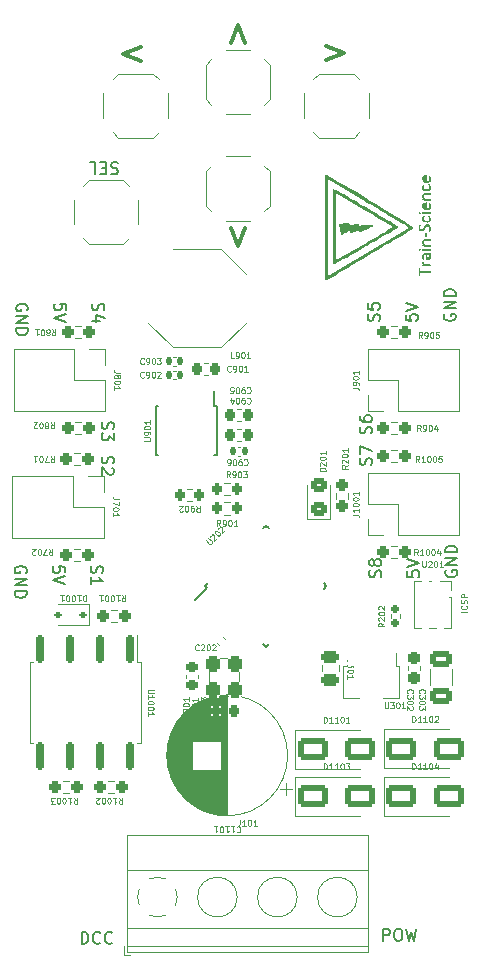
<source format=gbr>
%TF.GenerationSoftware,KiCad,Pcbnew,7.0.7*%
%TF.CreationDate,2023-10-21T12:21:44+02:00*%
%TF.ProjectId,OS-servoDriver,4f532d73-6572-4766-9f44-72697665722e,rev?*%
%TF.SameCoordinates,Original*%
%TF.FileFunction,Legend,Top*%
%TF.FilePolarity,Positive*%
%FSLAX46Y46*%
G04 Gerber Fmt 4.6, Leading zero omitted, Abs format (unit mm)*
G04 Created by KiCad (PCBNEW 7.0.7) date 2023-10-21 12:21:44*
%MOMM*%
%LPD*%
G01*
G04 APERTURE LIST*
G04 Aperture macros list*
%AMRoundRect*
0 Rectangle with rounded corners*
0 $1 Rounding radius*
0 $2 $3 $4 $5 $6 $7 $8 $9 X,Y pos of 4 corners*
0 Add a 4 corners polygon primitive as box body*
4,1,4,$2,$3,$4,$5,$6,$7,$8,$9,$2,$3,0*
0 Add four circle primitives for the rounded corners*
1,1,$1+$1,$2,$3*
1,1,$1+$1,$4,$5*
1,1,$1+$1,$6,$7*
1,1,$1+$1,$8,$9*
0 Add four rect primitives between the rounded corners*
20,1,$1+$1,$2,$3,$4,$5,0*
20,1,$1+$1,$4,$5,$6,$7,0*
20,1,$1+$1,$6,$7,$8,$9,0*
20,1,$1+$1,$8,$9,$2,$3,0*%
%AMRotRect*
0 Rectangle, with rotation*
0 The origin of the aperture is its center*
0 $1 length*
0 $2 width*
0 $3 Rotation angle, in degrees counterclockwise*
0 Add horizontal line*
21,1,$1,$2,0,0,$3*%
%AMFreePoly0*
4,1,9,3.862500,-0.866500,0.737500,-0.866500,0.737500,-0.450000,-0.737500,-0.450000,-0.737500,0.450000,0.737500,0.450000,0.737500,0.866500,3.862500,0.866500,3.862500,-0.866500,3.862500,-0.866500,$1*%
G04 Aperture macros list end*
%ADD10C,0.075000*%
%ADD11C,0.150000*%
%ADD12C,0.300000*%
%ADD13C,0.120000*%
%ADD14C,3.200000*%
%ADD15R,1.800000X1.100000*%
%ADD16R,1.100000X1.800000*%
%ADD17RoundRect,0.237500X-0.250000X-0.237500X0.250000X-0.237500X0.250000X0.237500X-0.250000X0.237500X0*%
%ADD18RoundRect,0.237500X0.250000X0.237500X-0.250000X0.237500X-0.250000X-0.237500X0.250000X-0.237500X0*%
%ADD19R,1.700000X1.700000*%
%ADD20O,1.700000X1.700000*%
%ADD21R,2.600000X2.600000*%
%ADD22C,2.600000*%
%ADD23RoundRect,0.250000X-1.000000X-0.650000X1.000000X-0.650000X1.000000X0.650000X-1.000000X0.650000X0*%
%ADD24R,2.000000X2.000000*%
%ADD25C,2.000000*%
%ADD26RoundRect,0.250000X-0.475000X0.250000X-0.475000X-0.250000X0.475000X-0.250000X0.475000X0.250000X0*%
%ADD27RoundRect,0.237500X0.237500X-0.250000X0.237500X0.250000X-0.237500X0.250000X-0.237500X-0.250000X0*%
%ADD28RoundRect,0.225000X0.250000X-0.225000X0.250000X0.225000X-0.250000X0.225000X-0.250000X-0.225000X0*%
%ADD29O,1.000000X1.000000*%
%ADD30R,1.000000X1.000000*%
%ADD31RoundRect,0.250000X0.450000X-0.325000X0.450000X0.325000X-0.450000X0.325000X-0.450000X-0.325000X0*%
%ADD32RoundRect,0.160000X0.160000X-0.197500X0.160000X0.197500X-0.160000X0.197500X-0.160000X-0.197500X0*%
%ADD33RoundRect,0.140000X0.219203X0.021213X0.021213X0.219203X-0.219203X-0.021213X-0.021213X-0.219203X0*%
%ADD34RoundRect,0.225000X-0.225000X-0.250000X0.225000X-0.250000X0.225000X0.250000X-0.225000X0.250000X0*%
%ADD35RotRect,1.600000X0.550000X45.000000*%
%ADD36RotRect,1.600000X0.550000X135.000000*%
%ADD37RoundRect,0.300000X-0.300000X0.400000X-0.300000X-0.400000X0.300000X-0.400000X0.300000X0.400000X0*%
%ADD38RoundRect,0.200000X0.200000X0.275000X-0.200000X0.275000X-0.200000X-0.275000X0.200000X-0.275000X0*%
%ADD39R,2.000000X3.200000*%
%ADD40RoundRect,0.200000X-0.200000X-0.275000X0.200000X-0.275000X0.200000X0.275000X-0.200000X0.275000X0*%
%ADD41RoundRect,0.140000X0.140000X0.170000X-0.140000X0.170000X-0.140000X-0.170000X0.140000X-0.170000X0*%
%ADD42R,1.550000X1.205000*%
%ADD43R,0.610000X1.910000*%
%ADD44RoundRect,0.225000X0.225000X0.250000X-0.225000X0.250000X-0.225000X-0.250000X0.225000X-0.250000X0*%
%ADD45RoundRect,0.237500X-0.237500X0.300000X-0.237500X-0.300000X0.237500X-0.300000X0.237500X0.300000X0*%
%ADD46R,0.900000X1.300000*%
%ADD47FreePoly0,270.000000*%
%ADD48RoundRect,0.250000X-0.650000X0.412500X-0.650000X-0.412500X0.650000X-0.412500X0.650000X0.412500X0*%
%ADD49RoundRect,0.162500X-0.162500X1.012500X-0.162500X-1.012500X0.162500X-1.012500X0.162500X1.012500X0*%
%ADD50RoundRect,0.112500X0.187500X0.112500X-0.187500X0.112500X-0.187500X-0.112500X0.187500X-0.112500X0*%
G04 APERTURE END LIST*
D10*
X142047909Y-143341610D02*
X141547909Y-143341610D01*
X142000290Y-142817801D02*
X142024100Y-142841610D01*
X142024100Y-142841610D02*
X142047909Y-142913039D01*
X142047909Y-142913039D02*
X142047909Y-142960658D01*
X142047909Y-142960658D02*
X142024100Y-143032086D01*
X142024100Y-143032086D02*
X141976480Y-143079705D01*
X141976480Y-143079705D02*
X141928861Y-143103515D01*
X141928861Y-143103515D02*
X141833623Y-143127324D01*
X141833623Y-143127324D02*
X141762195Y-143127324D01*
X141762195Y-143127324D02*
X141666957Y-143103515D01*
X141666957Y-143103515D02*
X141619338Y-143079705D01*
X141619338Y-143079705D02*
X141571719Y-143032086D01*
X141571719Y-143032086D02*
X141547909Y-142960658D01*
X141547909Y-142960658D02*
X141547909Y-142913039D01*
X141547909Y-142913039D02*
X141571719Y-142841610D01*
X141571719Y-142841610D02*
X141595528Y-142817801D01*
X142024100Y-142627324D02*
X142047909Y-142555896D01*
X142047909Y-142555896D02*
X142047909Y-142436848D01*
X142047909Y-142436848D02*
X142024100Y-142389229D01*
X142024100Y-142389229D02*
X142000290Y-142365420D01*
X142000290Y-142365420D02*
X141952671Y-142341610D01*
X141952671Y-142341610D02*
X141905052Y-142341610D01*
X141905052Y-142341610D02*
X141857433Y-142365420D01*
X141857433Y-142365420D02*
X141833623Y-142389229D01*
X141833623Y-142389229D02*
X141809814Y-142436848D01*
X141809814Y-142436848D02*
X141786004Y-142532086D01*
X141786004Y-142532086D02*
X141762195Y-142579705D01*
X141762195Y-142579705D02*
X141738385Y-142603515D01*
X141738385Y-142603515D02*
X141690766Y-142627324D01*
X141690766Y-142627324D02*
X141643147Y-142627324D01*
X141643147Y-142627324D02*
X141595528Y-142603515D01*
X141595528Y-142603515D02*
X141571719Y-142579705D01*
X141571719Y-142579705D02*
X141547909Y-142532086D01*
X141547909Y-142532086D02*
X141547909Y-142413039D01*
X141547909Y-142413039D02*
X141571719Y-142341610D01*
X142047909Y-142127325D02*
X141547909Y-142127325D01*
X141547909Y-142127325D02*
X141547909Y-141936849D01*
X141547909Y-141936849D02*
X141571719Y-141889230D01*
X141571719Y-141889230D02*
X141595528Y-141865420D01*
X141595528Y-141865420D02*
X141643147Y-141841611D01*
X141643147Y-141841611D02*
X141714576Y-141841611D01*
X141714576Y-141841611D02*
X141762195Y-141865420D01*
X141762195Y-141865420D02*
X141786004Y-141889230D01*
X141786004Y-141889230D02*
X141809814Y-141936849D01*
X141809814Y-141936849D02*
X141809814Y-142127325D01*
D11*
X133934200Y-130901839D02*
X133981819Y-130758982D01*
X133981819Y-130758982D02*
X133981819Y-130520887D01*
X133981819Y-130520887D02*
X133934200Y-130425649D01*
X133934200Y-130425649D02*
X133886580Y-130378030D01*
X133886580Y-130378030D02*
X133791342Y-130330411D01*
X133791342Y-130330411D02*
X133696104Y-130330411D01*
X133696104Y-130330411D02*
X133600866Y-130378030D01*
X133600866Y-130378030D02*
X133553247Y-130425649D01*
X133553247Y-130425649D02*
X133505628Y-130520887D01*
X133505628Y-130520887D02*
X133458009Y-130711363D01*
X133458009Y-130711363D02*
X133410390Y-130806601D01*
X133410390Y-130806601D02*
X133362771Y-130854220D01*
X133362771Y-130854220D02*
X133267533Y-130901839D01*
X133267533Y-130901839D02*
X133172295Y-130901839D01*
X133172295Y-130901839D02*
X133077057Y-130854220D01*
X133077057Y-130854220D02*
X133029438Y-130806601D01*
X133029438Y-130806601D02*
X132981819Y-130711363D01*
X132981819Y-130711363D02*
X132981819Y-130473268D01*
X132981819Y-130473268D02*
X133029438Y-130330411D01*
X132981819Y-129997077D02*
X132981819Y-129330411D01*
X132981819Y-129330411D02*
X133981819Y-129758982D01*
X133934200Y-128234839D02*
X133981819Y-128091982D01*
X133981819Y-128091982D02*
X133981819Y-127853887D01*
X133981819Y-127853887D02*
X133934200Y-127758649D01*
X133934200Y-127758649D02*
X133886580Y-127711030D01*
X133886580Y-127711030D02*
X133791342Y-127663411D01*
X133791342Y-127663411D02*
X133696104Y-127663411D01*
X133696104Y-127663411D02*
X133600866Y-127711030D01*
X133600866Y-127711030D02*
X133553247Y-127758649D01*
X133553247Y-127758649D02*
X133505628Y-127853887D01*
X133505628Y-127853887D02*
X133458009Y-128044363D01*
X133458009Y-128044363D02*
X133410390Y-128139601D01*
X133410390Y-128139601D02*
X133362771Y-128187220D01*
X133362771Y-128187220D02*
X133267533Y-128234839D01*
X133267533Y-128234839D02*
X133172295Y-128234839D01*
X133172295Y-128234839D02*
X133077057Y-128187220D01*
X133077057Y-128187220D02*
X133029438Y-128139601D01*
X133029438Y-128139601D02*
X132981819Y-128044363D01*
X132981819Y-128044363D02*
X132981819Y-127806268D01*
X132981819Y-127806268D02*
X133029438Y-127663411D01*
X132981819Y-126806268D02*
X132981819Y-126996744D01*
X132981819Y-126996744D02*
X133029438Y-127091982D01*
X133029438Y-127091982D02*
X133077057Y-127139601D01*
X133077057Y-127139601D02*
X133219914Y-127234839D01*
X133219914Y-127234839D02*
X133410390Y-127282458D01*
X133410390Y-127282458D02*
X133791342Y-127282458D01*
X133791342Y-127282458D02*
X133886580Y-127234839D01*
X133886580Y-127234839D02*
X133934200Y-127187220D01*
X133934200Y-127187220D02*
X133981819Y-127091982D01*
X133981819Y-127091982D02*
X133981819Y-126901506D01*
X133981819Y-126901506D02*
X133934200Y-126806268D01*
X133934200Y-126806268D02*
X133886580Y-126758649D01*
X133886580Y-126758649D02*
X133791342Y-126711030D01*
X133791342Y-126711030D02*
X133553247Y-126711030D01*
X133553247Y-126711030D02*
X133458009Y-126758649D01*
X133458009Y-126758649D02*
X133410390Y-126806268D01*
X133410390Y-126806268D02*
X133362771Y-126901506D01*
X133362771Y-126901506D02*
X133362771Y-127091982D01*
X133362771Y-127091982D02*
X133410390Y-127187220D01*
X133410390Y-127187220D02*
X133458009Y-127234839D01*
X133458009Y-127234839D02*
X133553247Y-127282458D01*
X134733200Y-140410839D02*
X134780819Y-140267982D01*
X134780819Y-140267982D02*
X134780819Y-140029887D01*
X134780819Y-140029887D02*
X134733200Y-139934649D01*
X134733200Y-139934649D02*
X134685580Y-139887030D01*
X134685580Y-139887030D02*
X134590342Y-139839411D01*
X134590342Y-139839411D02*
X134495104Y-139839411D01*
X134495104Y-139839411D02*
X134399866Y-139887030D01*
X134399866Y-139887030D02*
X134352247Y-139934649D01*
X134352247Y-139934649D02*
X134304628Y-140029887D01*
X134304628Y-140029887D02*
X134257009Y-140220363D01*
X134257009Y-140220363D02*
X134209390Y-140315601D01*
X134209390Y-140315601D02*
X134161771Y-140363220D01*
X134161771Y-140363220D02*
X134066533Y-140410839D01*
X134066533Y-140410839D02*
X133971295Y-140410839D01*
X133971295Y-140410839D02*
X133876057Y-140363220D01*
X133876057Y-140363220D02*
X133828438Y-140315601D01*
X133828438Y-140315601D02*
X133780819Y-140220363D01*
X133780819Y-140220363D02*
X133780819Y-139982268D01*
X133780819Y-139982268D02*
X133828438Y-139839411D01*
X134209390Y-139267982D02*
X134161771Y-139363220D01*
X134161771Y-139363220D02*
X134114152Y-139410839D01*
X134114152Y-139410839D02*
X134018914Y-139458458D01*
X134018914Y-139458458D02*
X133971295Y-139458458D01*
X133971295Y-139458458D02*
X133876057Y-139410839D01*
X133876057Y-139410839D02*
X133828438Y-139363220D01*
X133828438Y-139363220D02*
X133780819Y-139267982D01*
X133780819Y-139267982D02*
X133780819Y-139077506D01*
X133780819Y-139077506D02*
X133828438Y-138982268D01*
X133828438Y-138982268D02*
X133876057Y-138934649D01*
X133876057Y-138934649D02*
X133971295Y-138887030D01*
X133971295Y-138887030D02*
X134018914Y-138887030D01*
X134018914Y-138887030D02*
X134114152Y-138934649D01*
X134114152Y-138934649D02*
X134161771Y-138982268D01*
X134161771Y-138982268D02*
X134209390Y-139077506D01*
X134209390Y-139077506D02*
X134209390Y-139267982D01*
X134209390Y-139267982D02*
X134257009Y-139363220D01*
X134257009Y-139363220D02*
X134304628Y-139410839D01*
X134304628Y-139410839D02*
X134399866Y-139458458D01*
X134399866Y-139458458D02*
X134590342Y-139458458D01*
X134590342Y-139458458D02*
X134685580Y-139410839D01*
X134685580Y-139410839D02*
X134733200Y-139363220D01*
X134733200Y-139363220D02*
X134780819Y-139267982D01*
X134780819Y-139267982D02*
X134780819Y-139077506D01*
X134780819Y-139077506D02*
X134733200Y-138982268D01*
X134733200Y-138982268D02*
X134685580Y-138934649D01*
X134685580Y-138934649D02*
X134590342Y-138887030D01*
X134590342Y-138887030D02*
X134399866Y-138887030D01*
X134399866Y-138887030D02*
X134304628Y-138934649D01*
X134304628Y-138934649D02*
X134257009Y-138982268D01*
X134257009Y-138982268D02*
X134209390Y-139077506D01*
X137000819Y-139887030D02*
X137000819Y-140363220D01*
X137000819Y-140363220D02*
X137477009Y-140410839D01*
X137477009Y-140410839D02*
X137429390Y-140363220D01*
X137429390Y-140363220D02*
X137381771Y-140267982D01*
X137381771Y-140267982D02*
X137381771Y-140029887D01*
X137381771Y-140029887D02*
X137429390Y-139934649D01*
X137429390Y-139934649D02*
X137477009Y-139887030D01*
X137477009Y-139887030D02*
X137572247Y-139839411D01*
X137572247Y-139839411D02*
X137810342Y-139839411D01*
X137810342Y-139839411D02*
X137905580Y-139887030D01*
X137905580Y-139887030D02*
X137953200Y-139934649D01*
X137953200Y-139934649D02*
X138000819Y-140029887D01*
X138000819Y-140029887D02*
X138000819Y-140267982D01*
X138000819Y-140267982D02*
X137953200Y-140363220D01*
X137953200Y-140363220D02*
X137905580Y-140410839D01*
X137000819Y-139553696D02*
X138000819Y-139220363D01*
X138000819Y-139220363D02*
X137000819Y-138887030D01*
X140268438Y-139839411D02*
X140220819Y-139934649D01*
X140220819Y-139934649D02*
X140220819Y-140077506D01*
X140220819Y-140077506D02*
X140268438Y-140220363D01*
X140268438Y-140220363D02*
X140363676Y-140315601D01*
X140363676Y-140315601D02*
X140458914Y-140363220D01*
X140458914Y-140363220D02*
X140649390Y-140410839D01*
X140649390Y-140410839D02*
X140792247Y-140410839D01*
X140792247Y-140410839D02*
X140982723Y-140363220D01*
X140982723Y-140363220D02*
X141077961Y-140315601D01*
X141077961Y-140315601D02*
X141173200Y-140220363D01*
X141173200Y-140220363D02*
X141220819Y-140077506D01*
X141220819Y-140077506D02*
X141220819Y-139982268D01*
X141220819Y-139982268D02*
X141173200Y-139839411D01*
X141173200Y-139839411D02*
X141125580Y-139791792D01*
X141125580Y-139791792D02*
X140792247Y-139791792D01*
X140792247Y-139791792D02*
X140792247Y-139982268D01*
X141220819Y-139363220D02*
X140220819Y-139363220D01*
X140220819Y-139363220D02*
X141220819Y-138791792D01*
X141220819Y-138791792D02*
X140220819Y-138791792D01*
X141220819Y-138315601D02*
X140220819Y-138315601D01*
X140220819Y-138315601D02*
X140220819Y-138077506D01*
X140220819Y-138077506D02*
X140268438Y-137934649D01*
X140268438Y-137934649D02*
X140363676Y-137839411D01*
X140363676Y-137839411D02*
X140458914Y-137791792D01*
X140458914Y-137791792D02*
X140649390Y-137744173D01*
X140649390Y-137744173D02*
X140792247Y-137744173D01*
X140792247Y-137744173D02*
X140982723Y-137791792D01*
X140982723Y-137791792D02*
X141077961Y-137839411D01*
X141077961Y-137839411D02*
X141173200Y-137934649D01*
X141173200Y-137934649D02*
X141220819Y-138077506D01*
X141220819Y-138077506D02*
X141220819Y-138315601D01*
X134606200Y-118709839D02*
X134653819Y-118566982D01*
X134653819Y-118566982D02*
X134653819Y-118328887D01*
X134653819Y-118328887D02*
X134606200Y-118233649D01*
X134606200Y-118233649D02*
X134558580Y-118186030D01*
X134558580Y-118186030D02*
X134463342Y-118138411D01*
X134463342Y-118138411D02*
X134368104Y-118138411D01*
X134368104Y-118138411D02*
X134272866Y-118186030D01*
X134272866Y-118186030D02*
X134225247Y-118233649D01*
X134225247Y-118233649D02*
X134177628Y-118328887D01*
X134177628Y-118328887D02*
X134130009Y-118519363D01*
X134130009Y-118519363D02*
X134082390Y-118614601D01*
X134082390Y-118614601D02*
X134034771Y-118662220D01*
X134034771Y-118662220D02*
X133939533Y-118709839D01*
X133939533Y-118709839D02*
X133844295Y-118709839D01*
X133844295Y-118709839D02*
X133749057Y-118662220D01*
X133749057Y-118662220D02*
X133701438Y-118614601D01*
X133701438Y-118614601D02*
X133653819Y-118519363D01*
X133653819Y-118519363D02*
X133653819Y-118281268D01*
X133653819Y-118281268D02*
X133701438Y-118138411D01*
X133653819Y-117233649D02*
X133653819Y-117709839D01*
X133653819Y-117709839D02*
X134130009Y-117757458D01*
X134130009Y-117757458D02*
X134082390Y-117709839D01*
X134082390Y-117709839D02*
X134034771Y-117614601D01*
X134034771Y-117614601D02*
X134034771Y-117376506D01*
X134034771Y-117376506D02*
X134082390Y-117281268D01*
X134082390Y-117281268D02*
X134130009Y-117233649D01*
X134130009Y-117233649D02*
X134225247Y-117186030D01*
X134225247Y-117186030D02*
X134463342Y-117186030D01*
X134463342Y-117186030D02*
X134558580Y-117233649D01*
X134558580Y-117233649D02*
X134606200Y-117281268D01*
X134606200Y-117281268D02*
X134653819Y-117376506D01*
X134653819Y-117376506D02*
X134653819Y-117614601D01*
X134653819Y-117614601D02*
X134606200Y-117709839D01*
X134606200Y-117709839D02*
X134558580Y-117757458D01*
X136873819Y-118186030D02*
X136873819Y-118662220D01*
X136873819Y-118662220D02*
X137350009Y-118709839D01*
X137350009Y-118709839D02*
X137302390Y-118662220D01*
X137302390Y-118662220D02*
X137254771Y-118566982D01*
X137254771Y-118566982D02*
X137254771Y-118328887D01*
X137254771Y-118328887D02*
X137302390Y-118233649D01*
X137302390Y-118233649D02*
X137350009Y-118186030D01*
X137350009Y-118186030D02*
X137445247Y-118138411D01*
X137445247Y-118138411D02*
X137683342Y-118138411D01*
X137683342Y-118138411D02*
X137778580Y-118186030D01*
X137778580Y-118186030D02*
X137826200Y-118233649D01*
X137826200Y-118233649D02*
X137873819Y-118328887D01*
X137873819Y-118328887D02*
X137873819Y-118566982D01*
X137873819Y-118566982D02*
X137826200Y-118662220D01*
X137826200Y-118662220D02*
X137778580Y-118709839D01*
X136873819Y-117852696D02*
X137873819Y-117519363D01*
X137873819Y-117519363D02*
X136873819Y-117186030D01*
X140141438Y-118138411D02*
X140093819Y-118233649D01*
X140093819Y-118233649D02*
X140093819Y-118376506D01*
X140093819Y-118376506D02*
X140141438Y-118519363D01*
X140141438Y-118519363D02*
X140236676Y-118614601D01*
X140236676Y-118614601D02*
X140331914Y-118662220D01*
X140331914Y-118662220D02*
X140522390Y-118709839D01*
X140522390Y-118709839D02*
X140665247Y-118709839D01*
X140665247Y-118709839D02*
X140855723Y-118662220D01*
X140855723Y-118662220D02*
X140950961Y-118614601D01*
X140950961Y-118614601D02*
X141046200Y-118519363D01*
X141046200Y-118519363D02*
X141093819Y-118376506D01*
X141093819Y-118376506D02*
X141093819Y-118281268D01*
X141093819Y-118281268D02*
X141046200Y-118138411D01*
X141046200Y-118138411D02*
X140998580Y-118090792D01*
X140998580Y-118090792D02*
X140665247Y-118090792D01*
X140665247Y-118090792D02*
X140665247Y-118281268D01*
X141093819Y-117662220D02*
X140093819Y-117662220D01*
X140093819Y-117662220D02*
X141093819Y-117090792D01*
X141093819Y-117090792D02*
X140093819Y-117090792D01*
X141093819Y-116614601D02*
X140093819Y-116614601D01*
X140093819Y-116614601D02*
X140093819Y-116376506D01*
X140093819Y-116376506D02*
X140141438Y-116233649D01*
X140141438Y-116233649D02*
X140236676Y-116138411D01*
X140236676Y-116138411D02*
X140331914Y-116090792D01*
X140331914Y-116090792D02*
X140522390Y-116043173D01*
X140522390Y-116043173D02*
X140665247Y-116043173D01*
X140665247Y-116043173D02*
X140855723Y-116090792D01*
X140855723Y-116090792D02*
X140950961Y-116138411D01*
X140950961Y-116138411D02*
X141046200Y-116233649D01*
X141046200Y-116233649D02*
X141093819Y-116376506D01*
X141093819Y-116376506D02*
X141093819Y-116614601D01*
X111175800Y-130210160D02*
X111128180Y-130353017D01*
X111128180Y-130353017D02*
X111128180Y-130591112D01*
X111128180Y-130591112D02*
X111175800Y-130686350D01*
X111175800Y-130686350D02*
X111223419Y-130733969D01*
X111223419Y-130733969D02*
X111318657Y-130781588D01*
X111318657Y-130781588D02*
X111413895Y-130781588D01*
X111413895Y-130781588D02*
X111509133Y-130733969D01*
X111509133Y-130733969D02*
X111556752Y-130686350D01*
X111556752Y-130686350D02*
X111604371Y-130591112D01*
X111604371Y-130591112D02*
X111651990Y-130400636D01*
X111651990Y-130400636D02*
X111699609Y-130305398D01*
X111699609Y-130305398D02*
X111747228Y-130257779D01*
X111747228Y-130257779D02*
X111842466Y-130210160D01*
X111842466Y-130210160D02*
X111937704Y-130210160D01*
X111937704Y-130210160D02*
X112032942Y-130257779D01*
X112032942Y-130257779D02*
X112080561Y-130305398D01*
X112080561Y-130305398D02*
X112128180Y-130400636D01*
X112128180Y-130400636D02*
X112128180Y-130638731D01*
X112128180Y-130638731D02*
X112080561Y-130781588D01*
X112032942Y-131162541D02*
X112080561Y-131210160D01*
X112080561Y-131210160D02*
X112128180Y-131305398D01*
X112128180Y-131305398D02*
X112128180Y-131543493D01*
X112128180Y-131543493D02*
X112080561Y-131638731D01*
X112080561Y-131638731D02*
X112032942Y-131686350D01*
X112032942Y-131686350D02*
X111937704Y-131733969D01*
X111937704Y-131733969D02*
X111842466Y-131733969D01*
X111842466Y-131733969D02*
X111699609Y-131686350D01*
X111699609Y-131686350D02*
X111128180Y-131114922D01*
X111128180Y-131114922D02*
X111128180Y-131733969D01*
X111175800Y-127289160D02*
X111128180Y-127432017D01*
X111128180Y-127432017D02*
X111128180Y-127670112D01*
X111128180Y-127670112D02*
X111175800Y-127765350D01*
X111175800Y-127765350D02*
X111223419Y-127812969D01*
X111223419Y-127812969D02*
X111318657Y-127860588D01*
X111318657Y-127860588D02*
X111413895Y-127860588D01*
X111413895Y-127860588D02*
X111509133Y-127812969D01*
X111509133Y-127812969D02*
X111556752Y-127765350D01*
X111556752Y-127765350D02*
X111604371Y-127670112D01*
X111604371Y-127670112D02*
X111651990Y-127479636D01*
X111651990Y-127479636D02*
X111699609Y-127384398D01*
X111699609Y-127384398D02*
X111747228Y-127336779D01*
X111747228Y-127336779D02*
X111842466Y-127289160D01*
X111842466Y-127289160D02*
X111937704Y-127289160D01*
X111937704Y-127289160D02*
X112032942Y-127336779D01*
X112032942Y-127336779D02*
X112080561Y-127384398D01*
X112080561Y-127384398D02*
X112128180Y-127479636D01*
X112128180Y-127479636D02*
X112128180Y-127717731D01*
X112128180Y-127717731D02*
X112080561Y-127860588D01*
X112128180Y-128193922D02*
X112128180Y-128812969D01*
X112128180Y-128812969D02*
X111747228Y-128479636D01*
X111747228Y-128479636D02*
X111747228Y-128622493D01*
X111747228Y-128622493D02*
X111699609Y-128717731D01*
X111699609Y-128717731D02*
X111651990Y-128765350D01*
X111651990Y-128765350D02*
X111556752Y-128812969D01*
X111556752Y-128812969D02*
X111318657Y-128812969D01*
X111318657Y-128812969D02*
X111223419Y-128765350D01*
X111223419Y-128765350D02*
X111175800Y-128717731D01*
X111175800Y-128717731D02*
X111128180Y-128622493D01*
X111128180Y-128622493D02*
X111128180Y-128336779D01*
X111128180Y-128336779D02*
X111175800Y-128241541D01*
X111175800Y-128241541D02*
X111223419Y-128193922D01*
X110376800Y-117256160D02*
X110329180Y-117399017D01*
X110329180Y-117399017D02*
X110329180Y-117637112D01*
X110329180Y-117637112D02*
X110376800Y-117732350D01*
X110376800Y-117732350D02*
X110424419Y-117779969D01*
X110424419Y-117779969D02*
X110519657Y-117827588D01*
X110519657Y-117827588D02*
X110614895Y-117827588D01*
X110614895Y-117827588D02*
X110710133Y-117779969D01*
X110710133Y-117779969D02*
X110757752Y-117732350D01*
X110757752Y-117732350D02*
X110805371Y-117637112D01*
X110805371Y-117637112D02*
X110852990Y-117446636D01*
X110852990Y-117446636D02*
X110900609Y-117351398D01*
X110900609Y-117351398D02*
X110948228Y-117303779D01*
X110948228Y-117303779D02*
X111043466Y-117256160D01*
X111043466Y-117256160D02*
X111138704Y-117256160D01*
X111138704Y-117256160D02*
X111233942Y-117303779D01*
X111233942Y-117303779D02*
X111281561Y-117351398D01*
X111281561Y-117351398D02*
X111329180Y-117446636D01*
X111329180Y-117446636D02*
X111329180Y-117684731D01*
X111329180Y-117684731D02*
X111281561Y-117827588D01*
X110995847Y-118684731D02*
X110329180Y-118684731D01*
X111376800Y-118446636D02*
X110662514Y-118208541D01*
X110662514Y-118208541D02*
X110662514Y-118827588D01*
X108109180Y-117779969D02*
X108109180Y-117303779D01*
X108109180Y-117303779D02*
X107632990Y-117256160D01*
X107632990Y-117256160D02*
X107680609Y-117303779D01*
X107680609Y-117303779D02*
X107728228Y-117399017D01*
X107728228Y-117399017D02*
X107728228Y-117637112D01*
X107728228Y-117637112D02*
X107680609Y-117732350D01*
X107680609Y-117732350D02*
X107632990Y-117779969D01*
X107632990Y-117779969D02*
X107537752Y-117827588D01*
X107537752Y-117827588D02*
X107299657Y-117827588D01*
X107299657Y-117827588D02*
X107204419Y-117779969D01*
X107204419Y-117779969D02*
X107156800Y-117732350D01*
X107156800Y-117732350D02*
X107109180Y-117637112D01*
X107109180Y-117637112D02*
X107109180Y-117399017D01*
X107109180Y-117399017D02*
X107156800Y-117303779D01*
X107156800Y-117303779D02*
X107204419Y-117256160D01*
X108109180Y-118113303D02*
X107109180Y-118446636D01*
X107109180Y-118446636D02*
X108109180Y-118779969D01*
X104841561Y-117827588D02*
X104889180Y-117732350D01*
X104889180Y-117732350D02*
X104889180Y-117589493D01*
X104889180Y-117589493D02*
X104841561Y-117446636D01*
X104841561Y-117446636D02*
X104746323Y-117351398D01*
X104746323Y-117351398D02*
X104651085Y-117303779D01*
X104651085Y-117303779D02*
X104460609Y-117256160D01*
X104460609Y-117256160D02*
X104317752Y-117256160D01*
X104317752Y-117256160D02*
X104127276Y-117303779D01*
X104127276Y-117303779D02*
X104032038Y-117351398D01*
X104032038Y-117351398D02*
X103936800Y-117446636D01*
X103936800Y-117446636D02*
X103889180Y-117589493D01*
X103889180Y-117589493D02*
X103889180Y-117684731D01*
X103889180Y-117684731D02*
X103936800Y-117827588D01*
X103936800Y-117827588D02*
X103984419Y-117875207D01*
X103984419Y-117875207D02*
X104317752Y-117875207D01*
X104317752Y-117875207D02*
X104317752Y-117684731D01*
X103889180Y-118303779D02*
X104889180Y-118303779D01*
X104889180Y-118303779D02*
X103889180Y-118875207D01*
X103889180Y-118875207D02*
X104889180Y-118875207D01*
X103889180Y-119351398D02*
X104889180Y-119351398D01*
X104889180Y-119351398D02*
X104889180Y-119589493D01*
X104889180Y-119589493D02*
X104841561Y-119732350D01*
X104841561Y-119732350D02*
X104746323Y-119827588D01*
X104746323Y-119827588D02*
X104651085Y-119875207D01*
X104651085Y-119875207D02*
X104460609Y-119922826D01*
X104460609Y-119922826D02*
X104317752Y-119922826D01*
X104317752Y-119922826D02*
X104127276Y-119875207D01*
X104127276Y-119875207D02*
X104032038Y-119827588D01*
X104032038Y-119827588D02*
X103936800Y-119732350D01*
X103936800Y-119732350D02*
X103889180Y-119589493D01*
X103889180Y-119589493D02*
X103889180Y-119351398D01*
X110249800Y-139481160D02*
X110202180Y-139624017D01*
X110202180Y-139624017D02*
X110202180Y-139862112D01*
X110202180Y-139862112D02*
X110249800Y-139957350D01*
X110249800Y-139957350D02*
X110297419Y-140004969D01*
X110297419Y-140004969D02*
X110392657Y-140052588D01*
X110392657Y-140052588D02*
X110487895Y-140052588D01*
X110487895Y-140052588D02*
X110583133Y-140004969D01*
X110583133Y-140004969D02*
X110630752Y-139957350D01*
X110630752Y-139957350D02*
X110678371Y-139862112D01*
X110678371Y-139862112D02*
X110725990Y-139671636D01*
X110725990Y-139671636D02*
X110773609Y-139576398D01*
X110773609Y-139576398D02*
X110821228Y-139528779D01*
X110821228Y-139528779D02*
X110916466Y-139481160D01*
X110916466Y-139481160D02*
X111011704Y-139481160D01*
X111011704Y-139481160D02*
X111106942Y-139528779D01*
X111106942Y-139528779D02*
X111154561Y-139576398D01*
X111154561Y-139576398D02*
X111202180Y-139671636D01*
X111202180Y-139671636D02*
X111202180Y-139909731D01*
X111202180Y-139909731D02*
X111154561Y-140052588D01*
X110202180Y-141004969D02*
X110202180Y-140433541D01*
X110202180Y-140719255D02*
X111202180Y-140719255D01*
X111202180Y-140719255D02*
X111059323Y-140624017D01*
X111059323Y-140624017D02*
X110964085Y-140528779D01*
X110964085Y-140528779D02*
X110916466Y-140433541D01*
X107982180Y-140004969D02*
X107982180Y-139528779D01*
X107982180Y-139528779D02*
X107505990Y-139481160D01*
X107505990Y-139481160D02*
X107553609Y-139528779D01*
X107553609Y-139528779D02*
X107601228Y-139624017D01*
X107601228Y-139624017D02*
X107601228Y-139862112D01*
X107601228Y-139862112D02*
X107553609Y-139957350D01*
X107553609Y-139957350D02*
X107505990Y-140004969D01*
X107505990Y-140004969D02*
X107410752Y-140052588D01*
X107410752Y-140052588D02*
X107172657Y-140052588D01*
X107172657Y-140052588D02*
X107077419Y-140004969D01*
X107077419Y-140004969D02*
X107029800Y-139957350D01*
X107029800Y-139957350D02*
X106982180Y-139862112D01*
X106982180Y-139862112D02*
X106982180Y-139624017D01*
X106982180Y-139624017D02*
X107029800Y-139528779D01*
X107029800Y-139528779D02*
X107077419Y-139481160D01*
X107982180Y-140338303D02*
X106982180Y-140671636D01*
X106982180Y-140671636D02*
X107982180Y-141004969D01*
X104714561Y-140052588D02*
X104762180Y-139957350D01*
X104762180Y-139957350D02*
X104762180Y-139814493D01*
X104762180Y-139814493D02*
X104714561Y-139671636D01*
X104714561Y-139671636D02*
X104619323Y-139576398D01*
X104619323Y-139576398D02*
X104524085Y-139528779D01*
X104524085Y-139528779D02*
X104333609Y-139481160D01*
X104333609Y-139481160D02*
X104190752Y-139481160D01*
X104190752Y-139481160D02*
X104000276Y-139528779D01*
X104000276Y-139528779D02*
X103905038Y-139576398D01*
X103905038Y-139576398D02*
X103809800Y-139671636D01*
X103809800Y-139671636D02*
X103762180Y-139814493D01*
X103762180Y-139814493D02*
X103762180Y-139909731D01*
X103762180Y-139909731D02*
X103809800Y-140052588D01*
X103809800Y-140052588D02*
X103857419Y-140100207D01*
X103857419Y-140100207D02*
X104190752Y-140100207D01*
X104190752Y-140100207D02*
X104190752Y-139909731D01*
X103762180Y-140528779D02*
X104762180Y-140528779D01*
X104762180Y-140528779D02*
X103762180Y-141100207D01*
X103762180Y-141100207D02*
X104762180Y-141100207D01*
X103762180Y-141576398D02*
X104762180Y-141576398D01*
X104762180Y-141576398D02*
X104762180Y-141814493D01*
X104762180Y-141814493D02*
X104714561Y-141957350D01*
X104714561Y-141957350D02*
X104619323Y-142052588D01*
X104619323Y-142052588D02*
X104524085Y-142100207D01*
X104524085Y-142100207D02*
X104333609Y-142147826D01*
X104333609Y-142147826D02*
X104190752Y-142147826D01*
X104190752Y-142147826D02*
X104000276Y-142100207D01*
X104000276Y-142100207D02*
X103905038Y-142052588D01*
X103905038Y-142052588D02*
X103809800Y-141957350D01*
X103809800Y-141957350D02*
X103762180Y-141814493D01*
X103762180Y-141814493D02*
X103762180Y-141576398D01*
X112486839Y-105333800D02*
X112343982Y-105286180D01*
X112343982Y-105286180D02*
X112105887Y-105286180D01*
X112105887Y-105286180D02*
X112010649Y-105333800D01*
X112010649Y-105333800D02*
X111963030Y-105381419D01*
X111963030Y-105381419D02*
X111915411Y-105476657D01*
X111915411Y-105476657D02*
X111915411Y-105571895D01*
X111915411Y-105571895D02*
X111963030Y-105667133D01*
X111963030Y-105667133D02*
X112010649Y-105714752D01*
X112010649Y-105714752D02*
X112105887Y-105762371D01*
X112105887Y-105762371D02*
X112296363Y-105809990D01*
X112296363Y-105809990D02*
X112391601Y-105857609D01*
X112391601Y-105857609D02*
X112439220Y-105905228D01*
X112439220Y-105905228D02*
X112486839Y-106000466D01*
X112486839Y-106000466D02*
X112486839Y-106095704D01*
X112486839Y-106095704D02*
X112439220Y-106190942D01*
X112439220Y-106190942D02*
X112391601Y-106238561D01*
X112391601Y-106238561D02*
X112296363Y-106286180D01*
X112296363Y-106286180D02*
X112058268Y-106286180D01*
X112058268Y-106286180D02*
X111915411Y-106238561D01*
X111486839Y-105809990D02*
X111153506Y-105809990D01*
X111010649Y-105286180D02*
X111486839Y-105286180D01*
X111486839Y-105286180D02*
X111486839Y-106286180D01*
X111486839Y-106286180D02*
X111010649Y-106286180D01*
X110105887Y-105286180D02*
X110582077Y-105286180D01*
X110582077Y-105286180D02*
X110582077Y-106286180D01*
D12*
X123259695Y-95161368D02*
X122688266Y-93637558D01*
X122688266Y-93637558D02*
X122116838Y-95161368D01*
X122104304Y-110832632D02*
X122675733Y-112356441D01*
X122675733Y-112356441D02*
X123247161Y-110832632D01*
X114465368Y-95561304D02*
X112941558Y-96132733D01*
X112941558Y-96132733D02*
X114465368Y-96704161D01*
X130136632Y-96589695D02*
X131660441Y-96018266D01*
X131660441Y-96018266D02*
X130136632Y-95446838D01*
D11*
X134956779Y-171192819D02*
X134956779Y-170192819D01*
X134956779Y-170192819D02*
X135337731Y-170192819D01*
X135337731Y-170192819D02*
X135432969Y-170240438D01*
X135432969Y-170240438D02*
X135480588Y-170288057D01*
X135480588Y-170288057D02*
X135528207Y-170383295D01*
X135528207Y-170383295D02*
X135528207Y-170526152D01*
X135528207Y-170526152D02*
X135480588Y-170621390D01*
X135480588Y-170621390D02*
X135432969Y-170669009D01*
X135432969Y-170669009D02*
X135337731Y-170716628D01*
X135337731Y-170716628D02*
X134956779Y-170716628D01*
X136147255Y-170192819D02*
X136337731Y-170192819D01*
X136337731Y-170192819D02*
X136432969Y-170240438D01*
X136432969Y-170240438D02*
X136528207Y-170335676D01*
X136528207Y-170335676D02*
X136575826Y-170526152D01*
X136575826Y-170526152D02*
X136575826Y-170859485D01*
X136575826Y-170859485D02*
X136528207Y-171049961D01*
X136528207Y-171049961D02*
X136432969Y-171145200D01*
X136432969Y-171145200D02*
X136337731Y-171192819D01*
X136337731Y-171192819D02*
X136147255Y-171192819D01*
X136147255Y-171192819D02*
X136052017Y-171145200D01*
X136052017Y-171145200D02*
X135956779Y-171049961D01*
X135956779Y-171049961D02*
X135909160Y-170859485D01*
X135909160Y-170859485D02*
X135909160Y-170526152D01*
X135909160Y-170526152D02*
X135956779Y-170335676D01*
X135956779Y-170335676D02*
X136052017Y-170240438D01*
X136052017Y-170240438D02*
X136147255Y-170192819D01*
X136909160Y-170192819D02*
X137147255Y-171192819D01*
X137147255Y-171192819D02*
X137337731Y-170478533D01*
X137337731Y-170478533D02*
X137528207Y-171192819D01*
X137528207Y-171192819D02*
X137766303Y-170192819D01*
X109429779Y-171446819D02*
X109429779Y-170446819D01*
X109429779Y-170446819D02*
X109667874Y-170446819D01*
X109667874Y-170446819D02*
X109810731Y-170494438D01*
X109810731Y-170494438D02*
X109905969Y-170589676D01*
X109905969Y-170589676D02*
X109953588Y-170684914D01*
X109953588Y-170684914D02*
X110001207Y-170875390D01*
X110001207Y-170875390D02*
X110001207Y-171018247D01*
X110001207Y-171018247D02*
X109953588Y-171208723D01*
X109953588Y-171208723D02*
X109905969Y-171303961D01*
X109905969Y-171303961D02*
X109810731Y-171399200D01*
X109810731Y-171399200D02*
X109667874Y-171446819D01*
X109667874Y-171446819D02*
X109429779Y-171446819D01*
X111001207Y-171351580D02*
X110953588Y-171399200D01*
X110953588Y-171399200D02*
X110810731Y-171446819D01*
X110810731Y-171446819D02*
X110715493Y-171446819D01*
X110715493Y-171446819D02*
X110572636Y-171399200D01*
X110572636Y-171399200D02*
X110477398Y-171303961D01*
X110477398Y-171303961D02*
X110429779Y-171208723D01*
X110429779Y-171208723D02*
X110382160Y-171018247D01*
X110382160Y-171018247D02*
X110382160Y-170875390D01*
X110382160Y-170875390D02*
X110429779Y-170684914D01*
X110429779Y-170684914D02*
X110477398Y-170589676D01*
X110477398Y-170589676D02*
X110572636Y-170494438D01*
X110572636Y-170494438D02*
X110715493Y-170446819D01*
X110715493Y-170446819D02*
X110810731Y-170446819D01*
X110810731Y-170446819D02*
X110953588Y-170494438D01*
X110953588Y-170494438D02*
X111001207Y-170542057D01*
X112001207Y-171351580D02*
X111953588Y-171399200D01*
X111953588Y-171399200D02*
X111810731Y-171446819D01*
X111810731Y-171446819D02*
X111715493Y-171446819D01*
X111715493Y-171446819D02*
X111572636Y-171399200D01*
X111572636Y-171399200D02*
X111477398Y-171303961D01*
X111477398Y-171303961D02*
X111429779Y-171208723D01*
X111429779Y-171208723D02*
X111382160Y-171018247D01*
X111382160Y-171018247D02*
X111382160Y-170875390D01*
X111382160Y-170875390D02*
X111429779Y-170684914D01*
X111429779Y-170684914D02*
X111477398Y-170589676D01*
X111477398Y-170589676D02*
X111572636Y-170494438D01*
X111572636Y-170494438D02*
X111715493Y-170446819D01*
X111715493Y-170446819D02*
X111810731Y-170446819D01*
X111810731Y-170446819D02*
X111953588Y-170494438D01*
X111953588Y-170494438D02*
X112001207Y-170542057D01*
D10*
X138021381Y-130655909D02*
X137854715Y-130417814D01*
X137735667Y-130655909D02*
X137735667Y-130155909D01*
X137735667Y-130155909D02*
X137926143Y-130155909D01*
X137926143Y-130155909D02*
X137973762Y-130179719D01*
X137973762Y-130179719D02*
X137997572Y-130203528D01*
X137997572Y-130203528D02*
X138021381Y-130251147D01*
X138021381Y-130251147D02*
X138021381Y-130322576D01*
X138021381Y-130322576D02*
X137997572Y-130370195D01*
X137997572Y-130370195D02*
X137973762Y-130394004D01*
X137973762Y-130394004D02*
X137926143Y-130417814D01*
X137926143Y-130417814D02*
X137735667Y-130417814D01*
X138497572Y-130655909D02*
X138211858Y-130655909D01*
X138354715Y-130655909D02*
X138354715Y-130155909D01*
X138354715Y-130155909D02*
X138307096Y-130227338D01*
X138307096Y-130227338D02*
X138259477Y-130274957D01*
X138259477Y-130274957D02*
X138211858Y-130298766D01*
X138807095Y-130155909D02*
X138854714Y-130155909D01*
X138854714Y-130155909D02*
X138902333Y-130179719D01*
X138902333Y-130179719D02*
X138926143Y-130203528D01*
X138926143Y-130203528D02*
X138949952Y-130251147D01*
X138949952Y-130251147D02*
X138973762Y-130346385D01*
X138973762Y-130346385D02*
X138973762Y-130465433D01*
X138973762Y-130465433D02*
X138949952Y-130560671D01*
X138949952Y-130560671D02*
X138926143Y-130608290D01*
X138926143Y-130608290D02*
X138902333Y-130632100D01*
X138902333Y-130632100D02*
X138854714Y-130655909D01*
X138854714Y-130655909D02*
X138807095Y-130655909D01*
X138807095Y-130655909D02*
X138759476Y-130632100D01*
X138759476Y-130632100D02*
X138735667Y-130608290D01*
X138735667Y-130608290D02*
X138711857Y-130560671D01*
X138711857Y-130560671D02*
X138688048Y-130465433D01*
X138688048Y-130465433D02*
X138688048Y-130346385D01*
X138688048Y-130346385D02*
X138711857Y-130251147D01*
X138711857Y-130251147D02*
X138735667Y-130203528D01*
X138735667Y-130203528D02*
X138759476Y-130179719D01*
X138759476Y-130179719D02*
X138807095Y-130155909D01*
X139283285Y-130155909D02*
X139330904Y-130155909D01*
X139330904Y-130155909D02*
X139378523Y-130179719D01*
X139378523Y-130179719D02*
X139402333Y-130203528D01*
X139402333Y-130203528D02*
X139426142Y-130251147D01*
X139426142Y-130251147D02*
X139449952Y-130346385D01*
X139449952Y-130346385D02*
X139449952Y-130465433D01*
X139449952Y-130465433D02*
X139426142Y-130560671D01*
X139426142Y-130560671D02*
X139402333Y-130608290D01*
X139402333Y-130608290D02*
X139378523Y-130632100D01*
X139378523Y-130632100D02*
X139330904Y-130655909D01*
X139330904Y-130655909D02*
X139283285Y-130655909D01*
X139283285Y-130655909D02*
X139235666Y-130632100D01*
X139235666Y-130632100D02*
X139211857Y-130608290D01*
X139211857Y-130608290D02*
X139188047Y-130560671D01*
X139188047Y-130560671D02*
X139164238Y-130465433D01*
X139164238Y-130465433D02*
X139164238Y-130346385D01*
X139164238Y-130346385D02*
X139188047Y-130251147D01*
X139188047Y-130251147D02*
X139211857Y-130203528D01*
X139211857Y-130203528D02*
X139235666Y-130179719D01*
X139235666Y-130179719D02*
X139283285Y-130155909D01*
X139902332Y-130155909D02*
X139664237Y-130155909D01*
X139664237Y-130155909D02*
X139640428Y-130394004D01*
X139640428Y-130394004D02*
X139664237Y-130370195D01*
X139664237Y-130370195D02*
X139711856Y-130346385D01*
X139711856Y-130346385D02*
X139830904Y-130346385D01*
X139830904Y-130346385D02*
X139878523Y-130370195D01*
X139878523Y-130370195D02*
X139902332Y-130394004D01*
X139902332Y-130394004D02*
X139926142Y-130441623D01*
X139926142Y-130441623D02*
X139926142Y-130560671D01*
X139926142Y-130560671D02*
X139902332Y-130608290D01*
X139902332Y-130608290D02*
X139878523Y-130632100D01*
X139878523Y-130632100D02*
X139830904Y-130655909D01*
X139830904Y-130655909D02*
X139711856Y-130655909D01*
X139711856Y-130655909D02*
X139664237Y-130632100D01*
X139664237Y-130632100D02*
X139640428Y-130608290D01*
X137894381Y-138529909D02*
X137727715Y-138291814D01*
X137608667Y-138529909D02*
X137608667Y-138029909D01*
X137608667Y-138029909D02*
X137799143Y-138029909D01*
X137799143Y-138029909D02*
X137846762Y-138053719D01*
X137846762Y-138053719D02*
X137870572Y-138077528D01*
X137870572Y-138077528D02*
X137894381Y-138125147D01*
X137894381Y-138125147D02*
X137894381Y-138196576D01*
X137894381Y-138196576D02*
X137870572Y-138244195D01*
X137870572Y-138244195D02*
X137846762Y-138268004D01*
X137846762Y-138268004D02*
X137799143Y-138291814D01*
X137799143Y-138291814D02*
X137608667Y-138291814D01*
X138370572Y-138529909D02*
X138084858Y-138529909D01*
X138227715Y-138529909D02*
X138227715Y-138029909D01*
X138227715Y-138029909D02*
X138180096Y-138101338D01*
X138180096Y-138101338D02*
X138132477Y-138148957D01*
X138132477Y-138148957D02*
X138084858Y-138172766D01*
X138680095Y-138029909D02*
X138727714Y-138029909D01*
X138727714Y-138029909D02*
X138775333Y-138053719D01*
X138775333Y-138053719D02*
X138799143Y-138077528D01*
X138799143Y-138077528D02*
X138822952Y-138125147D01*
X138822952Y-138125147D02*
X138846762Y-138220385D01*
X138846762Y-138220385D02*
X138846762Y-138339433D01*
X138846762Y-138339433D02*
X138822952Y-138434671D01*
X138822952Y-138434671D02*
X138799143Y-138482290D01*
X138799143Y-138482290D02*
X138775333Y-138506100D01*
X138775333Y-138506100D02*
X138727714Y-138529909D01*
X138727714Y-138529909D02*
X138680095Y-138529909D01*
X138680095Y-138529909D02*
X138632476Y-138506100D01*
X138632476Y-138506100D02*
X138608667Y-138482290D01*
X138608667Y-138482290D02*
X138584857Y-138434671D01*
X138584857Y-138434671D02*
X138561048Y-138339433D01*
X138561048Y-138339433D02*
X138561048Y-138220385D01*
X138561048Y-138220385D02*
X138584857Y-138125147D01*
X138584857Y-138125147D02*
X138608667Y-138077528D01*
X138608667Y-138077528D02*
X138632476Y-138053719D01*
X138632476Y-138053719D02*
X138680095Y-138029909D01*
X139156285Y-138029909D02*
X139203904Y-138029909D01*
X139203904Y-138029909D02*
X139251523Y-138053719D01*
X139251523Y-138053719D02*
X139275333Y-138077528D01*
X139275333Y-138077528D02*
X139299142Y-138125147D01*
X139299142Y-138125147D02*
X139322952Y-138220385D01*
X139322952Y-138220385D02*
X139322952Y-138339433D01*
X139322952Y-138339433D02*
X139299142Y-138434671D01*
X139299142Y-138434671D02*
X139275333Y-138482290D01*
X139275333Y-138482290D02*
X139251523Y-138506100D01*
X139251523Y-138506100D02*
X139203904Y-138529909D01*
X139203904Y-138529909D02*
X139156285Y-138529909D01*
X139156285Y-138529909D02*
X139108666Y-138506100D01*
X139108666Y-138506100D02*
X139084857Y-138482290D01*
X139084857Y-138482290D02*
X139061047Y-138434671D01*
X139061047Y-138434671D02*
X139037238Y-138339433D01*
X139037238Y-138339433D02*
X139037238Y-138220385D01*
X139037238Y-138220385D02*
X139061047Y-138125147D01*
X139061047Y-138125147D02*
X139084857Y-138077528D01*
X139084857Y-138077528D02*
X139108666Y-138053719D01*
X139108666Y-138053719D02*
X139156285Y-138029909D01*
X139751523Y-138196576D02*
X139751523Y-138529909D01*
X139632475Y-138006100D02*
X139513428Y-138363242D01*
X139513428Y-138363242D02*
X139822951Y-138363242D01*
X138259476Y-120155909D02*
X138092810Y-119917814D01*
X137973762Y-120155909D02*
X137973762Y-119655909D01*
X137973762Y-119655909D02*
X138164238Y-119655909D01*
X138164238Y-119655909D02*
X138211857Y-119679719D01*
X138211857Y-119679719D02*
X138235667Y-119703528D01*
X138235667Y-119703528D02*
X138259476Y-119751147D01*
X138259476Y-119751147D02*
X138259476Y-119822576D01*
X138259476Y-119822576D02*
X138235667Y-119870195D01*
X138235667Y-119870195D02*
X138211857Y-119894004D01*
X138211857Y-119894004D02*
X138164238Y-119917814D01*
X138164238Y-119917814D02*
X137973762Y-119917814D01*
X138497572Y-120155909D02*
X138592810Y-120155909D01*
X138592810Y-120155909D02*
X138640429Y-120132100D01*
X138640429Y-120132100D02*
X138664238Y-120108290D01*
X138664238Y-120108290D02*
X138711857Y-120036861D01*
X138711857Y-120036861D02*
X138735667Y-119941623D01*
X138735667Y-119941623D02*
X138735667Y-119751147D01*
X138735667Y-119751147D02*
X138711857Y-119703528D01*
X138711857Y-119703528D02*
X138688048Y-119679719D01*
X138688048Y-119679719D02*
X138640429Y-119655909D01*
X138640429Y-119655909D02*
X138545191Y-119655909D01*
X138545191Y-119655909D02*
X138497572Y-119679719D01*
X138497572Y-119679719D02*
X138473762Y-119703528D01*
X138473762Y-119703528D02*
X138449953Y-119751147D01*
X138449953Y-119751147D02*
X138449953Y-119870195D01*
X138449953Y-119870195D02*
X138473762Y-119917814D01*
X138473762Y-119917814D02*
X138497572Y-119941623D01*
X138497572Y-119941623D02*
X138545191Y-119965433D01*
X138545191Y-119965433D02*
X138640429Y-119965433D01*
X138640429Y-119965433D02*
X138688048Y-119941623D01*
X138688048Y-119941623D02*
X138711857Y-119917814D01*
X138711857Y-119917814D02*
X138735667Y-119870195D01*
X139045190Y-119655909D02*
X139092809Y-119655909D01*
X139092809Y-119655909D02*
X139140428Y-119679719D01*
X139140428Y-119679719D02*
X139164238Y-119703528D01*
X139164238Y-119703528D02*
X139188047Y-119751147D01*
X139188047Y-119751147D02*
X139211857Y-119846385D01*
X139211857Y-119846385D02*
X139211857Y-119965433D01*
X139211857Y-119965433D02*
X139188047Y-120060671D01*
X139188047Y-120060671D02*
X139164238Y-120108290D01*
X139164238Y-120108290D02*
X139140428Y-120132100D01*
X139140428Y-120132100D02*
X139092809Y-120155909D01*
X139092809Y-120155909D02*
X139045190Y-120155909D01*
X139045190Y-120155909D02*
X138997571Y-120132100D01*
X138997571Y-120132100D02*
X138973762Y-120108290D01*
X138973762Y-120108290D02*
X138949952Y-120060671D01*
X138949952Y-120060671D02*
X138926143Y-119965433D01*
X138926143Y-119965433D02*
X138926143Y-119846385D01*
X138926143Y-119846385D02*
X138949952Y-119751147D01*
X138949952Y-119751147D02*
X138973762Y-119703528D01*
X138973762Y-119703528D02*
X138997571Y-119679719D01*
X138997571Y-119679719D02*
X139045190Y-119655909D01*
X139664237Y-119655909D02*
X139426142Y-119655909D01*
X139426142Y-119655909D02*
X139402333Y-119894004D01*
X139402333Y-119894004D02*
X139426142Y-119870195D01*
X139426142Y-119870195D02*
X139473761Y-119846385D01*
X139473761Y-119846385D02*
X139592809Y-119846385D01*
X139592809Y-119846385D02*
X139640428Y-119870195D01*
X139640428Y-119870195D02*
X139664237Y-119894004D01*
X139664237Y-119894004D02*
X139688047Y-119941623D01*
X139688047Y-119941623D02*
X139688047Y-120060671D01*
X139688047Y-120060671D02*
X139664237Y-120108290D01*
X139664237Y-120108290D02*
X139640428Y-120132100D01*
X139640428Y-120132100D02*
X139592809Y-120155909D01*
X139592809Y-120155909D02*
X139473761Y-120155909D01*
X139473761Y-120155909D02*
X139426142Y-120132100D01*
X139426142Y-120132100D02*
X139402333Y-120108290D01*
X138132476Y-128029909D02*
X137965810Y-127791814D01*
X137846762Y-128029909D02*
X137846762Y-127529909D01*
X137846762Y-127529909D02*
X138037238Y-127529909D01*
X138037238Y-127529909D02*
X138084857Y-127553719D01*
X138084857Y-127553719D02*
X138108667Y-127577528D01*
X138108667Y-127577528D02*
X138132476Y-127625147D01*
X138132476Y-127625147D02*
X138132476Y-127696576D01*
X138132476Y-127696576D02*
X138108667Y-127744195D01*
X138108667Y-127744195D02*
X138084857Y-127768004D01*
X138084857Y-127768004D02*
X138037238Y-127791814D01*
X138037238Y-127791814D02*
X137846762Y-127791814D01*
X138370572Y-128029909D02*
X138465810Y-128029909D01*
X138465810Y-128029909D02*
X138513429Y-128006100D01*
X138513429Y-128006100D02*
X138537238Y-127982290D01*
X138537238Y-127982290D02*
X138584857Y-127910861D01*
X138584857Y-127910861D02*
X138608667Y-127815623D01*
X138608667Y-127815623D02*
X138608667Y-127625147D01*
X138608667Y-127625147D02*
X138584857Y-127577528D01*
X138584857Y-127577528D02*
X138561048Y-127553719D01*
X138561048Y-127553719D02*
X138513429Y-127529909D01*
X138513429Y-127529909D02*
X138418191Y-127529909D01*
X138418191Y-127529909D02*
X138370572Y-127553719D01*
X138370572Y-127553719D02*
X138346762Y-127577528D01*
X138346762Y-127577528D02*
X138322953Y-127625147D01*
X138322953Y-127625147D02*
X138322953Y-127744195D01*
X138322953Y-127744195D02*
X138346762Y-127791814D01*
X138346762Y-127791814D02*
X138370572Y-127815623D01*
X138370572Y-127815623D02*
X138418191Y-127839433D01*
X138418191Y-127839433D02*
X138513429Y-127839433D01*
X138513429Y-127839433D02*
X138561048Y-127815623D01*
X138561048Y-127815623D02*
X138584857Y-127791814D01*
X138584857Y-127791814D02*
X138608667Y-127744195D01*
X138918190Y-127529909D02*
X138965809Y-127529909D01*
X138965809Y-127529909D02*
X139013428Y-127553719D01*
X139013428Y-127553719D02*
X139037238Y-127577528D01*
X139037238Y-127577528D02*
X139061047Y-127625147D01*
X139061047Y-127625147D02*
X139084857Y-127720385D01*
X139084857Y-127720385D02*
X139084857Y-127839433D01*
X139084857Y-127839433D02*
X139061047Y-127934671D01*
X139061047Y-127934671D02*
X139037238Y-127982290D01*
X139037238Y-127982290D02*
X139013428Y-128006100D01*
X139013428Y-128006100D02*
X138965809Y-128029909D01*
X138965809Y-128029909D02*
X138918190Y-128029909D01*
X138918190Y-128029909D02*
X138870571Y-128006100D01*
X138870571Y-128006100D02*
X138846762Y-127982290D01*
X138846762Y-127982290D02*
X138822952Y-127934671D01*
X138822952Y-127934671D02*
X138799143Y-127839433D01*
X138799143Y-127839433D02*
X138799143Y-127720385D01*
X138799143Y-127720385D02*
X138822952Y-127625147D01*
X138822952Y-127625147D02*
X138846762Y-127577528D01*
X138846762Y-127577528D02*
X138870571Y-127553719D01*
X138870571Y-127553719D02*
X138918190Y-127529909D01*
X139513428Y-127696576D02*
X139513428Y-128029909D01*
X139394380Y-127506100D02*
X139275333Y-127863242D01*
X139275333Y-127863242D02*
X139584856Y-127863242D01*
X106795523Y-127304090D02*
X106962189Y-127542185D01*
X107081237Y-127304090D02*
X107081237Y-127804090D01*
X107081237Y-127804090D02*
X106890761Y-127804090D01*
X106890761Y-127804090D02*
X106843142Y-127780280D01*
X106843142Y-127780280D02*
X106819332Y-127756471D01*
X106819332Y-127756471D02*
X106795523Y-127708852D01*
X106795523Y-127708852D02*
X106795523Y-127637423D01*
X106795523Y-127637423D02*
X106819332Y-127589804D01*
X106819332Y-127589804D02*
X106843142Y-127565995D01*
X106843142Y-127565995D02*
X106890761Y-127542185D01*
X106890761Y-127542185D02*
X107081237Y-127542185D01*
X106509808Y-127589804D02*
X106557427Y-127613614D01*
X106557427Y-127613614D02*
X106581237Y-127637423D01*
X106581237Y-127637423D02*
X106605046Y-127685042D01*
X106605046Y-127685042D02*
X106605046Y-127708852D01*
X106605046Y-127708852D02*
X106581237Y-127756471D01*
X106581237Y-127756471D02*
X106557427Y-127780280D01*
X106557427Y-127780280D02*
X106509808Y-127804090D01*
X106509808Y-127804090D02*
X106414570Y-127804090D01*
X106414570Y-127804090D02*
X106366951Y-127780280D01*
X106366951Y-127780280D02*
X106343142Y-127756471D01*
X106343142Y-127756471D02*
X106319332Y-127708852D01*
X106319332Y-127708852D02*
X106319332Y-127685042D01*
X106319332Y-127685042D02*
X106343142Y-127637423D01*
X106343142Y-127637423D02*
X106366951Y-127613614D01*
X106366951Y-127613614D02*
X106414570Y-127589804D01*
X106414570Y-127589804D02*
X106509808Y-127589804D01*
X106509808Y-127589804D02*
X106557427Y-127565995D01*
X106557427Y-127565995D02*
X106581237Y-127542185D01*
X106581237Y-127542185D02*
X106605046Y-127494566D01*
X106605046Y-127494566D02*
X106605046Y-127399328D01*
X106605046Y-127399328D02*
X106581237Y-127351709D01*
X106581237Y-127351709D02*
X106557427Y-127327900D01*
X106557427Y-127327900D02*
X106509808Y-127304090D01*
X106509808Y-127304090D02*
X106414570Y-127304090D01*
X106414570Y-127304090D02*
X106366951Y-127327900D01*
X106366951Y-127327900D02*
X106343142Y-127351709D01*
X106343142Y-127351709D02*
X106319332Y-127399328D01*
X106319332Y-127399328D02*
X106319332Y-127494566D01*
X106319332Y-127494566D02*
X106343142Y-127542185D01*
X106343142Y-127542185D02*
X106366951Y-127565995D01*
X106366951Y-127565995D02*
X106414570Y-127589804D01*
X106009809Y-127804090D02*
X105962190Y-127804090D01*
X105962190Y-127804090D02*
X105914571Y-127780280D01*
X105914571Y-127780280D02*
X105890761Y-127756471D01*
X105890761Y-127756471D02*
X105866952Y-127708852D01*
X105866952Y-127708852D02*
X105843142Y-127613614D01*
X105843142Y-127613614D02*
X105843142Y-127494566D01*
X105843142Y-127494566D02*
X105866952Y-127399328D01*
X105866952Y-127399328D02*
X105890761Y-127351709D01*
X105890761Y-127351709D02*
X105914571Y-127327900D01*
X105914571Y-127327900D02*
X105962190Y-127304090D01*
X105962190Y-127304090D02*
X106009809Y-127304090D01*
X106009809Y-127304090D02*
X106057428Y-127327900D01*
X106057428Y-127327900D02*
X106081237Y-127351709D01*
X106081237Y-127351709D02*
X106105047Y-127399328D01*
X106105047Y-127399328D02*
X106128856Y-127494566D01*
X106128856Y-127494566D02*
X106128856Y-127613614D01*
X106128856Y-127613614D02*
X106105047Y-127708852D01*
X106105047Y-127708852D02*
X106081237Y-127756471D01*
X106081237Y-127756471D02*
X106057428Y-127780280D01*
X106057428Y-127780280D02*
X106009809Y-127804090D01*
X105652666Y-127756471D02*
X105628857Y-127780280D01*
X105628857Y-127780280D02*
X105581238Y-127804090D01*
X105581238Y-127804090D02*
X105462190Y-127804090D01*
X105462190Y-127804090D02*
X105414571Y-127780280D01*
X105414571Y-127780280D02*
X105390762Y-127756471D01*
X105390762Y-127756471D02*
X105366952Y-127708852D01*
X105366952Y-127708852D02*
X105366952Y-127661233D01*
X105366952Y-127661233D02*
X105390762Y-127589804D01*
X105390762Y-127589804D02*
X105676476Y-127304090D01*
X105676476Y-127304090D02*
X105366952Y-127304090D01*
X106922523Y-119430090D02*
X107089189Y-119668185D01*
X107208237Y-119430090D02*
X107208237Y-119930090D01*
X107208237Y-119930090D02*
X107017761Y-119930090D01*
X107017761Y-119930090D02*
X106970142Y-119906280D01*
X106970142Y-119906280D02*
X106946332Y-119882471D01*
X106946332Y-119882471D02*
X106922523Y-119834852D01*
X106922523Y-119834852D02*
X106922523Y-119763423D01*
X106922523Y-119763423D02*
X106946332Y-119715804D01*
X106946332Y-119715804D02*
X106970142Y-119691995D01*
X106970142Y-119691995D02*
X107017761Y-119668185D01*
X107017761Y-119668185D02*
X107208237Y-119668185D01*
X106636808Y-119715804D02*
X106684427Y-119739614D01*
X106684427Y-119739614D02*
X106708237Y-119763423D01*
X106708237Y-119763423D02*
X106732046Y-119811042D01*
X106732046Y-119811042D02*
X106732046Y-119834852D01*
X106732046Y-119834852D02*
X106708237Y-119882471D01*
X106708237Y-119882471D02*
X106684427Y-119906280D01*
X106684427Y-119906280D02*
X106636808Y-119930090D01*
X106636808Y-119930090D02*
X106541570Y-119930090D01*
X106541570Y-119930090D02*
X106493951Y-119906280D01*
X106493951Y-119906280D02*
X106470142Y-119882471D01*
X106470142Y-119882471D02*
X106446332Y-119834852D01*
X106446332Y-119834852D02*
X106446332Y-119811042D01*
X106446332Y-119811042D02*
X106470142Y-119763423D01*
X106470142Y-119763423D02*
X106493951Y-119739614D01*
X106493951Y-119739614D02*
X106541570Y-119715804D01*
X106541570Y-119715804D02*
X106636808Y-119715804D01*
X106636808Y-119715804D02*
X106684427Y-119691995D01*
X106684427Y-119691995D02*
X106708237Y-119668185D01*
X106708237Y-119668185D02*
X106732046Y-119620566D01*
X106732046Y-119620566D02*
X106732046Y-119525328D01*
X106732046Y-119525328D02*
X106708237Y-119477709D01*
X106708237Y-119477709D02*
X106684427Y-119453900D01*
X106684427Y-119453900D02*
X106636808Y-119430090D01*
X106636808Y-119430090D02*
X106541570Y-119430090D01*
X106541570Y-119430090D02*
X106493951Y-119453900D01*
X106493951Y-119453900D02*
X106470142Y-119477709D01*
X106470142Y-119477709D02*
X106446332Y-119525328D01*
X106446332Y-119525328D02*
X106446332Y-119620566D01*
X106446332Y-119620566D02*
X106470142Y-119668185D01*
X106470142Y-119668185D02*
X106493951Y-119691995D01*
X106493951Y-119691995D02*
X106541570Y-119715804D01*
X106136809Y-119930090D02*
X106089190Y-119930090D01*
X106089190Y-119930090D02*
X106041571Y-119906280D01*
X106041571Y-119906280D02*
X106017761Y-119882471D01*
X106017761Y-119882471D02*
X105993952Y-119834852D01*
X105993952Y-119834852D02*
X105970142Y-119739614D01*
X105970142Y-119739614D02*
X105970142Y-119620566D01*
X105970142Y-119620566D02*
X105993952Y-119525328D01*
X105993952Y-119525328D02*
X106017761Y-119477709D01*
X106017761Y-119477709D02*
X106041571Y-119453900D01*
X106041571Y-119453900D02*
X106089190Y-119430090D01*
X106089190Y-119430090D02*
X106136809Y-119430090D01*
X106136809Y-119430090D02*
X106184428Y-119453900D01*
X106184428Y-119453900D02*
X106208237Y-119477709D01*
X106208237Y-119477709D02*
X106232047Y-119525328D01*
X106232047Y-119525328D02*
X106255856Y-119620566D01*
X106255856Y-119620566D02*
X106255856Y-119739614D01*
X106255856Y-119739614D02*
X106232047Y-119834852D01*
X106232047Y-119834852D02*
X106208237Y-119882471D01*
X106208237Y-119882471D02*
X106184428Y-119906280D01*
X106184428Y-119906280D02*
X106136809Y-119930090D01*
X105493952Y-119430090D02*
X105779666Y-119430090D01*
X105636809Y-119430090D02*
X105636809Y-119930090D01*
X105636809Y-119930090D02*
X105684428Y-119858661D01*
X105684428Y-119858661D02*
X105732047Y-119811042D01*
X105732047Y-119811042D02*
X105779666Y-119787233D01*
X106668523Y-138035090D02*
X106835189Y-138273185D01*
X106954237Y-138035090D02*
X106954237Y-138535090D01*
X106954237Y-138535090D02*
X106763761Y-138535090D01*
X106763761Y-138535090D02*
X106716142Y-138511280D01*
X106716142Y-138511280D02*
X106692332Y-138487471D01*
X106692332Y-138487471D02*
X106668523Y-138439852D01*
X106668523Y-138439852D02*
X106668523Y-138368423D01*
X106668523Y-138368423D02*
X106692332Y-138320804D01*
X106692332Y-138320804D02*
X106716142Y-138296995D01*
X106716142Y-138296995D02*
X106763761Y-138273185D01*
X106763761Y-138273185D02*
X106954237Y-138273185D01*
X106501856Y-138535090D02*
X106168523Y-138535090D01*
X106168523Y-138535090D02*
X106382808Y-138035090D01*
X105882809Y-138535090D02*
X105835190Y-138535090D01*
X105835190Y-138535090D02*
X105787571Y-138511280D01*
X105787571Y-138511280D02*
X105763761Y-138487471D01*
X105763761Y-138487471D02*
X105739952Y-138439852D01*
X105739952Y-138439852D02*
X105716142Y-138344614D01*
X105716142Y-138344614D02*
X105716142Y-138225566D01*
X105716142Y-138225566D02*
X105739952Y-138130328D01*
X105739952Y-138130328D02*
X105763761Y-138082709D01*
X105763761Y-138082709D02*
X105787571Y-138058900D01*
X105787571Y-138058900D02*
X105835190Y-138035090D01*
X105835190Y-138035090D02*
X105882809Y-138035090D01*
X105882809Y-138035090D02*
X105930428Y-138058900D01*
X105930428Y-138058900D02*
X105954237Y-138082709D01*
X105954237Y-138082709D02*
X105978047Y-138130328D01*
X105978047Y-138130328D02*
X106001856Y-138225566D01*
X106001856Y-138225566D02*
X106001856Y-138344614D01*
X106001856Y-138344614D02*
X105978047Y-138439852D01*
X105978047Y-138439852D02*
X105954237Y-138487471D01*
X105954237Y-138487471D02*
X105930428Y-138511280D01*
X105930428Y-138511280D02*
X105882809Y-138535090D01*
X105525666Y-138487471D02*
X105501857Y-138511280D01*
X105501857Y-138511280D02*
X105454238Y-138535090D01*
X105454238Y-138535090D02*
X105335190Y-138535090D01*
X105335190Y-138535090D02*
X105287571Y-138511280D01*
X105287571Y-138511280D02*
X105263762Y-138487471D01*
X105263762Y-138487471D02*
X105239952Y-138439852D01*
X105239952Y-138439852D02*
X105239952Y-138392233D01*
X105239952Y-138392233D02*
X105263762Y-138320804D01*
X105263762Y-138320804D02*
X105549476Y-138035090D01*
X105549476Y-138035090D02*
X105239952Y-138035090D01*
X106795523Y-130161090D02*
X106962189Y-130399185D01*
X107081237Y-130161090D02*
X107081237Y-130661090D01*
X107081237Y-130661090D02*
X106890761Y-130661090D01*
X106890761Y-130661090D02*
X106843142Y-130637280D01*
X106843142Y-130637280D02*
X106819332Y-130613471D01*
X106819332Y-130613471D02*
X106795523Y-130565852D01*
X106795523Y-130565852D02*
X106795523Y-130494423D01*
X106795523Y-130494423D02*
X106819332Y-130446804D01*
X106819332Y-130446804D02*
X106843142Y-130422995D01*
X106843142Y-130422995D02*
X106890761Y-130399185D01*
X106890761Y-130399185D02*
X107081237Y-130399185D01*
X106628856Y-130661090D02*
X106295523Y-130661090D01*
X106295523Y-130661090D02*
X106509808Y-130161090D01*
X106009809Y-130661090D02*
X105962190Y-130661090D01*
X105962190Y-130661090D02*
X105914571Y-130637280D01*
X105914571Y-130637280D02*
X105890761Y-130613471D01*
X105890761Y-130613471D02*
X105866952Y-130565852D01*
X105866952Y-130565852D02*
X105843142Y-130470614D01*
X105843142Y-130470614D02*
X105843142Y-130351566D01*
X105843142Y-130351566D02*
X105866952Y-130256328D01*
X105866952Y-130256328D02*
X105890761Y-130208709D01*
X105890761Y-130208709D02*
X105914571Y-130184900D01*
X105914571Y-130184900D02*
X105962190Y-130161090D01*
X105962190Y-130161090D02*
X106009809Y-130161090D01*
X106009809Y-130161090D02*
X106057428Y-130184900D01*
X106057428Y-130184900D02*
X106081237Y-130208709D01*
X106081237Y-130208709D02*
X106105047Y-130256328D01*
X106105047Y-130256328D02*
X106128856Y-130351566D01*
X106128856Y-130351566D02*
X106128856Y-130470614D01*
X106128856Y-130470614D02*
X106105047Y-130565852D01*
X106105047Y-130565852D02*
X106081237Y-130613471D01*
X106081237Y-130613471D02*
X106057428Y-130637280D01*
X106057428Y-130637280D02*
X106009809Y-130661090D01*
X105366952Y-130161090D02*
X105652666Y-130161090D01*
X105509809Y-130161090D02*
X105509809Y-130661090D01*
X105509809Y-130661090D02*
X105557428Y-130589661D01*
X105557428Y-130589661D02*
X105605047Y-130542042D01*
X105605047Y-130542042D02*
X105652666Y-130518233D01*
X132372409Y-135110951D02*
X132729552Y-135110951D01*
X132729552Y-135110951D02*
X132800980Y-135134760D01*
X132800980Y-135134760D02*
X132848600Y-135182379D01*
X132848600Y-135182379D02*
X132872409Y-135253808D01*
X132872409Y-135253808D02*
X132872409Y-135301427D01*
X132872409Y-134610951D02*
X132872409Y-134896665D01*
X132872409Y-134753808D02*
X132372409Y-134753808D01*
X132372409Y-134753808D02*
X132443838Y-134801427D01*
X132443838Y-134801427D02*
X132491457Y-134849046D01*
X132491457Y-134849046D02*
X132515266Y-134896665D01*
X132372409Y-134301428D02*
X132372409Y-134253809D01*
X132372409Y-134253809D02*
X132396219Y-134206190D01*
X132396219Y-134206190D02*
X132420028Y-134182380D01*
X132420028Y-134182380D02*
X132467647Y-134158571D01*
X132467647Y-134158571D02*
X132562885Y-134134761D01*
X132562885Y-134134761D02*
X132681933Y-134134761D01*
X132681933Y-134134761D02*
X132777171Y-134158571D01*
X132777171Y-134158571D02*
X132824790Y-134182380D01*
X132824790Y-134182380D02*
X132848600Y-134206190D01*
X132848600Y-134206190D02*
X132872409Y-134253809D01*
X132872409Y-134253809D02*
X132872409Y-134301428D01*
X132872409Y-134301428D02*
X132848600Y-134349047D01*
X132848600Y-134349047D02*
X132824790Y-134372856D01*
X132824790Y-134372856D02*
X132777171Y-134396666D01*
X132777171Y-134396666D02*
X132681933Y-134420475D01*
X132681933Y-134420475D02*
X132562885Y-134420475D01*
X132562885Y-134420475D02*
X132467647Y-134396666D01*
X132467647Y-134396666D02*
X132420028Y-134372856D01*
X132420028Y-134372856D02*
X132396219Y-134349047D01*
X132396219Y-134349047D02*
X132372409Y-134301428D01*
X132372409Y-133825238D02*
X132372409Y-133777619D01*
X132372409Y-133777619D02*
X132396219Y-133730000D01*
X132396219Y-133730000D02*
X132420028Y-133706190D01*
X132420028Y-133706190D02*
X132467647Y-133682381D01*
X132467647Y-133682381D02*
X132562885Y-133658571D01*
X132562885Y-133658571D02*
X132681933Y-133658571D01*
X132681933Y-133658571D02*
X132777171Y-133682381D01*
X132777171Y-133682381D02*
X132824790Y-133706190D01*
X132824790Y-133706190D02*
X132848600Y-133730000D01*
X132848600Y-133730000D02*
X132872409Y-133777619D01*
X132872409Y-133777619D02*
X132872409Y-133825238D01*
X132872409Y-133825238D02*
X132848600Y-133872857D01*
X132848600Y-133872857D02*
X132824790Y-133896666D01*
X132824790Y-133896666D02*
X132777171Y-133920476D01*
X132777171Y-133920476D02*
X132681933Y-133944285D01*
X132681933Y-133944285D02*
X132562885Y-133944285D01*
X132562885Y-133944285D02*
X132467647Y-133920476D01*
X132467647Y-133920476D02*
X132420028Y-133896666D01*
X132420028Y-133896666D02*
X132396219Y-133872857D01*
X132396219Y-133872857D02*
X132372409Y-133825238D01*
X132872409Y-133182381D02*
X132872409Y-133468095D01*
X132872409Y-133325238D02*
X132372409Y-133325238D01*
X132372409Y-133325238D02*
X132443838Y-133372857D01*
X132443838Y-133372857D02*
X132491457Y-133420476D01*
X132491457Y-133420476D02*
X132515266Y-133468095D01*
X132372409Y-124372856D02*
X132729552Y-124372856D01*
X132729552Y-124372856D02*
X132800980Y-124396665D01*
X132800980Y-124396665D02*
X132848600Y-124444284D01*
X132848600Y-124444284D02*
X132872409Y-124515713D01*
X132872409Y-124515713D02*
X132872409Y-124563332D01*
X132872409Y-124110951D02*
X132872409Y-124015713D01*
X132872409Y-124015713D02*
X132848600Y-123968094D01*
X132848600Y-123968094D02*
X132824790Y-123944285D01*
X132824790Y-123944285D02*
X132753361Y-123896666D01*
X132753361Y-123896666D02*
X132658123Y-123872856D01*
X132658123Y-123872856D02*
X132467647Y-123872856D01*
X132467647Y-123872856D02*
X132420028Y-123896666D01*
X132420028Y-123896666D02*
X132396219Y-123920475D01*
X132396219Y-123920475D02*
X132372409Y-123968094D01*
X132372409Y-123968094D02*
X132372409Y-124063332D01*
X132372409Y-124063332D02*
X132396219Y-124110951D01*
X132396219Y-124110951D02*
X132420028Y-124134761D01*
X132420028Y-124134761D02*
X132467647Y-124158570D01*
X132467647Y-124158570D02*
X132586695Y-124158570D01*
X132586695Y-124158570D02*
X132634314Y-124134761D01*
X132634314Y-124134761D02*
X132658123Y-124110951D01*
X132658123Y-124110951D02*
X132681933Y-124063332D01*
X132681933Y-124063332D02*
X132681933Y-123968094D01*
X132681933Y-123968094D02*
X132658123Y-123920475D01*
X132658123Y-123920475D02*
X132634314Y-123896666D01*
X132634314Y-123896666D02*
X132586695Y-123872856D01*
X132372409Y-123563333D02*
X132372409Y-123515714D01*
X132372409Y-123515714D02*
X132396219Y-123468095D01*
X132396219Y-123468095D02*
X132420028Y-123444285D01*
X132420028Y-123444285D02*
X132467647Y-123420476D01*
X132467647Y-123420476D02*
X132562885Y-123396666D01*
X132562885Y-123396666D02*
X132681933Y-123396666D01*
X132681933Y-123396666D02*
X132777171Y-123420476D01*
X132777171Y-123420476D02*
X132824790Y-123444285D01*
X132824790Y-123444285D02*
X132848600Y-123468095D01*
X132848600Y-123468095D02*
X132872409Y-123515714D01*
X132872409Y-123515714D02*
X132872409Y-123563333D01*
X132872409Y-123563333D02*
X132848600Y-123610952D01*
X132848600Y-123610952D02*
X132824790Y-123634761D01*
X132824790Y-123634761D02*
X132777171Y-123658571D01*
X132777171Y-123658571D02*
X132681933Y-123682380D01*
X132681933Y-123682380D02*
X132562885Y-123682380D01*
X132562885Y-123682380D02*
X132467647Y-123658571D01*
X132467647Y-123658571D02*
X132420028Y-123634761D01*
X132420028Y-123634761D02*
X132396219Y-123610952D01*
X132396219Y-123610952D02*
X132372409Y-123563333D01*
X132872409Y-122920476D02*
X132872409Y-123206190D01*
X132872409Y-123063333D02*
X132372409Y-123063333D01*
X132372409Y-123063333D02*
X132443838Y-123110952D01*
X132443838Y-123110952D02*
X132491457Y-123158571D01*
X132491457Y-123158571D02*
X132515266Y-123206190D01*
X112682590Y-123087143D02*
X112325447Y-123087143D01*
X112325447Y-123087143D02*
X112254019Y-123063334D01*
X112254019Y-123063334D02*
X112206400Y-123015715D01*
X112206400Y-123015715D02*
X112182590Y-122944286D01*
X112182590Y-122944286D02*
X112182590Y-122896667D01*
X112468304Y-123396667D02*
X112492114Y-123349048D01*
X112492114Y-123349048D02*
X112515923Y-123325238D01*
X112515923Y-123325238D02*
X112563542Y-123301429D01*
X112563542Y-123301429D02*
X112587352Y-123301429D01*
X112587352Y-123301429D02*
X112634971Y-123325238D01*
X112634971Y-123325238D02*
X112658780Y-123349048D01*
X112658780Y-123349048D02*
X112682590Y-123396667D01*
X112682590Y-123396667D02*
X112682590Y-123491905D01*
X112682590Y-123491905D02*
X112658780Y-123539524D01*
X112658780Y-123539524D02*
X112634971Y-123563333D01*
X112634971Y-123563333D02*
X112587352Y-123587143D01*
X112587352Y-123587143D02*
X112563542Y-123587143D01*
X112563542Y-123587143D02*
X112515923Y-123563333D01*
X112515923Y-123563333D02*
X112492114Y-123539524D01*
X112492114Y-123539524D02*
X112468304Y-123491905D01*
X112468304Y-123491905D02*
X112468304Y-123396667D01*
X112468304Y-123396667D02*
X112444495Y-123349048D01*
X112444495Y-123349048D02*
X112420685Y-123325238D01*
X112420685Y-123325238D02*
X112373066Y-123301429D01*
X112373066Y-123301429D02*
X112277828Y-123301429D01*
X112277828Y-123301429D02*
X112230209Y-123325238D01*
X112230209Y-123325238D02*
X112206400Y-123349048D01*
X112206400Y-123349048D02*
X112182590Y-123396667D01*
X112182590Y-123396667D02*
X112182590Y-123491905D01*
X112182590Y-123491905D02*
X112206400Y-123539524D01*
X112206400Y-123539524D02*
X112230209Y-123563333D01*
X112230209Y-123563333D02*
X112277828Y-123587143D01*
X112277828Y-123587143D02*
X112373066Y-123587143D01*
X112373066Y-123587143D02*
X112420685Y-123563333D01*
X112420685Y-123563333D02*
X112444495Y-123539524D01*
X112444495Y-123539524D02*
X112468304Y-123491905D01*
X112682590Y-123896666D02*
X112682590Y-123944285D01*
X112682590Y-123944285D02*
X112658780Y-123991904D01*
X112658780Y-123991904D02*
X112634971Y-124015714D01*
X112634971Y-124015714D02*
X112587352Y-124039523D01*
X112587352Y-124039523D02*
X112492114Y-124063333D01*
X112492114Y-124063333D02*
X112373066Y-124063333D01*
X112373066Y-124063333D02*
X112277828Y-124039523D01*
X112277828Y-124039523D02*
X112230209Y-124015714D01*
X112230209Y-124015714D02*
X112206400Y-123991904D01*
X112206400Y-123991904D02*
X112182590Y-123944285D01*
X112182590Y-123944285D02*
X112182590Y-123896666D01*
X112182590Y-123896666D02*
X112206400Y-123849047D01*
X112206400Y-123849047D02*
X112230209Y-123825238D01*
X112230209Y-123825238D02*
X112277828Y-123801428D01*
X112277828Y-123801428D02*
X112373066Y-123777619D01*
X112373066Y-123777619D02*
X112492114Y-123777619D01*
X112492114Y-123777619D02*
X112587352Y-123801428D01*
X112587352Y-123801428D02*
X112634971Y-123825238D01*
X112634971Y-123825238D02*
X112658780Y-123849047D01*
X112658780Y-123849047D02*
X112682590Y-123896666D01*
X112182590Y-124539523D02*
X112182590Y-124253809D01*
X112182590Y-124396666D02*
X112682590Y-124396666D01*
X112682590Y-124396666D02*
X112611161Y-124349047D01*
X112611161Y-124349047D02*
X112563542Y-124301428D01*
X112563542Y-124301428D02*
X112539733Y-124253809D01*
X112555590Y-133818143D02*
X112198447Y-133818143D01*
X112198447Y-133818143D02*
X112127019Y-133794334D01*
X112127019Y-133794334D02*
X112079400Y-133746715D01*
X112079400Y-133746715D02*
X112055590Y-133675286D01*
X112055590Y-133675286D02*
X112055590Y-133627667D01*
X112555590Y-134008619D02*
X112555590Y-134341952D01*
X112555590Y-134341952D02*
X112055590Y-134127667D01*
X112555590Y-134627666D02*
X112555590Y-134675285D01*
X112555590Y-134675285D02*
X112531780Y-134722904D01*
X112531780Y-134722904D02*
X112507971Y-134746714D01*
X112507971Y-134746714D02*
X112460352Y-134770523D01*
X112460352Y-134770523D02*
X112365114Y-134794333D01*
X112365114Y-134794333D02*
X112246066Y-134794333D01*
X112246066Y-134794333D02*
X112150828Y-134770523D01*
X112150828Y-134770523D02*
X112103209Y-134746714D01*
X112103209Y-134746714D02*
X112079400Y-134722904D01*
X112079400Y-134722904D02*
X112055590Y-134675285D01*
X112055590Y-134675285D02*
X112055590Y-134627666D01*
X112055590Y-134627666D02*
X112079400Y-134580047D01*
X112079400Y-134580047D02*
X112103209Y-134556238D01*
X112103209Y-134556238D02*
X112150828Y-134532428D01*
X112150828Y-134532428D02*
X112246066Y-134508619D01*
X112246066Y-134508619D02*
X112365114Y-134508619D01*
X112365114Y-134508619D02*
X112460352Y-134532428D01*
X112460352Y-134532428D02*
X112507971Y-134556238D01*
X112507971Y-134556238D02*
X112531780Y-134580047D01*
X112531780Y-134580047D02*
X112555590Y-134627666D01*
X112055590Y-135270523D02*
X112055590Y-134984809D01*
X112055590Y-135127666D02*
X112555590Y-135127666D01*
X112555590Y-135127666D02*
X112484161Y-135080047D01*
X112484161Y-135080047D02*
X112436542Y-135032428D01*
X112436542Y-135032428D02*
X112412733Y-134984809D01*
X122817143Y-160967409D02*
X122817143Y-161324552D01*
X122817143Y-161324552D02*
X122793334Y-161395980D01*
X122793334Y-161395980D02*
X122745715Y-161443600D01*
X122745715Y-161443600D02*
X122674286Y-161467409D01*
X122674286Y-161467409D02*
X122626667Y-161467409D01*
X123317143Y-161467409D02*
X123031429Y-161467409D01*
X123174286Y-161467409D02*
X123174286Y-160967409D01*
X123174286Y-160967409D02*
X123126667Y-161038838D01*
X123126667Y-161038838D02*
X123079048Y-161086457D01*
X123079048Y-161086457D02*
X123031429Y-161110266D01*
X123626666Y-160967409D02*
X123674285Y-160967409D01*
X123674285Y-160967409D02*
X123721904Y-160991219D01*
X123721904Y-160991219D02*
X123745714Y-161015028D01*
X123745714Y-161015028D02*
X123769523Y-161062647D01*
X123769523Y-161062647D02*
X123793333Y-161157885D01*
X123793333Y-161157885D02*
X123793333Y-161276933D01*
X123793333Y-161276933D02*
X123769523Y-161372171D01*
X123769523Y-161372171D02*
X123745714Y-161419790D01*
X123745714Y-161419790D02*
X123721904Y-161443600D01*
X123721904Y-161443600D02*
X123674285Y-161467409D01*
X123674285Y-161467409D02*
X123626666Y-161467409D01*
X123626666Y-161467409D02*
X123579047Y-161443600D01*
X123579047Y-161443600D02*
X123555238Y-161419790D01*
X123555238Y-161419790D02*
X123531428Y-161372171D01*
X123531428Y-161372171D02*
X123507619Y-161276933D01*
X123507619Y-161276933D02*
X123507619Y-161157885D01*
X123507619Y-161157885D02*
X123531428Y-161062647D01*
X123531428Y-161062647D02*
X123555238Y-161015028D01*
X123555238Y-161015028D02*
X123579047Y-160991219D01*
X123579047Y-160991219D02*
X123626666Y-160967409D01*
X124269523Y-161467409D02*
X123983809Y-161467409D01*
X124126666Y-161467409D02*
X124126666Y-160967409D01*
X124126666Y-160967409D02*
X124079047Y-161038838D01*
X124079047Y-161038838D02*
X124031428Y-161086457D01*
X124031428Y-161086457D02*
X123983809Y-161110266D01*
X137416667Y-156677409D02*
X137416667Y-156177409D01*
X137416667Y-156177409D02*
X137535715Y-156177409D01*
X137535715Y-156177409D02*
X137607143Y-156201219D01*
X137607143Y-156201219D02*
X137654762Y-156248838D01*
X137654762Y-156248838D02*
X137678572Y-156296457D01*
X137678572Y-156296457D02*
X137702381Y-156391695D01*
X137702381Y-156391695D02*
X137702381Y-156463123D01*
X137702381Y-156463123D02*
X137678572Y-156558361D01*
X137678572Y-156558361D02*
X137654762Y-156605980D01*
X137654762Y-156605980D02*
X137607143Y-156653600D01*
X137607143Y-156653600D02*
X137535715Y-156677409D01*
X137535715Y-156677409D02*
X137416667Y-156677409D01*
X138178572Y-156677409D02*
X137892858Y-156677409D01*
X138035715Y-156677409D02*
X138035715Y-156177409D01*
X138035715Y-156177409D02*
X137988096Y-156248838D01*
X137988096Y-156248838D02*
X137940477Y-156296457D01*
X137940477Y-156296457D02*
X137892858Y-156320266D01*
X138654762Y-156677409D02*
X138369048Y-156677409D01*
X138511905Y-156677409D02*
X138511905Y-156177409D01*
X138511905Y-156177409D02*
X138464286Y-156248838D01*
X138464286Y-156248838D02*
X138416667Y-156296457D01*
X138416667Y-156296457D02*
X138369048Y-156320266D01*
X138964285Y-156177409D02*
X139011904Y-156177409D01*
X139011904Y-156177409D02*
X139059523Y-156201219D01*
X139059523Y-156201219D02*
X139083333Y-156225028D01*
X139083333Y-156225028D02*
X139107142Y-156272647D01*
X139107142Y-156272647D02*
X139130952Y-156367885D01*
X139130952Y-156367885D02*
X139130952Y-156486933D01*
X139130952Y-156486933D02*
X139107142Y-156582171D01*
X139107142Y-156582171D02*
X139083333Y-156629790D01*
X139083333Y-156629790D02*
X139059523Y-156653600D01*
X139059523Y-156653600D02*
X139011904Y-156677409D01*
X139011904Y-156677409D02*
X138964285Y-156677409D01*
X138964285Y-156677409D02*
X138916666Y-156653600D01*
X138916666Y-156653600D02*
X138892857Y-156629790D01*
X138892857Y-156629790D02*
X138869047Y-156582171D01*
X138869047Y-156582171D02*
X138845238Y-156486933D01*
X138845238Y-156486933D02*
X138845238Y-156367885D01*
X138845238Y-156367885D02*
X138869047Y-156272647D01*
X138869047Y-156272647D02*
X138892857Y-156225028D01*
X138892857Y-156225028D02*
X138916666Y-156201219D01*
X138916666Y-156201219D02*
X138964285Y-156177409D01*
X139559523Y-156344076D02*
X139559523Y-156677409D01*
X139440475Y-156153600D02*
X139321428Y-156510742D01*
X139321428Y-156510742D02*
X139630951Y-156510742D01*
X129916667Y-156677409D02*
X129916667Y-156177409D01*
X129916667Y-156177409D02*
X130035715Y-156177409D01*
X130035715Y-156177409D02*
X130107143Y-156201219D01*
X130107143Y-156201219D02*
X130154762Y-156248838D01*
X130154762Y-156248838D02*
X130178572Y-156296457D01*
X130178572Y-156296457D02*
X130202381Y-156391695D01*
X130202381Y-156391695D02*
X130202381Y-156463123D01*
X130202381Y-156463123D02*
X130178572Y-156558361D01*
X130178572Y-156558361D02*
X130154762Y-156605980D01*
X130154762Y-156605980D02*
X130107143Y-156653600D01*
X130107143Y-156653600D02*
X130035715Y-156677409D01*
X130035715Y-156677409D02*
X129916667Y-156677409D01*
X130678572Y-156677409D02*
X130392858Y-156677409D01*
X130535715Y-156677409D02*
X130535715Y-156177409D01*
X130535715Y-156177409D02*
X130488096Y-156248838D01*
X130488096Y-156248838D02*
X130440477Y-156296457D01*
X130440477Y-156296457D02*
X130392858Y-156320266D01*
X131154762Y-156677409D02*
X130869048Y-156677409D01*
X131011905Y-156677409D02*
X131011905Y-156177409D01*
X131011905Y-156177409D02*
X130964286Y-156248838D01*
X130964286Y-156248838D02*
X130916667Y-156296457D01*
X130916667Y-156296457D02*
X130869048Y-156320266D01*
X131464285Y-156177409D02*
X131511904Y-156177409D01*
X131511904Y-156177409D02*
X131559523Y-156201219D01*
X131559523Y-156201219D02*
X131583333Y-156225028D01*
X131583333Y-156225028D02*
X131607142Y-156272647D01*
X131607142Y-156272647D02*
X131630952Y-156367885D01*
X131630952Y-156367885D02*
X131630952Y-156486933D01*
X131630952Y-156486933D02*
X131607142Y-156582171D01*
X131607142Y-156582171D02*
X131583333Y-156629790D01*
X131583333Y-156629790D02*
X131559523Y-156653600D01*
X131559523Y-156653600D02*
X131511904Y-156677409D01*
X131511904Y-156677409D02*
X131464285Y-156677409D01*
X131464285Y-156677409D02*
X131416666Y-156653600D01*
X131416666Y-156653600D02*
X131392857Y-156629790D01*
X131392857Y-156629790D02*
X131369047Y-156582171D01*
X131369047Y-156582171D02*
X131345238Y-156486933D01*
X131345238Y-156486933D02*
X131345238Y-156367885D01*
X131345238Y-156367885D02*
X131369047Y-156272647D01*
X131369047Y-156272647D02*
X131392857Y-156225028D01*
X131392857Y-156225028D02*
X131416666Y-156201219D01*
X131416666Y-156201219D02*
X131464285Y-156177409D01*
X131797618Y-156177409D02*
X132107142Y-156177409D01*
X132107142Y-156177409D02*
X131940475Y-156367885D01*
X131940475Y-156367885D02*
X132011904Y-156367885D01*
X132011904Y-156367885D02*
X132059523Y-156391695D01*
X132059523Y-156391695D02*
X132083332Y-156415504D01*
X132083332Y-156415504D02*
X132107142Y-156463123D01*
X132107142Y-156463123D02*
X132107142Y-156582171D01*
X132107142Y-156582171D02*
X132083332Y-156629790D01*
X132083332Y-156629790D02*
X132059523Y-156653600D01*
X132059523Y-156653600D02*
X132011904Y-156677409D01*
X132011904Y-156677409D02*
X131869047Y-156677409D01*
X131869047Y-156677409D02*
X131821428Y-156653600D01*
X131821428Y-156653600D02*
X131797618Y-156629790D01*
X137416667Y-152677409D02*
X137416667Y-152177409D01*
X137416667Y-152177409D02*
X137535715Y-152177409D01*
X137535715Y-152177409D02*
X137607143Y-152201219D01*
X137607143Y-152201219D02*
X137654762Y-152248838D01*
X137654762Y-152248838D02*
X137678572Y-152296457D01*
X137678572Y-152296457D02*
X137702381Y-152391695D01*
X137702381Y-152391695D02*
X137702381Y-152463123D01*
X137702381Y-152463123D02*
X137678572Y-152558361D01*
X137678572Y-152558361D02*
X137654762Y-152605980D01*
X137654762Y-152605980D02*
X137607143Y-152653600D01*
X137607143Y-152653600D02*
X137535715Y-152677409D01*
X137535715Y-152677409D02*
X137416667Y-152677409D01*
X138178572Y-152677409D02*
X137892858Y-152677409D01*
X138035715Y-152677409D02*
X138035715Y-152177409D01*
X138035715Y-152177409D02*
X137988096Y-152248838D01*
X137988096Y-152248838D02*
X137940477Y-152296457D01*
X137940477Y-152296457D02*
X137892858Y-152320266D01*
X138654762Y-152677409D02*
X138369048Y-152677409D01*
X138511905Y-152677409D02*
X138511905Y-152177409D01*
X138511905Y-152177409D02*
X138464286Y-152248838D01*
X138464286Y-152248838D02*
X138416667Y-152296457D01*
X138416667Y-152296457D02*
X138369048Y-152320266D01*
X138964285Y-152177409D02*
X139011904Y-152177409D01*
X139011904Y-152177409D02*
X139059523Y-152201219D01*
X139059523Y-152201219D02*
X139083333Y-152225028D01*
X139083333Y-152225028D02*
X139107142Y-152272647D01*
X139107142Y-152272647D02*
X139130952Y-152367885D01*
X139130952Y-152367885D02*
X139130952Y-152486933D01*
X139130952Y-152486933D02*
X139107142Y-152582171D01*
X139107142Y-152582171D02*
X139083333Y-152629790D01*
X139083333Y-152629790D02*
X139059523Y-152653600D01*
X139059523Y-152653600D02*
X139011904Y-152677409D01*
X139011904Y-152677409D02*
X138964285Y-152677409D01*
X138964285Y-152677409D02*
X138916666Y-152653600D01*
X138916666Y-152653600D02*
X138892857Y-152629790D01*
X138892857Y-152629790D02*
X138869047Y-152582171D01*
X138869047Y-152582171D02*
X138845238Y-152486933D01*
X138845238Y-152486933D02*
X138845238Y-152367885D01*
X138845238Y-152367885D02*
X138869047Y-152272647D01*
X138869047Y-152272647D02*
X138892857Y-152225028D01*
X138892857Y-152225028D02*
X138916666Y-152201219D01*
X138916666Y-152201219D02*
X138964285Y-152177409D01*
X139321428Y-152225028D02*
X139345237Y-152201219D01*
X139345237Y-152201219D02*
X139392856Y-152177409D01*
X139392856Y-152177409D02*
X139511904Y-152177409D01*
X139511904Y-152177409D02*
X139559523Y-152201219D01*
X139559523Y-152201219D02*
X139583332Y-152225028D01*
X139583332Y-152225028D02*
X139607142Y-152272647D01*
X139607142Y-152272647D02*
X139607142Y-152320266D01*
X139607142Y-152320266D02*
X139583332Y-152391695D01*
X139583332Y-152391695D02*
X139297618Y-152677409D01*
X139297618Y-152677409D02*
X139607142Y-152677409D01*
X129916667Y-152727409D02*
X129916667Y-152227409D01*
X129916667Y-152227409D02*
X130035715Y-152227409D01*
X130035715Y-152227409D02*
X130107143Y-152251219D01*
X130107143Y-152251219D02*
X130154762Y-152298838D01*
X130154762Y-152298838D02*
X130178572Y-152346457D01*
X130178572Y-152346457D02*
X130202381Y-152441695D01*
X130202381Y-152441695D02*
X130202381Y-152513123D01*
X130202381Y-152513123D02*
X130178572Y-152608361D01*
X130178572Y-152608361D02*
X130154762Y-152655980D01*
X130154762Y-152655980D02*
X130107143Y-152703600D01*
X130107143Y-152703600D02*
X130035715Y-152727409D01*
X130035715Y-152727409D02*
X129916667Y-152727409D01*
X130678572Y-152727409D02*
X130392858Y-152727409D01*
X130535715Y-152727409D02*
X130535715Y-152227409D01*
X130535715Y-152227409D02*
X130488096Y-152298838D01*
X130488096Y-152298838D02*
X130440477Y-152346457D01*
X130440477Y-152346457D02*
X130392858Y-152370266D01*
X131154762Y-152727409D02*
X130869048Y-152727409D01*
X131011905Y-152727409D02*
X131011905Y-152227409D01*
X131011905Y-152227409D02*
X130964286Y-152298838D01*
X130964286Y-152298838D02*
X130916667Y-152346457D01*
X130916667Y-152346457D02*
X130869048Y-152370266D01*
X131464285Y-152227409D02*
X131511904Y-152227409D01*
X131511904Y-152227409D02*
X131559523Y-152251219D01*
X131559523Y-152251219D02*
X131583333Y-152275028D01*
X131583333Y-152275028D02*
X131607142Y-152322647D01*
X131607142Y-152322647D02*
X131630952Y-152417885D01*
X131630952Y-152417885D02*
X131630952Y-152536933D01*
X131630952Y-152536933D02*
X131607142Y-152632171D01*
X131607142Y-152632171D02*
X131583333Y-152679790D01*
X131583333Y-152679790D02*
X131559523Y-152703600D01*
X131559523Y-152703600D02*
X131511904Y-152727409D01*
X131511904Y-152727409D02*
X131464285Y-152727409D01*
X131464285Y-152727409D02*
X131416666Y-152703600D01*
X131416666Y-152703600D02*
X131392857Y-152679790D01*
X131392857Y-152679790D02*
X131369047Y-152632171D01*
X131369047Y-152632171D02*
X131345238Y-152536933D01*
X131345238Y-152536933D02*
X131345238Y-152417885D01*
X131345238Y-152417885D02*
X131369047Y-152322647D01*
X131369047Y-152322647D02*
X131392857Y-152275028D01*
X131392857Y-152275028D02*
X131416666Y-152251219D01*
X131416666Y-152251219D02*
X131464285Y-152227409D01*
X132107142Y-152727409D02*
X131821428Y-152727409D01*
X131964285Y-152727409D02*
X131964285Y-152227409D01*
X131964285Y-152227409D02*
X131916666Y-152298838D01*
X131916666Y-152298838D02*
X131869047Y-152346457D01*
X131869047Y-152346457D02*
X131821428Y-152370266D01*
X122547618Y-161570209D02*
X122571427Y-161546400D01*
X122571427Y-161546400D02*
X122642856Y-161522590D01*
X122642856Y-161522590D02*
X122690475Y-161522590D01*
X122690475Y-161522590D02*
X122761903Y-161546400D01*
X122761903Y-161546400D02*
X122809522Y-161594019D01*
X122809522Y-161594019D02*
X122833332Y-161641638D01*
X122833332Y-161641638D02*
X122857141Y-161736876D01*
X122857141Y-161736876D02*
X122857141Y-161808304D01*
X122857141Y-161808304D02*
X122833332Y-161903542D01*
X122833332Y-161903542D02*
X122809522Y-161951161D01*
X122809522Y-161951161D02*
X122761903Y-161998780D01*
X122761903Y-161998780D02*
X122690475Y-162022590D01*
X122690475Y-162022590D02*
X122642856Y-162022590D01*
X122642856Y-162022590D02*
X122571427Y-161998780D01*
X122571427Y-161998780D02*
X122547618Y-161974971D01*
X122071427Y-161522590D02*
X122357141Y-161522590D01*
X122214284Y-161522590D02*
X122214284Y-162022590D01*
X122214284Y-162022590D02*
X122261903Y-161951161D01*
X122261903Y-161951161D02*
X122309522Y-161903542D01*
X122309522Y-161903542D02*
X122357141Y-161879733D01*
X121595237Y-161522590D02*
X121880951Y-161522590D01*
X121738094Y-161522590D02*
X121738094Y-162022590D01*
X121738094Y-162022590D02*
X121785713Y-161951161D01*
X121785713Y-161951161D02*
X121833332Y-161903542D01*
X121833332Y-161903542D02*
X121880951Y-161879733D01*
X121285714Y-162022590D02*
X121238095Y-162022590D01*
X121238095Y-162022590D02*
X121190476Y-161998780D01*
X121190476Y-161998780D02*
X121166666Y-161974971D01*
X121166666Y-161974971D02*
X121142857Y-161927352D01*
X121142857Y-161927352D02*
X121119047Y-161832114D01*
X121119047Y-161832114D02*
X121119047Y-161713066D01*
X121119047Y-161713066D02*
X121142857Y-161617828D01*
X121142857Y-161617828D02*
X121166666Y-161570209D01*
X121166666Y-161570209D02*
X121190476Y-161546400D01*
X121190476Y-161546400D02*
X121238095Y-161522590D01*
X121238095Y-161522590D02*
X121285714Y-161522590D01*
X121285714Y-161522590D02*
X121333333Y-161546400D01*
X121333333Y-161546400D02*
X121357142Y-161570209D01*
X121357142Y-161570209D02*
X121380952Y-161617828D01*
X121380952Y-161617828D02*
X121404761Y-161713066D01*
X121404761Y-161713066D02*
X121404761Y-161832114D01*
X121404761Y-161832114D02*
X121380952Y-161927352D01*
X121380952Y-161927352D02*
X121357142Y-161974971D01*
X121357142Y-161974971D02*
X121333333Y-161998780D01*
X121333333Y-161998780D02*
X121285714Y-162022590D01*
X120642857Y-161522590D02*
X120928571Y-161522590D01*
X120785714Y-161522590D02*
X120785714Y-162022590D01*
X120785714Y-162022590D02*
X120833333Y-161951161D01*
X120833333Y-161951161D02*
X120880952Y-161903542D01*
X120880952Y-161903542D02*
X120928571Y-161879733D01*
X131976209Y-147577976D02*
X131952400Y-147554167D01*
X131952400Y-147554167D02*
X131928590Y-147482738D01*
X131928590Y-147482738D02*
X131928590Y-147435119D01*
X131928590Y-147435119D02*
X131952400Y-147363691D01*
X131952400Y-147363691D02*
X132000019Y-147316072D01*
X132000019Y-147316072D02*
X132047638Y-147292262D01*
X132047638Y-147292262D02*
X132142876Y-147268453D01*
X132142876Y-147268453D02*
X132214304Y-147268453D01*
X132214304Y-147268453D02*
X132309542Y-147292262D01*
X132309542Y-147292262D02*
X132357161Y-147316072D01*
X132357161Y-147316072D02*
X132404780Y-147363691D01*
X132404780Y-147363691D02*
X132428590Y-147435119D01*
X132428590Y-147435119D02*
X132428590Y-147482738D01*
X132428590Y-147482738D02*
X132404780Y-147554167D01*
X132404780Y-147554167D02*
X132380971Y-147577976D01*
X132428590Y-147744643D02*
X132428590Y-148054167D01*
X132428590Y-148054167D02*
X132238114Y-147887500D01*
X132238114Y-147887500D02*
X132238114Y-147958929D01*
X132238114Y-147958929D02*
X132214304Y-148006548D01*
X132214304Y-148006548D02*
X132190495Y-148030357D01*
X132190495Y-148030357D02*
X132142876Y-148054167D01*
X132142876Y-148054167D02*
X132023828Y-148054167D01*
X132023828Y-148054167D02*
X131976209Y-148030357D01*
X131976209Y-148030357D02*
X131952400Y-148006548D01*
X131952400Y-148006548D02*
X131928590Y-147958929D01*
X131928590Y-147958929D02*
X131928590Y-147816072D01*
X131928590Y-147816072D02*
X131952400Y-147768453D01*
X131952400Y-147768453D02*
X131976209Y-147744643D01*
X132428590Y-148363690D02*
X132428590Y-148411309D01*
X132428590Y-148411309D02*
X132404780Y-148458928D01*
X132404780Y-148458928D02*
X132380971Y-148482738D01*
X132380971Y-148482738D02*
X132333352Y-148506547D01*
X132333352Y-148506547D02*
X132238114Y-148530357D01*
X132238114Y-148530357D02*
X132119066Y-148530357D01*
X132119066Y-148530357D02*
X132023828Y-148506547D01*
X132023828Y-148506547D02*
X131976209Y-148482738D01*
X131976209Y-148482738D02*
X131952400Y-148458928D01*
X131952400Y-148458928D02*
X131928590Y-148411309D01*
X131928590Y-148411309D02*
X131928590Y-148363690D01*
X131928590Y-148363690D02*
X131952400Y-148316071D01*
X131952400Y-148316071D02*
X131976209Y-148292262D01*
X131976209Y-148292262D02*
X132023828Y-148268452D01*
X132023828Y-148268452D02*
X132119066Y-148244643D01*
X132119066Y-148244643D02*
X132238114Y-148244643D01*
X132238114Y-148244643D02*
X132333352Y-148268452D01*
X132333352Y-148268452D02*
X132380971Y-148292262D01*
X132380971Y-148292262D02*
X132404780Y-148316071D01*
X132404780Y-148316071D02*
X132428590Y-148363690D01*
X131928590Y-149006547D02*
X131928590Y-148720833D01*
X131928590Y-148863690D02*
X132428590Y-148863690D01*
X132428590Y-148863690D02*
X132357161Y-148816071D01*
X132357161Y-148816071D02*
X132309542Y-148768452D01*
X132309542Y-148768452D02*
X132285733Y-148720833D01*
X131959409Y-130933523D02*
X131721314Y-131100189D01*
X131959409Y-131219237D02*
X131459409Y-131219237D01*
X131459409Y-131219237D02*
X131459409Y-131028761D01*
X131459409Y-131028761D02*
X131483219Y-130981142D01*
X131483219Y-130981142D02*
X131507028Y-130957332D01*
X131507028Y-130957332D02*
X131554647Y-130933523D01*
X131554647Y-130933523D02*
X131626076Y-130933523D01*
X131626076Y-130933523D02*
X131673695Y-130957332D01*
X131673695Y-130957332D02*
X131697504Y-130981142D01*
X131697504Y-130981142D02*
X131721314Y-131028761D01*
X131721314Y-131028761D02*
X131721314Y-131219237D01*
X131507028Y-130743046D02*
X131483219Y-130719237D01*
X131483219Y-130719237D02*
X131459409Y-130671618D01*
X131459409Y-130671618D02*
X131459409Y-130552570D01*
X131459409Y-130552570D02*
X131483219Y-130504951D01*
X131483219Y-130504951D02*
X131507028Y-130481142D01*
X131507028Y-130481142D02*
X131554647Y-130457332D01*
X131554647Y-130457332D02*
X131602266Y-130457332D01*
X131602266Y-130457332D02*
X131673695Y-130481142D01*
X131673695Y-130481142D02*
X131959409Y-130766856D01*
X131959409Y-130766856D02*
X131959409Y-130457332D01*
X131459409Y-130147809D02*
X131459409Y-130100190D01*
X131459409Y-130100190D02*
X131483219Y-130052571D01*
X131483219Y-130052571D02*
X131507028Y-130028761D01*
X131507028Y-130028761D02*
X131554647Y-130004952D01*
X131554647Y-130004952D02*
X131649885Y-129981142D01*
X131649885Y-129981142D02*
X131768933Y-129981142D01*
X131768933Y-129981142D02*
X131864171Y-130004952D01*
X131864171Y-130004952D02*
X131911790Y-130028761D01*
X131911790Y-130028761D02*
X131935600Y-130052571D01*
X131935600Y-130052571D02*
X131959409Y-130100190D01*
X131959409Y-130100190D02*
X131959409Y-130147809D01*
X131959409Y-130147809D02*
X131935600Y-130195428D01*
X131935600Y-130195428D02*
X131911790Y-130219237D01*
X131911790Y-130219237D02*
X131864171Y-130243047D01*
X131864171Y-130243047D02*
X131768933Y-130266856D01*
X131768933Y-130266856D02*
X131649885Y-130266856D01*
X131649885Y-130266856D02*
X131554647Y-130243047D01*
X131554647Y-130243047D02*
X131507028Y-130219237D01*
X131507028Y-130219237D02*
X131483219Y-130195428D01*
X131483219Y-130195428D02*
X131459409Y-130147809D01*
X131959409Y-129504952D02*
X131959409Y-129790666D01*
X131959409Y-129647809D02*
X131459409Y-129647809D01*
X131459409Y-129647809D02*
X131530838Y-129695428D01*
X131530838Y-129695428D02*
X131578457Y-129743047D01*
X131578457Y-129743047D02*
X131602266Y-129790666D01*
X118465095Y-152025523D02*
X118488905Y-152049332D01*
X118488905Y-152049332D02*
X118512714Y-152120761D01*
X118512714Y-152120761D02*
X118512714Y-152168380D01*
X118512714Y-152168380D02*
X118488905Y-152239808D01*
X118488905Y-152239808D02*
X118441285Y-152287427D01*
X118441285Y-152287427D02*
X118393666Y-152311237D01*
X118393666Y-152311237D02*
X118298428Y-152335046D01*
X118298428Y-152335046D02*
X118227000Y-152335046D01*
X118227000Y-152335046D02*
X118131762Y-152311237D01*
X118131762Y-152311237D02*
X118084143Y-152287427D01*
X118084143Y-152287427D02*
X118036524Y-152239808D01*
X118036524Y-152239808D02*
X118012714Y-152168380D01*
X118012714Y-152168380D02*
X118012714Y-152120761D01*
X118012714Y-152120761D02*
X118036524Y-152049332D01*
X118036524Y-152049332D02*
X118060333Y-152025523D01*
X118060333Y-151835046D02*
X118036524Y-151811237D01*
X118036524Y-151811237D02*
X118012714Y-151763618D01*
X118012714Y-151763618D02*
X118012714Y-151644570D01*
X118012714Y-151644570D02*
X118036524Y-151596951D01*
X118036524Y-151596951D02*
X118060333Y-151573142D01*
X118060333Y-151573142D02*
X118107952Y-151549332D01*
X118107952Y-151549332D02*
X118155571Y-151549332D01*
X118155571Y-151549332D02*
X118227000Y-151573142D01*
X118227000Y-151573142D02*
X118512714Y-151858856D01*
X118512714Y-151858856D02*
X118512714Y-151549332D01*
X118012714Y-151239809D02*
X118012714Y-151192190D01*
X118012714Y-151192190D02*
X118036524Y-151144571D01*
X118036524Y-151144571D02*
X118060333Y-151120761D01*
X118060333Y-151120761D02*
X118107952Y-151096952D01*
X118107952Y-151096952D02*
X118203190Y-151073142D01*
X118203190Y-151073142D02*
X118322238Y-151073142D01*
X118322238Y-151073142D02*
X118417476Y-151096952D01*
X118417476Y-151096952D02*
X118465095Y-151120761D01*
X118465095Y-151120761D02*
X118488905Y-151144571D01*
X118488905Y-151144571D02*
X118512714Y-151192190D01*
X118512714Y-151192190D02*
X118512714Y-151239809D01*
X118512714Y-151239809D02*
X118488905Y-151287428D01*
X118488905Y-151287428D02*
X118465095Y-151311237D01*
X118465095Y-151311237D02*
X118417476Y-151335047D01*
X118417476Y-151335047D02*
X118322238Y-151358856D01*
X118322238Y-151358856D02*
X118203190Y-151358856D01*
X118203190Y-151358856D02*
X118107952Y-151335047D01*
X118107952Y-151335047D02*
X118060333Y-151311237D01*
X118060333Y-151311237D02*
X118036524Y-151287428D01*
X118036524Y-151287428D02*
X118012714Y-151239809D01*
X118512714Y-150596952D02*
X118512714Y-150882666D01*
X118512714Y-150739809D02*
X118012714Y-150739809D01*
X118012714Y-150739809D02*
X118084143Y-150787428D01*
X118084143Y-150787428D02*
X118131762Y-150835047D01*
X118131762Y-150835047D02*
X118155571Y-150882666D01*
X138277857Y-139052409D02*
X138277857Y-139457171D01*
X138277857Y-139457171D02*
X138301667Y-139504790D01*
X138301667Y-139504790D02*
X138325476Y-139528600D01*
X138325476Y-139528600D02*
X138373095Y-139552409D01*
X138373095Y-139552409D02*
X138468333Y-139552409D01*
X138468333Y-139552409D02*
X138515952Y-139528600D01*
X138515952Y-139528600D02*
X138539762Y-139504790D01*
X138539762Y-139504790D02*
X138563571Y-139457171D01*
X138563571Y-139457171D02*
X138563571Y-139052409D01*
X138777858Y-139100028D02*
X138801667Y-139076219D01*
X138801667Y-139076219D02*
X138849286Y-139052409D01*
X138849286Y-139052409D02*
X138968334Y-139052409D01*
X138968334Y-139052409D02*
X139015953Y-139076219D01*
X139015953Y-139076219D02*
X139039762Y-139100028D01*
X139039762Y-139100028D02*
X139063572Y-139147647D01*
X139063572Y-139147647D02*
X139063572Y-139195266D01*
X139063572Y-139195266D02*
X139039762Y-139266695D01*
X139039762Y-139266695D02*
X138754048Y-139552409D01*
X138754048Y-139552409D02*
X139063572Y-139552409D01*
X139373095Y-139052409D02*
X139420714Y-139052409D01*
X139420714Y-139052409D02*
X139468333Y-139076219D01*
X139468333Y-139076219D02*
X139492143Y-139100028D01*
X139492143Y-139100028D02*
X139515952Y-139147647D01*
X139515952Y-139147647D02*
X139539762Y-139242885D01*
X139539762Y-139242885D02*
X139539762Y-139361933D01*
X139539762Y-139361933D02*
X139515952Y-139457171D01*
X139515952Y-139457171D02*
X139492143Y-139504790D01*
X139492143Y-139504790D02*
X139468333Y-139528600D01*
X139468333Y-139528600D02*
X139420714Y-139552409D01*
X139420714Y-139552409D02*
X139373095Y-139552409D01*
X139373095Y-139552409D02*
X139325476Y-139528600D01*
X139325476Y-139528600D02*
X139301667Y-139504790D01*
X139301667Y-139504790D02*
X139277857Y-139457171D01*
X139277857Y-139457171D02*
X139254048Y-139361933D01*
X139254048Y-139361933D02*
X139254048Y-139242885D01*
X139254048Y-139242885D02*
X139277857Y-139147647D01*
X139277857Y-139147647D02*
X139301667Y-139100028D01*
X139301667Y-139100028D02*
X139325476Y-139076219D01*
X139325476Y-139076219D02*
X139373095Y-139052409D01*
X140015952Y-139552409D02*
X139730238Y-139552409D01*
X139873095Y-139552409D02*
X139873095Y-139052409D01*
X139873095Y-139052409D02*
X139825476Y-139123838D01*
X139825476Y-139123838D02*
X139777857Y-139171457D01*
X139777857Y-139171457D02*
X139730238Y-139195266D01*
X130076409Y-131447737D02*
X129576409Y-131447737D01*
X129576409Y-131447737D02*
X129576409Y-131328689D01*
X129576409Y-131328689D02*
X129600219Y-131257261D01*
X129600219Y-131257261D02*
X129647838Y-131209642D01*
X129647838Y-131209642D02*
X129695457Y-131185832D01*
X129695457Y-131185832D02*
X129790695Y-131162023D01*
X129790695Y-131162023D02*
X129862123Y-131162023D01*
X129862123Y-131162023D02*
X129957361Y-131185832D01*
X129957361Y-131185832D02*
X130004980Y-131209642D01*
X130004980Y-131209642D02*
X130052600Y-131257261D01*
X130052600Y-131257261D02*
X130076409Y-131328689D01*
X130076409Y-131328689D02*
X130076409Y-131447737D01*
X129624028Y-130971546D02*
X129600219Y-130947737D01*
X129600219Y-130947737D02*
X129576409Y-130900118D01*
X129576409Y-130900118D02*
X129576409Y-130781070D01*
X129576409Y-130781070D02*
X129600219Y-130733451D01*
X129600219Y-130733451D02*
X129624028Y-130709642D01*
X129624028Y-130709642D02*
X129671647Y-130685832D01*
X129671647Y-130685832D02*
X129719266Y-130685832D01*
X129719266Y-130685832D02*
X129790695Y-130709642D01*
X129790695Y-130709642D02*
X130076409Y-130995356D01*
X130076409Y-130995356D02*
X130076409Y-130685832D01*
X129576409Y-130376309D02*
X129576409Y-130328690D01*
X129576409Y-130328690D02*
X129600219Y-130281071D01*
X129600219Y-130281071D02*
X129624028Y-130257261D01*
X129624028Y-130257261D02*
X129671647Y-130233452D01*
X129671647Y-130233452D02*
X129766885Y-130209642D01*
X129766885Y-130209642D02*
X129885933Y-130209642D01*
X129885933Y-130209642D02*
X129981171Y-130233452D01*
X129981171Y-130233452D02*
X130028790Y-130257261D01*
X130028790Y-130257261D02*
X130052600Y-130281071D01*
X130052600Y-130281071D02*
X130076409Y-130328690D01*
X130076409Y-130328690D02*
X130076409Y-130376309D01*
X130076409Y-130376309D02*
X130052600Y-130423928D01*
X130052600Y-130423928D02*
X130028790Y-130447737D01*
X130028790Y-130447737D02*
X129981171Y-130471547D01*
X129981171Y-130471547D02*
X129885933Y-130495356D01*
X129885933Y-130495356D02*
X129766885Y-130495356D01*
X129766885Y-130495356D02*
X129671647Y-130471547D01*
X129671647Y-130471547D02*
X129624028Y-130447737D01*
X129624028Y-130447737D02*
X129600219Y-130423928D01*
X129600219Y-130423928D02*
X129576409Y-130376309D01*
X130076409Y-129733452D02*
X130076409Y-130019166D01*
X130076409Y-129876309D02*
X129576409Y-129876309D01*
X129576409Y-129876309D02*
X129647838Y-129923928D01*
X129647838Y-129923928D02*
X129695457Y-129971547D01*
X129695457Y-129971547D02*
X129719266Y-130019166D01*
X135057409Y-144289523D02*
X134819314Y-144456189D01*
X135057409Y-144575237D02*
X134557409Y-144575237D01*
X134557409Y-144575237D02*
X134557409Y-144384761D01*
X134557409Y-144384761D02*
X134581219Y-144337142D01*
X134581219Y-144337142D02*
X134605028Y-144313332D01*
X134605028Y-144313332D02*
X134652647Y-144289523D01*
X134652647Y-144289523D02*
X134724076Y-144289523D01*
X134724076Y-144289523D02*
X134771695Y-144313332D01*
X134771695Y-144313332D02*
X134795504Y-144337142D01*
X134795504Y-144337142D02*
X134819314Y-144384761D01*
X134819314Y-144384761D02*
X134819314Y-144575237D01*
X134605028Y-144099046D02*
X134581219Y-144075237D01*
X134581219Y-144075237D02*
X134557409Y-144027618D01*
X134557409Y-144027618D02*
X134557409Y-143908570D01*
X134557409Y-143908570D02*
X134581219Y-143860951D01*
X134581219Y-143860951D02*
X134605028Y-143837142D01*
X134605028Y-143837142D02*
X134652647Y-143813332D01*
X134652647Y-143813332D02*
X134700266Y-143813332D01*
X134700266Y-143813332D02*
X134771695Y-143837142D01*
X134771695Y-143837142D02*
X135057409Y-144122856D01*
X135057409Y-144122856D02*
X135057409Y-143813332D01*
X134557409Y-143503809D02*
X134557409Y-143456190D01*
X134557409Y-143456190D02*
X134581219Y-143408571D01*
X134581219Y-143408571D02*
X134605028Y-143384761D01*
X134605028Y-143384761D02*
X134652647Y-143360952D01*
X134652647Y-143360952D02*
X134747885Y-143337142D01*
X134747885Y-143337142D02*
X134866933Y-143337142D01*
X134866933Y-143337142D02*
X134962171Y-143360952D01*
X134962171Y-143360952D02*
X135009790Y-143384761D01*
X135009790Y-143384761D02*
X135033600Y-143408571D01*
X135033600Y-143408571D02*
X135057409Y-143456190D01*
X135057409Y-143456190D02*
X135057409Y-143503809D01*
X135057409Y-143503809D02*
X135033600Y-143551428D01*
X135033600Y-143551428D02*
X135009790Y-143575237D01*
X135009790Y-143575237D02*
X134962171Y-143599047D01*
X134962171Y-143599047D02*
X134866933Y-143622856D01*
X134866933Y-143622856D02*
X134747885Y-143622856D01*
X134747885Y-143622856D02*
X134652647Y-143599047D01*
X134652647Y-143599047D02*
X134605028Y-143575237D01*
X134605028Y-143575237D02*
X134581219Y-143551428D01*
X134581219Y-143551428D02*
X134557409Y-143503809D01*
X134605028Y-143146666D02*
X134581219Y-143122857D01*
X134581219Y-143122857D02*
X134557409Y-143075238D01*
X134557409Y-143075238D02*
X134557409Y-142956190D01*
X134557409Y-142956190D02*
X134581219Y-142908571D01*
X134581219Y-142908571D02*
X134605028Y-142884762D01*
X134605028Y-142884762D02*
X134652647Y-142860952D01*
X134652647Y-142860952D02*
X134700266Y-142860952D01*
X134700266Y-142860952D02*
X134771695Y-142884762D01*
X134771695Y-142884762D02*
X135057409Y-143170476D01*
X135057409Y-143170476D02*
X135057409Y-142860952D01*
X119344781Y-146565789D02*
X119320972Y-146589599D01*
X119320972Y-146589599D02*
X119249543Y-146613408D01*
X119249543Y-146613408D02*
X119201924Y-146613408D01*
X119201924Y-146613408D02*
X119130496Y-146589599D01*
X119130496Y-146589599D02*
X119082877Y-146541979D01*
X119082877Y-146541979D02*
X119059067Y-146494360D01*
X119059067Y-146494360D02*
X119035258Y-146399122D01*
X119035258Y-146399122D02*
X119035258Y-146327694D01*
X119035258Y-146327694D02*
X119059067Y-146232456D01*
X119059067Y-146232456D02*
X119082877Y-146184837D01*
X119082877Y-146184837D02*
X119130496Y-146137218D01*
X119130496Y-146137218D02*
X119201924Y-146113408D01*
X119201924Y-146113408D02*
X119249543Y-146113408D01*
X119249543Y-146113408D02*
X119320972Y-146137218D01*
X119320972Y-146137218D02*
X119344781Y-146161027D01*
X119535258Y-146161027D02*
X119559067Y-146137218D01*
X119559067Y-146137218D02*
X119606686Y-146113408D01*
X119606686Y-146113408D02*
X119725734Y-146113408D01*
X119725734Y-146113408D02*
X119773353Y-146137218D01*
X119773353Y-146137218D02*
X119797162Y-146161027D01*
X119797162Y-146161027D02*
X119820972Y-146208646D01*
X119820972Y-146208646D02*
X119820972Y-146256265D01*
X119820972Y-146256265D02*
X119797162Y-146327694D01*
X119797162Y-146327694D02*
X119511448Y-146613408D01*
X119511448Y-146613408D02*
X119820972Y-146613408D01*
X120130495Y-146113408D02*
X120178114Y-146113408D01*
X120178114Y-146113408D02*
X120225733Y-146137218D01*
X120225733Y-146137218D02*
X120249543Y-146161027D01*
X120249543Y-146161027D02*
X120273352Y-146208646D01*
X120273352Y-146208646D02*
X120297162Y-146303884D01*
X120297162Y-146303884D02*
X120297162Y-146422932D01*
X120297162Y-146422932D02*
X120273352Y-146518170D01*
X120273352Y-146518170D02*
X120249543Y-146565789D01*
X120249543Y-146565789D02*
X120225733Y-146589599D01*
X120225733Y-146589599D02*
X120178114Y-146613408D01*
X120178114Y-146613408D02*
X120130495Y-146613408D01*
X120130495Y-146613408D02*
X120082876Y-146589599D01*
X120082876Y-146589599D02*
X120059067Y-146565789D01*
X120059067Y-146565789D02*
X120035257Y-146518170D01*
X120035257Y-146518170D02*
X120011448Y-146422932D01*
X120011448Y-146422932D02*
X120011448Y-146303884D01*
X120011448Y-146303884D02*
X120035257Y-146208646D01*
X120035257Y-146208646D02*
X120059067Y-146161027D01*
X120059067Y-146161027D02*
X120082876Y-146137218D01*
X120082876Y-146137218D02*
X120130495Y-146113408D01*
X120487638Y-146161027D02*
X120511447Y-146137218D01*
X120511447Y-146137218D02*
X120559066Y-146113408D01*
X120559066Y-146113408D02*
X120678114Y-146113408D01*
X120678114Y-146113408D02*
X120725733Y-146137218D01*
X120725733Y-146137218D02*
X120749542Y-146161027D01*
X120749542Y-146161027D02*
X120773352Y-146208646D01*
X120773352Y-146208646D02*
X120773352Y-146256265D01*
X120773352Y-146256265D02*
X120749542Y-146327694D01*
X120749542Y-146327694D02*
X120463828Y-146613408D01*
X120463828Y-146613408D02*
X120773352Y-146613408D01*
X119957095Y-152025523D02*
X119980905Y-152049332D01*
X119980905Y-152049332D02*
X120004714Y-152120761D01*
X120004714Y-152120761D02*
X120004714Y-152168380D01*
X120004714Y-152168380D02*
X119980905Y-152239808D01*
X119980905Y-152239808D02*
X119933285Y-152287427D01*
X119933285Y-152287427D02*
X119885666Y-152311237D01*
X119885666Y-152311237D02*
X119790428Y-152335046D01*
X119790428Y-152335046D02*
X119719000Y-152335046D01*
X119719000Y-152335046D02*
X119623762Y-152311237D01*
X119623762Y-152311237D02*
X119576143Y-152287427D01*
X119576143Y-152287427D02*
X119528524Y-152239808D01*
X119528524Y-152239808D02*
X119504714Y-152168380D01*
X119504714Y-152168380D02*
X119504714Y-152120761D01*
X119504714Y-152120761D02*
X119528524Y-152049332D01*
X119528524Y-152049332D02*
X119552333Y-152025523D01*
X119552333Y-151835046D02*
X119528524Y-151811237D01*
X119528524Y-151811237D02*
X119504714Y-151763618D01*
X119504714Y-151763618D02*
X119504714Y-151644570D01*
X119504714Y-151644570D02*
X119528524Y-151596951D01*
X119528524Y-151596951D02*
X119552333Y-151573142D01*
X119552333Y-151573142D02*
X119599952Y-151549332D01*
X119599952Y-151549332D02*
X119647571Y-151549332D01*
X119647571Y-151549332D02*
X119719000Y-151573142D01*
X119719000Y-151573142D02*
X120004714Y-151858856D01*
X120004714Y-151858856D02*
X120004714Y-151549332D01*
X119504714Y-151239809D02*
X119504714Y-151192190D01*
X119504714Y-151192190D02*
X119528524Y-151144571D01*
X119528524Y-151144571D02*
X119552333Y-151120761D01*
X119552333Y-151120761D02*
X119599952Y-151096952D01*
X119599952Y-151096952D02*
X119695190Y-151073142D01*
X119695190Y-151073142D02*
X119814238Y-151073142D01*
X119814238Y-151073142D02*
X119909476Y-151096952D01*
X119909476Y-151096952D02*
X119957095Y-151120761D01*
X119957095Y-151120761D02*
X119980905Y-151144571D01*
X119980905Y-151144571D02*
X120004714Y-151192190D01*
X120004714Y-151192190D02*
X120004714Y-151239809D01*
X120004714Y-151239809D02*
X119980905Y-151287428D01*
X119980905Y-151287428D02*
X119957095Y-151311237D01*
X119957095Y-151311237D02*
X119909476Y-151335047D01*
X119909476Y-151335047D02*
X119814238Y-151358856D01*
X119814238Y-151358856D02*
X119695190Y-151358856D01*
X119695190Y-151358856D02*
X119599952Y-151335047D01*
X119599952Y-151335047D02*
X119552333Y-151311237D01*
X119552333Y-151311237D02*
X119528524Y-151287428D01*
X119528524Y-151287428D02*
X119504714Y-151239809D01*
X119504714Y-150906476D02*
X119504714Y-150596952D01*
X119504714Y-150596952D02*
X119695190Y-150763619D01*
X119695190Y-150763619D02*
X119695190Y-150692190D01*
X119695190Y-150692190D02*
X119719000Y-150644571D01*
X119719000Y-150644571D02*
X119742809Y-150620762D01*
X119742809Y-150620762D02*
X119790428Y-150596952D01*
X119790428Y-150596952D02*
X119909476Y-150596952D01*
X119909476Y-150596952D02*
X119957095Y-150620762D01*
X119957095Y-150620762D02*
X119980905Y-150644571D01*
X119980905Y-150644571D02*
X120004714Y-150692190D01*
X120004714Y-150692190D02*
X120004714Y-150835047D01*
X120004714Y-150835047D02*
X119980905Y-150882666D01*
X119980905Y-150882666D02*
X119957095Y-150906476D01*
X119948467Y-137304344D02*
X120234677Y-137590554D01*
X120234677Y-137590554D02*
X120285184Y-137607390D01*
X120285184Y-137607390D02*
X120318856Y-137607390D01*
X120318856Y-137607390D02*
X120369364Y-137590554D01*
X120369364Y-137590554D02*
X120436707Y-137523211D01*
X120436707Y-137523211D02*
X120453543Y-137472703D01*
X120453543Y-137472703D02*
X120453543Y-137439031D01*
X120453543Y-137439031D02*
X120436707Y-137388523D01*
X120436707Y-137388523D02*
X120150497Y-137102314D01*
X120335692Y-136984462D02*
X120335692Y-136950790D01*
X120335692Y-136950790D02*
X120352528Y-136900283D01*
X120352528Y-136900283D02*
X120436707Y-136816103D01*
X120436707Y-136816103D02*
X120487215Y-136799268D01*
X120487215Y-136799268D02*
X120520887Y-136799268D01*
X120520887Y-136799268D02*
X120571394Y-136816103D01*
X120571394Y-136816103D02*
X120605066Y-136849775D01*
X120605066Y-136849775D02*
X120638738Y-136917119D01*
X120638738Y-136917119D02*
X120638738Y-137321180D01*
X120638738Y-137321180D02*
X120857604Y-137102313D01*
X120722917Y-136529894D02*
X120756589Y-136496222D01*
X120756589Y-136496222D02*
X120807096Y-136479386D01*
X120807096Y-136479386D02*
X120840768Y-136479386D01*
X120840768Y-136479386D02*
X120891276Y-136496222D01*
X120891276Y-136496222D02*
X120975455Y-136546730D01*
X120975455Y-136546730D02*
X121059635Y-136630909D01*
X121059635Y-136630909D02*
X121110142Y-136715088D01*
X121110142Y-136715088D02*
X121126978Y-136765596D01*
X121126978Y-136765596D02*
X121126978Y-136799268D01*
X121126978Y-136799268D02*
X121110142Y-136849775D01*
X121110142Y-136849775D02*
X121076470Y-136883447D01*
X121076470Y-136883447D02*
X121025963Y-136900283D01*
X121025963Y-136900283D02*
X120992291Y-136900283D01*
X120992291Y-136900283D02*
X120941783Y-136883447D01*
X120941783Y-136883447D02*
X120857604Y-136832940D01*
X120857604Y-136832940D02*
X120773425Y-136748760D01*
X120773425Y-136748760D02*
X120722917Y-136664581D01*
X120722917Y-136664581D02*
X120706081Y-136614073D01*
X120706081Y-136614073D02*
X120706081Y-136580401D01*
X120706081Y-136580401D02*
X120722917Y-136529894D01*
X121009127Y-136311028D02*
X121009127Y-136277356D01*
X121009127Y-136277356D02*
X121025962Y-136226848D01*
X121025962Y-136226848D02*
X121110142Y-136142669D01*
X121110142Y-136142669D02*
X121160649Y-136125833D01*
X121160649Y-136125833D02*
X121194321Y-136125833D01*
X121194321Y-136125833D02*
X121244829Y-136142669D01*
X121244829Y-136142669D02*
X121278501Y-136176341D01*
X121278501Y-136176341D02*
X121312172Y-136243684D01*
X121312172Y-136243684D02*
X121312172Y-136647745D01*
X121312172Y-136647745D02*
X121531039Y-136428879D01*
X119004619Y-152180284D02*
X119242714Y-152180284D01*
X118742714Y-152346950D02*
X119004619Y-152180284D01*
X119004619Y-152180284D02*
X118742714Y-152013617D01*
X118790333Y-151870760D02*
X118766524Y-151846951D01*
X118766524Y-151846951D02*
X118742714Y-151799332D01*
X118742714Y-151799332D02*
X118742714Y-151680284D01*
X118742714Y-151680284D02*
X118766524Y-151632665D01*
X118766524Y-151632665D02*
X118790333Y-151608856D01*
X118790333Y-151608856D02*
X118837952Y-151585046D01*
X118837952Y-151585046D02*
X118885571Y-151585046D01*
X118885571Y-151585046D02*
X118957000Y-151608856D01*
X118957000Y-151608856D02*
X119242714Y-151894570D01*
X119242714Y-151894570D02*
X119242714Y-151585046D01*
X118742714Y-151275523D02*
X118742714Y-151227904D01*
X118742714Y-151227904D02*
X118766524Y-151180285D01*
X118766524Y-151180285D02*
X118790333Y-151156475D01*
X118790333Y-151156475D02*
X118837952Y-151132666D01*
X118837952Y-151132666D02*
X118933190Y-151108856D01*
X118933190Y-151108856D02*
X119052238Y-151108856D01*
X119052238Y-151108856D02*
X119147476Y-151132666D01*
X119147476Y-151132666D02*
X119195095Y-151156475D01*
X119195095Y-151156475D02*
X119218905Y-151180285D01*
X119218905Y-151180285D02*
X119242714Y-151227904D01*
X119242714Y-151227904D02*
X119242714Y-151275523D01*
X119242714Y-151275523D02*
X119218905Y-151323142D01*
X119218905Y-151323142D02*
X119195095Y-151346951D01*
X119195095Y-151346951D02*
X119147476Y-151370761D01*
X119147476Y-151370761D02*
X119052238Y-151394570D01*
X119052238Y-151394570D02*
X118933190Y-151394570D01*
X118933190Y-151394570D02*
X118837952Y-151370761D01*
X118837952Y-151370761D02*
X118790333Y-151346951D01*
X118790333Y-151346951D02*
X118766524Y-151323142D01*
X118766524Y-151323142D02*
X118742714Y-151275523D01*
X119242714Y-150632666D02*
X119242714Y-150918380D01*
X119242714Y-150775523D02*
X118742714Y-150775523D01*
X118742714Y-150775523D02*
X118814143Y-150823142D01*
X118814143Y-150823142D02*
X118861762Y-150870761D01*
X118861762Y-150870761D02*
X118885571Y-150918380D01*
X121170976Y-136085409D02*
X121004310Y-135847314D01*
X120885262Y-136085409D02*
X120885262Y-135585409D01*
X120885262Y-135585409D02*
X121075738Y-135585409D01*
X121075738Y-135585409D02*
X121123357Y-135609219D01*
X121123357Y-135609219D02*
X121147167Y-135633028D01*
X121147167Y-135633028D02*
X121170976Y-135680647D01*
X121170976Y-135680647D02*
X121170976Y-135752076D01*
X121170976Y-135752076D02*
X121147167Y-135799695D01*
X121147167Y-135799695D02*
X121123357Y-135823504D01*
X121123357Y-135823504D02*
X121075738Y-135847314D01*
X121075738Y-135847314D02*
X120885262Y-135847314D01*
X121409072Y-136085409D02*
X121504310Y-136085409D01*
X121504310Y-136085409D02*
X121551929Y-136061600D01*
X121551929Y-136061600D02*
X121575738Y-136037790D01*
X121575738Y-136037790D02*
X121623357Y-135966361D01*
X121623357Y-135966361D02*
X121647167Y-135871123D01*
X121647167Y-135871123D02*
X121647167Y-135680647D01*
X121647167Y-135680647D02*
X121623357Y-135633028D01*
X121623357Y-135633028D02*
X121599548Y-135609219D01*
X121599548Y-135609219D02*
X121551929Y-135585409D01*
X121551929Y-135585409D02*
X121456691Y-135585409D01*
X121456691Y-135585409D02*
X121409072Y-135609219D01*
X121409072Y-135609219D02*
X121385262Y-135633028D01*
X121385262Y-135633028D02*
X121361453Y-135680647D01*
X121361453Y-135680647D02*
X121361453Y-135799695D01*
X121361453Y-135799695D02*
X121385262Y-135847314D01*
X121385262Y-135847314D02*
X121409072Y-135871123D01*
X121409072Y-135871123D02*
X121456691Y-135894933D01*
X121456691Y-135894933D02*
X121551929Y-135894933D01*
X121551929Y-135894933D02*
X121599548Y-135871123D01*
X121599548Y-135871123D02*
X121623357Y-135847314D01*
X121623357Y-135847314D02*
X121647167Y-135799695D01*
X121956690Y-135585409D02*
X122004309Y-135585409D01*
X122004309Y-135585409D02*
X122051928Y-135609219D01*
X122051928Y-135609219D02*
X122075738Y-135633028D01*
X122075738Y-135633028D02*
X122099547Y-135680647D01*
X122099547Y-135680647D02*
X122123357Y-135775885D01*
X122123357Y-135775885D02*
X122123357Y-135894933D01*
X122123357Y-135894933D02*
X122099547Y-135990171D01*
X122099547Y-135990171D02*
X122075738Y-136037790D01*
X122075738Y-136037790D02*
X122051928Y-136061600D01*
X122051928Y-136061600D02*
X122004309Y-136085409D01*
X122004309Y-136085409D02*
X121956690Y-136085409D01*
X121956690Y-136085409D02*
X121909071Y-136061600D01*
X121909071Y-136061600D02*
X121885262Y-136037790D01*
X121885262Y-136037790D02*
X121861452Y-135990171D01*
X121861452Y-135990171D02*
X121837643Y-135894933D01*
X121837643Y-135894933D02*
X121837643Y-135775885D01*
X121837643Y-135775885D02*
X121861452Y-135680647D01*
X121861452Y-135680647D02*
X121885262Y-135633028D01*
X121885262Y-135633028D02*
X121909071Y-135609219D01*
X121909071Y-135609219D02*
X121956690Y-135585409D01*
X122599547Y-136085409D02*
X122313833Y-136085409D01*
X122456690Y-136085409D02*
X122456690Y-135585409D01*
X122456690Y-135585409D02*
X122409071Y-135656838D01*
X122409071Y-135656838D02*
X122361452Y-135704457D01*
X122361452Y-135704457D02*
X122313833Y-135728266D01*
X122313976Y-121861409D02*
X122075881Y-121861409D01*
X122075881Y-121861409D02*
X122075881Y-121361409D01*
X122504453Y-121861409D02*
X122599691Y-121861409D01*
X122599691Y-121861409D02*
X122647310Y-121837600D01*
X122647310Y-121837600D02*
X122671119Y-121813790D01*
X122671119Y-121813790D02*
X122718738Y-121742361D01*
X122718738Y-121742361D02*
X122742548Y-121647123D01*
X122742548Y-121647123D02*
X122742548Y-121456647D01*
X122742548Y-121456647D02*
X122718738Y-121409028D01*
X122718738Y-121409028D02*
X122694929Y-121385219D01*
X122694929Y-121385219D02*
X122647310Y-121361409D01*
X122647310Y-121361409D02*
X122552072Y-121361409D01*
X122552072Y-121361409D02*
X122504453Y-121385219D01*
X122504453Y-121385219D02*
X122480643Y-121409028D01*
X122480643Y-121409028D02*
X122456834Y-121456647D01*
X122456834Y-121456647D02*
X122456834Y-121575695D01*
X122456834Y-121575695D02*
X122480643Y-121623314D01*
X122480643Y-121623314D02*
X122504453Y-121647123D01*
X122504453Y-121647123D02*
X122552072Y-121670933D01*
X122552072Y-121670933D02*
X122647310Y-121670933D01*
X122647310Y-121670933D02*
X122694929Y-121647123D01*
X122694929Y-121647123D02*
X122718738Y-121623314D01*
X122718738Y-121623314D02*
X122742548Y-121575695D01*
X123052071Y-121361409D02*
X123099690Y-121361409D01*
X123099690Y-121361409D02*
X123147309Y-121385219D01*
X123147309Y-121385219D02*
X123171119Y-121409028D01*
X123171119Y-121409028D02*
X123194928Y-121456647D01*
X123194928Y-121456647D02*
X123218738Y-121551885D01*
X123218738Y-121551885D02*
X123218738Y-121670933D01*
X123218738Y-121670933D02*
X123194928Y-121766171D01*
X123194928Y-121766171D02*
X123171119Y-121813790D01*
X123171119Y-121813790D02*
X123147309Y-121837600D01*
X123147309Y-121837600D02*
X123099690Y-121861409D01*
X123099690Y-121861409D02*
X123052071Y-121861409D01*
X123052071Y-121861409D02*
X123004452Y-121837600D01*
X123004452Y-121837600D02*
X122980643Y-121813790D01*
X122980643Y-121813790D02*
X122956833Y-121766171D01*
X122956833Y-121766171D02*
X122933024Y-121670933D01*
X122933024Y-121670933D02*
X122933024Y-121551885D01*
X122933024Y-121551885D02*
X122956833Y-121456647D01*
X122956833Y-121456647D02*
X122980643Y-121409028D01*
X122980643Y-121409028D02*
X123004452Y-121385219D01*
X123004452Y-121385219D02*
X123052071Y-121361409D01*
X123694928Y-121861409D02*
X123409214Y-121861409D01*
X123552071Y-121861409D02*
X123552071Y-121361409D01*
X123552071Y-121361409D02*
X123504452Y-121432838D01*
X123504452Y-121432838D02*
X123456833Y-121480457D01*
X123456833Y-121480457D02*
X123409214Y-121504266D01*
X121995976Y-131958409D02*
X121829310Y-131720314D01*
X121710262Y-131958409D02*
X121710262Y-131458409D01*
X121710262Y-131458409D02*
X121900738Y-131458409D01*
X121900738Y-131458409D02*
X121948357Y-131482219D01*
X121948357Y-131482219D02*
X121972167Y-131506028D01*
X121972167Y-131506028D02*
X121995976Y-131553647D01*
X121995976Y-131553647D02*
X121995976Y-131625076D01*
X121995976Y-131625076D02*
X121972167Y-131672695D01*
X121972167Y-131672695D02*
X121948357Y-131696504D01*
X121948357Y-131696504D02*
X121900738Y-131720314D01*
X121900738Y-131720314D02*
X121710262Y-131720314D01*
X122234072Y-131958409D02*
X122329310Y-131958409D01*
X122329310Y-131958409D02*
X122376929Y-131934600D01*
X122376929Y-131934600D02*
X122400738Y-131910790D01*
X122400738Y-131910790D02*
X122448357Y-131839361D01*
X122448357Y-131839361D02*
X122472167Y-131744123D01*
X122472167Y-131744123D02*
X122472167Y-131553647D01*
X122472167Y-131553647D02*
X122448357Y-131506028D01*
X122448357Y-131506028D02*
X122424548Y-131482219D01*
X122424548Y-131482219D02*
X122376929Y-131458409D01*
X122376929Y-131458409D02*
X122281691Y-131458409D01*
X122281691Y-131458409D02*
X122234072Y-131482219D01*
X122234072Y-131482219D02*
X122210262Y-131506028D01*
X122210262Y-131506028D02*
X122186453Y-131553647D01*
X122186453Y-131553647D02*
X122186453Y-131672695D01*
X122186453Y-131672695D02*
X122210262Y-131720314D01*
X122210262Y-131720314D02*
X122234072Y-131744123D01*
X122234072Y-131744123D02*
X122281691Y-131767933D01*
X122281691Y-131767933D02*
X122376929Y-131767933D01*
X122376929Y-131767933D02*
X122424548Y-131744123D01*
X122424548Y-131744123D02*
X122448357Y-131720314D01*
X122448357Y-131720314D02*
X122472167Y-131672695D01*
X122781690Y-131458409D02*
X122829309Y-131458409D01*
X122829309Y-131458409D02*
X122876928Y-131482219D01*
X122876928Y-131482219D02*
X122900738Y-131506028D01*
X122900738Y-131506028D02*
X122924547Y-131553647D01*
X122924547Y-131553647D02*
X122948357Y-131648885D01*
X122948357Y-131648885D02*
X122948357Y-131767933D01*
X122948357Y-131767933D02*
X122924547Y-131863171D01*
X122924547Y-131863171D02*
X122900738Y-131910790D01*
X122900738Y-131910790D02*
X122876928Y-131934600D01*
X122876928Y-131934600D02*
X122829309Y-131958409D01*
X122829309Y-131958409D02*
X122781690Y-131958409D01*
X122781690Y-131958409D02*
X122734071Y-131934600D01*
X122734071Y-131934600D02*
X122710262Y-131910790D01*
X122710262Y-131910790D02*
X122686452Y-131863171D01*
X122686452Y-131863171D02*
X122662643Y-131767933D01*
X122662643Y-131767933D02*
X122662643Y-131648885D01*
X122662643Y-131648885D02*
X122686452Y-131553647D01*
X122686452Y-131553647D02*
X122710262Y-131506028D01*
X122710262Y-131506028D02*
X122734071Y-131482219D01*
X122734071Y-131482219D02*
X122781690Y-131458409D01*
X123115023Y-131458409D02*
X123424547Y-131458409D01*
X123424547Y-131458409D02*
X123257880Y-131648885D01*
X123257880Y-131648885D02*
X123329309Y-131648885D01*
X123329309Y-131648885D02*
X123376928Y-131672695D01*
X123376928Y-131672695D02*
X123400737Y-131696504D01*
X123400737Y-131696504D02*
X123424547Y-131744123D01*
X123424547Y-131744123D02*
X123424547Y-131863171D01*
X123424547Y-131863171D02*
X123400737Y-131910790D01*
X123400737Y-131910790D02*
X123376928Y-131934600D01*
X123376928Y-131934600D02*
X123329309Y-131958409D01*
X123329309Y-131958409D02*
X123186452Y-131958409D01*
X123186452Y-131958409D02*
X123138833Y-131934600D01*
X123138833Y-131934600D02*
X123115023Y-131910790D01*
X123179023Y-130471209D02*
X123202832Y-130447400D01*
X123202832Y-130447400D02*
X123274261Y-130423590D01*
X123274261Y-130423590D02*
X123321880Y-130423590D01*
X123321880Y-130423590D02*
X123393308Y-130447400D01*
X123393308Y-130447400D02*
X123440927Y-130495019D01*
X123440927Y-130495019D02*
X123464737Y-130542638D01*
X123464737Y-130542638D02*
X123488546Y-130637876D01*
X123488546Y-130637876D02*
X123488546Y-130709304D01*
X123488546Y-130709304D02*
X123464737Y-130804542D01*
X123464737Y-130804542D02*
X123440927Y-130852161D01*
X123440927Y-130852161D02*
X123393308Y-130899780D01*
X123393308Y-130899780D02*
X123321880Y-130923590D01*
X123321880Y-130923590D02*
X123274261Y-130923590D01*
X123274261Y-130923590D02*
X123202832Y-130899780D01*
X123202832Y-130899780D02*
X123179023Y-130875971D01*
X122940927Y-130423590D02*
X122845689Y-130423590D01*
X122845689Y-130423590D02*
X122798070Y-130447400D01*
X122798070Y-130447400D02*
X122774261Y-130471209D01*
X122774261Y-130471209D02*
X122726642Y-130542638D01*
X122726642Y-130542638D02*
X122702832Y-130637876D01*
X122702832Y-130637876D02*
X122702832Y-130828352D01*
X122702832Y-130828352D02*
X122726642Y-130875971D01*
X122726642Y-130875971D02*
X122750451Y-130899780D01*
X122750451Y-130899780D02*
X122798070Y-130923590D01*
X122798070Y-130923590D02*
X122893308Y-130923590D01*
X122893308Y-130923590D02*
X122940927Y-130899780D01*
X122940927Y-130899780D02*
X122964737Y-130875971D01*
X122964737Y-130875971D02*
X122988546Y-130828352D01*
X122988546Y-130828352D02*
X122988546Y-130709304D01*
X122988546Y-130709304D02*
X122964737Y-130661685D01*
X122964737Y-130661685D02*
X122940927Y-130637876D01*
X122940927Y-130637876D02*
X122893308Y-130614066D01*
X122893308Y-130614066D02*
X122798070Y-130614066D01*
X122798070Y-130614066D02*
X122750451Y-130637876D01*
X122750451Y-130637876D02*
X122726642Y-130661685D01*
X122726642Y-130661685D02*
X122702832Y-130709304D01*
X122393309Y-130923590D02*
X122345690Y-130923590D01*
X122345690Y-130923590D02*
X122298071Y-130899780D01*
X122298071Y-130899780D02*
X122274261Y-130875971D01*
X122274261Y-130875971D02*
X122250452Y-130828352D01*
X122250452Y-130828352D02*
X122226642Y-130733114D01*
X122226642Y-130733114D02*
X122226642Y-130614066D01*
X122226642Y-130614066D02*
X122250452Y-130518828D01*
X122250452Y-130518828D02*
X122274261Y-130471209D01*
X122274261Y-130471209D02*
X122298071Y-130447400D01*
X122298071Y-130447400D02*
X122345690Y-130423590D01*
X122345690Y-130423590D02*
X122393309Y-130423590D01*
X122393309Y-130423590D02*
X122440928Y-130447400D01*
X122440928Y-130447400D02*
X122464737Y-130471209D01*
X122464737Y-130471209D02*
X122488547Y-130518828D01*
X122488547Y-130518828D02*
X122512356Y-130614066D01*
X122512356Y-130614066D02*
X122512356Y-130733114D01*
X122512356Y-130733114D02*
X122488547Y-130828352D01*
X122488547Y-130828352D02*
X122464737Y-130875971D01*
X122464737Y-130875971D02*
X122440928Y-130899780D01*
X122440928Y-130899780D02*
X122393309Y-130923590D01*
X121798071Y-130923590D02*
X121893309Y-130923590D01*
X121893309Y-130923590D02*
X121940928Y-130899780D01*
X121940928Y-130899780D02*
X121964738Y-130875971D01*
X121964738Y-130875971D02*
X122012357Y-130804542D01*
X122012357Y-130804542D02*
X122036166Y-130709304D01*
X122036166Y-130709304D02*
X122036166Y-130518828D01*
X122036166Y-130518828D02*
X122012357Y-130471209D01*
X122012357Y-130471209D02*
X121988547Y-130447400D01*
X121988547Y-130447400D02*
X121940928Y-130423590D01*
X121940928Y-130423590D02*
X121845690Y-130423590D01*
X121845690Y-130423590D02*
X121798071Y-130447400D01*
X121798071Y-130447400D02*
X121774262Y-130471209D01*
X121774262Y-130471209D02*
X121750452Y-130518828D01*
X121750452Y-130518828D02*
X121750452Y-130637876D01*
X121750452Y-130637876D02*
X121774262Y-130685495D01*
X121774262Y-130685495D02*
X121798071Y-130709304D01*
X121798071Y-130709304D02*
X121845690Y-130733114D01*
X121845690Y-130733114D02*
X121940928Y-130733114D01*
X121940928Y-130733114D02*
X121988547Y-130709304D01*
X121988547Y-130709304D02*
X122012357Y-130685495D01*
X122012357Y-130685495D02*
X122036166Y-130637876D01*
X114726909Y-128873642D02*
X115131671Y-128873642D01*
X115131671Y-128873642D02*
X115179290Y-128849832D01*
X115179290Y-128849832D02*
X115203100Y-128826023D01*
X115203100Y-128826023D02*
X115226909Y-128778404D01*
X115226909Y-128778404D02*
X115226909Y-128683166D01*
X115226909Y-128683166D02*
X115203100Y-128635547D01*
X115203100Y-128635547D02*
X115179290Y-128611737D01*
X115179290Y-128611737D02*
X115131671Y-128587928D01*
X115131671Y-128587928D02*
X114726909Y-128587928D01*
X115226909Y-128326022D02*
X115226909Y-128230784D01*
X115226909Y-128230784D02*
X115203100Y-128183165D01*
X115203100Y-128183165D02*
X115179290Y-128159356D01*
X115179290Y-128159356D02*
X115107861Y-128111737D01*
X115107861Y-128111737D02*
X115012623Y-128087927D01*
X115012623Y-128087927D02*
X114822147Y-128087927D01*
X114822147Y-128087927D02*
X114774528Y-128111737D01*
X114774528Y-128111737D02*
X114750719Y-128135546D01*
X114750719Y-128135546D02*
X114726909Y-128183165D01*
X114726909Y-128183165D02*
X114726909Y-128278403D01*
X114726909Y-128278403D02*
X114750719Y-128326022D01*
X114750719Y-128326022D02*
X114774528Y-128349832D01*
X114774528Y-128349832D02*
X114822147Y-128373641D01*
X114822147Y-128373641D02*
X114941195Y-128373641D01*
X114941195Y-128373641D02*
X114988814Y-128349832D01*
X114988814Y-128349832D02*
X115012623Y-128326022D01*
X115012623Y-128326022D02*
X115036433Y-128278403D01*
X115036433Y-128278403D02*
X115036433Y-128183165D01*
X115036433Y-128183165D02*
X115012623Y-128135546D01*
X115012623Y-128135546D02*
X114988814Y-128111737D01*
X114988814Y-128111737D02*
X114941195Y-128087927D01*
X114726909Y-127778404D02*
X114726909Y-127730785D01*
X114726909Y-127730785D02*
X114750719Y-127683166D01*
X114750719Y-127683166D02*
X114774528Y-127659356D01*
X114774528Y-127659356D02*
X114822147Y-127635547D01*
X114822147Y-127635547D02*
X114917385Y-127611737D01*
X114917385Y-127611737D02*
X115036433Y-127611737D01*
X115036433Y-127611737D02*
X115131671Y-127635547D01*
X115131671Y-127635547D02*
X115179290Y-127659356D01*
X115179290Y-127659356D02*
X115203100Y-127683166D01*
X115203100Y-127683166D02*
X115226909Y-127730785D01*
X115226909Y-127730785D02*
X115226909Y-127778404D01*
X115226909Y-127778404D02*
X115203100Y-127826023D01*
X115203100Y-127826023D02*
X115179290Y-127849832D01*
X115179290Y-127849832D02*
X115131671Y-127873642D01*
X115131671Y-127873642D02*
X115036433Y-127897451D01*
X115036433Y-127897451D02*
X114917385Y-127897451D01*
X114917385Y-127897451D02*
X114822147Y-127873642D01*
X114822147Y-127873642D02*
X114774528Y-127849832D01*
X114774528Y-127849832D02*
X114750719Y-127826023D01*
X114750719Y-127826023D02*
X114726909Y-127778404D01*
X115226909Y-127135547D02*
X115226909Y-127421261D01*
X115226909Y-127278404D02*
X114726909Y-127278404D01*
X114726909Y-127278404D02*
X114798338Y-127326023D01*
X114798338Y-127326023D02*
X114845957Y-127373642D01*
X114845957Y-127373642D02*
X114869766Y-127421261D01*
X114693976Y-122321790D02*
X114670167Y-122345600D01*
X114670167Y-122345600D02*
X114598738Y-122369409D01*
X114598738Y-122369409D02*
X114551119Y-122369409D01*
X114551119Y-122369409D02*
X114479691Y-122345600D01*
X114479691Y-122345600D02*
X114432072Y-122297980D01*
X114432072Y-122297980D02*
X114408262Y-122250361D01*
X114408262Y-122250361D02*
X114384453Y-122155123D01*
X114384453Y-122155123D02*
X114384453Y-122083695D01*
X114384453Y-122083695D02*
X114408262Y-121988457D01*
X114408262Y-121988457D02*
X114432072Y-121940838D01*
X114432072Y-121940838D02*
X114479691Y-121893219D01*
X114479691Y-121893219D02*
X114551119Y-121869409D01*
X114551119Y-121869409D02*
X114598738Y-121869409D01*
X114598738Y-121869409D02*
X114670167Y-121893219D01*
X114670167Y-121893219D02*
X114693976Y-121917028D01*
X114932072Y-122369409D02*
X115027310Y-122369409D01*
X115027310Y-122369409D02*
X115074929Y-122345600D01*
X115074929Y-122345600D02*
X115098738Y-122321790D01*
X115098738Y-122321790D02*
X115146357Y-122250361D01*
X115146357Y-122250361D02*
X115170167Y-122155123D01*
X115170167Y-122155123D02*
X115170167Y-121964647D01*
X115170167Y-121964647D02*
X115146357Y-121917028D01*
X115146357Y-121917028D02*
X115122548Y-121893219D01*
X115122548Y-121893219D02*
X115074929Y-121869409D01*
X115074929Y-121869409D02*
X114979691Y-121869409D01*
X114979691Y-121869409D02*
X114932072Y-121893219D01*
X114932072Y-121893219D02*
X114908262Y-121917028D01*
X114908262Y-121917028D02*
X114884453Y-121964647D01*
X114884453Y-121964647D02*
X114884453Y-122083695D01*
X114884453Y-122083695D02*
X114908262Y-122131314D01*
X114908262Y-122131314D02*
X114932072Y-122155123D01*
X114932072Y-122155123D02*
X114979691Y-122178933D01*
X114979691Y-122178933D02*
X115074929Y-122178933D01*
X115074929Y-122178933D02*
X115122548Y-122155123D01*
X115122548Y-122155123D02*
X115146357Y-122131314D01*
X115146357Y-122131314D02*
X115170167Y-122083695D01*
X115479690Y-121869409D02*
X115527309Y-121869409D01*
X115527309Y-121869409D02*
X115574928Y-121893219D01*
X115574928Y-121893219D02*
X115598738Y-121917028D01*
X115598738Y-121917028D02*
X115622547Y-121964647D01*
X115622547Y-121964647D02*
X115646357Y-122059885D01*
X115646357Y-122059885D02*
X115646357Y-122178933D01*
X115646357Y-122178933D02*
X115622547Y-122274171D01*
X115622547Y-122274171D02*
X115598738Y-122321790D01*
X115598738Y-122321790D02*
X115574928Y-122345600D01*
X115574928Y-122345600D02*
X115527309Y-122369409D01*
X115527309Y-122369409D02*
X115479690Y-122369409D01*
X115479690Y-122369409D02*
X115432071Y-122345600D01*
X115432071Y-122345600D02*
X115408262Y-122321790D01*
X115408262Y-122321790D02*
X115384452Y-122274171D01*
X115384452Y-122274171D02*
X115360643Y-122178933D01*
X115360643Y-122178933D02*
X115360643Y-122059885D01*
X115360643Y-122059885D02*
X115384452Y-121964647D01*
X115384452Y-121964647D02*
X115408262Y-121917028D01*
X115408262Y-121917028D02*
X115432071Y-121893219D01*
X115432071Y-121893219D02*
X115479690Y-121869409D01*
X115813023Y-121869409D02*
X116122547Y-121869409D01*
X116122547Y-121869409D02*
X115955880Y-122059885D01*
X115955880Y-122059885D02*
X116027309Y-122059885D01*
X116027309Y-122059885D02*
X116074928Y-122083695D01*
X116074928Y-122083695D02*
X116098737Y-122107504D01*
X116098737Y-122107504D02*
X116122547Y-122155123D01*
X116122547Y-122155123D02*
X116122547Y-122274171D01*
X116122547Y-122274171D02*
X116098737Y-122321790D01*
X116098737Y-122321790D02*
X116074928Y-122345600D01*
X116074928Y-122345600D02*
X116027309Y-122369409D01*
X116027309Y-122369409D02*
X115884452Y-122369409D01*
X115884452Y-122369409D02*
X115836833Y-122345600D01*
X115836833Y-122345600D02*
X115813023Y-122321790D01*
X119127023Y-134360590D02*
X119293689Y-134598685D01*
X119412737Y-134360590D02*
X119412737Y-134860590D01*
X119412737Y-134860590D02*
X119222261Y-134860590D01*
X119222261Y-134860590D02*
X119174642Y-134836780D01*
X119174642Y-134836780D02*
X119150832Y-134812971D01*
X119150832Y-134812971D02*
X119127023Y-134765352D01*
X119127023Y-134765352D02*
X119127023Y-134693923D01*
X119127023Y-134693923D02*
X119150832Y-134646304D01*
X119150832Y-134646304D02*
X119174642Y-134622495D01*
X119174642Y-134622495D02*
X119222261Y-134598685D01*
X119222261Y-134598685D02*
X119412737Y-134598685D01*
X118888927Y-134360590D02*
X118793689Y-134360590D01*
X118793689Y-134360590D02*
X118746070Y-134384400D01*
X118746070Y-134384400D02*
X118722261Y-134408209D01*
X118722261Y-134408209D02*
X118674642Y-134479638D01*
X118674642Y-134479638D02*
X118650832Y-134574876D01*
X118650832Y-134574876D02*
X118650832Y-134765352D01*
X118650832Y-134765352D02*
X118674642Y-134812971D01*
X118674642Y-134812971D02*
X118698451Y-134836780D01*
X118698451Y-134836780D02*
X118746070Y-134860590D01*
X118746070Y-134860590D02*
X118841308Y-134860590D01*
X118841308Y-134860590D02*
X118888927Y-134836780D01*
X118888927Y-134836780D02*
X118912737Y-134812971D01*
X118912737Y-134812971D02*
X118936546Y-134765352D01*
X118936546Y-134765352D02*
X118936546Y-134646304D01*
X118936546Y-134646304D02*
X118912737Y-134598685D01*
X118912737Y-134598685D02*
X118888927Y-134574876D01*
X118888927Y-134574876D02*
X118841308Y-134551066D01*
X118841308Y-134551066D02*
X118746070Y-134551066D01*
X118746070Y-134551066D02*
X118698451Y-134574876D01*
X118698451Y-134574876D02*
X118674642Y-134598685D01*
X118674642Y-134598685D02*
X118650832Y-134646304D01*
X118341309Y-134860590D02*
X118293690Y-134860590D01*
X118293690Y-134860590D02*
X118246071Y-134836780D01*
X118246071Y-134836780D02*
X118222261Y-134812971D01*
X118222261Y-134812971D02*
X118198452Y-134765352D01*
X118198452Y-134765352D02*
X118174642Y-134670114D01*
X118174642Y-134670114D02*
X118174642Y-134551066D01*
X118174642Y-134551066D02*
X118198452Y-134455828D01*
X118198452Y-134455828D02*
X118222261Y-134408209D01*
X118222261Y-134408209D02*
X118246071Y-134384400D01*
X118246071Y-134384400D02*
X118293690Y-134360590D01*
X118293690Y-134360590D02*
X118341309Y-134360590D01*
X118341309Y-134360590D02*
X118388928Y-134384400D01*
X118388928Y-134384400D02*
X118412737Y-134408209D01*
X118412737Y-134408209D02*
X118436547Y-134455828D01*
X118436547Y-134455828D02*
X118460356Y-134551066D01*
X118460356Y-134551066D02*
X118460356Y-134670114D01*
X118460356Y-134670114D02*
X118436547Y-134765352D01*
X118436547Y-134765352D02*
X118412737Y-134812971D01*
X118412737Y-134812971D02*
X118388928Y-134836780D01*
X118388928Y-134836780D02*
X118341309Y-134860590D01*
X117984166Y-134812971D02*
X117960357Y-134836780D01*
X117960357Y-134836780D02*
X117912738Y-134860590D01*
X117912738Y-134860590D02*
X117793690Y-134860590D01*
X117793690Y-134860590D02*
X117746071Y-134836780D01*
X117746071Y-134836780D02*
X117722262Y-134812971D01*
X117722262Y-134812971D02*
X117698452Y-134765352D01*
X117698452Y-134765352D02*
X117698452Y-134717733D01*
X117698452Y-134717733D02*
X117722262Y-134646304D01*
X117722262Y-134646304D02*
X118007976Y-134360590D01*
X118007976Y-134360590D02*
X117698452Y-134360590D01*
X122059976Y-122956790D02*
X122036167Y-122980600D01*
X122036167Y-122980600D02*
X121964738Y-123004409D01*
X121964738Y-123004409D02*
X121917119Y-123004409D01*
X121917119Y-123004409D02*
X121845691Y-122980600D01*
X121845691Y-122980600D02*
X121798072Y-122932980D01*
X121798072Y-122932980D02*
X121774262Y-122885361D01*
X121774262Y-122885361D02*
X121750453Y-122790123D01*
X121750453Y-122790123D02*
X121750453Y-122718695D01*
X121750453Y-122718695D02*
X121774262Y-122623457D01*
X121774262Y-122623457D02*
X121798072Y-122575838D01*
X121798072Y-122575838D02*
X121845691Y-122528219D01*
X121845691Y-122528219D02*
X121917119Y-122504409D01*
X121917119Y-122504409D02*
X121964738Y-122504409D01*
X121964738Y-122504409D02*
X122036167Y-122528219D01*
X122036167Y-122528219D02*
X122059976Y-122552028D01*
X122298072Y-123004409D02*
X122393310Y-123004409D01*
X122393310Y-123004409D02*
X122440929Y-122980600D01*
X122440929Y-122980600D02*
X122464738Y-122956790D01*
X122464738Y-122956790D02*
X122512357Y-122885361D01*
X122512357Y-122885361D02*
X122536167Y-122790123D01*
X122536167Y-122790123D02*
X122536167Y-122599647D01*
X122536167Y-122599647D02*
X122512357Y-122552028D01*
X122512357Y-122552028D02*
X122488548Y-122528219D01*
X122488548Y-122528219D02*
X122440929Y-122504409D01*
X122440929Y-122504409D02*
X122345691Y-122504409D01*
X122345691Y-122504409D02*
X122298072Y-122528219D01*
X122298072Y-122528219D02*
X122274262Y-122552028D01*
X122274262Y-122552028D02*
X122250453Y-122599647D01*
X122250453Y-122599647D02*
X122250453Y-122718695D01*
X122250453Y-122718695D02*
X122274262Y-122766314D01*
X122274262Y-122766314D02*
X122298072Y-122790123D01*
X122298072Y-122790123D02*
X122345691Y-122813933D01*
X122345691Y-122813933D02*
X122440929Y-122813933D01*
X122440929Y-122813933D02*
X122488548Y-122790123D01*
X122488548Y-122790123D02*
X122512357Y-122766314D01*
X122512357Y-122766314D02*
X122536167Y-122718695D01*
X122845690Y-122504409D02*
X122893309Y-122504409D01*
X122893309Y-122504409D02*
X122940928Y-122528219D01*
X122940928Y-122528219D02*
X122964738Y-122552028D01*
X122964738Y-122552028D02*
X122988547Y-122599647D01*
X122988547Y-122599647D02*
X123012357Y-122694885D01*
X123012357Y-122694885D02*
X123012357Y-122813933D01*
X123012357Y-122813933D02*
X122988547Y-122909171D01*
X122988547Y-122909171D02*
X122964738Y-122956790D01*
X122964738Y-122956790D02*
X122940928Y-122980600D01*
X122940928Y-122980600D02*
X122893309Y-123004409D01*
X122893309Y-123004409D02*
X122845690Y-123004409D01*
X122845690Y-123004409D02*
X122798071Y-122980600D01*
X122798071Y-122980600D02*
X122774262Y-122956790D01*
X122774262Y-122956790D02*
X122750452Y-122909171D01*
X122750452Y-122909171D02*
X122726643Y-122813933D01*
X122726643Y-122813933D02*
X122726643Y-122694885D01*
X122726643Y-122694885D02*
X122750452Y-122599647D01*
X122750452Y-122599647D02*
X122774262Y-122552028D01*
X122774262Y-122552028D02*
X122798071Y-122528219D01*
X122798071Y-122528219D02*
X122845690Y-122504409D01*
X123488547Y-123004409D02*
X123202833Y-123004409D01*
X123345690Y-123004409D02*
X123345690Y-122504409D01*
X123345690Y-122504409D02*
X123298071Y-122575838D01*
X123298071Y-122575838D02*
X123250452Y-122623457D01*
X123250452Y-122623457D02*
X123202833Y-122647266D01*
X123433023Y-124375209D02*
X123456832Y-124351400D01*
X123456832Y-124351400D02*
X123528261Y-124327590D01*
X123528261Y-124327590D02*
X123575880Y-124327590D01*
X123575880Y-124327590D02*
X123647308Y-124351400D01*
X123647308Y-124351400D02*
X123694927Y-124399019D01*
X123694927Y-124399019D02*
X123718737Y-124446638D01*
X123718737Y-124446638D02*
X123742546Y-124541876D01*
X123742546Y-124541876D02*
X123742546Y-124613304D01*
X123742546Y-124613304D02*
X123718737Y-124708542D01*
X123718737Y-124708542D02*
X123694927Y-124756161D01*
X123694927Y-124756161D02*
X123647308Y-124803780D01*
X123647308Y-124803780D02*
X123575880Y-124827590D01*
X123575880Y-124827590D02*
X123528261Y-124827590D01*
X123528261Y-124827590D02*
X123456832Y-124803780D01*
X123456832Y-124803780D02*
X123433023Y-124779971D01*
X123194927Y-124327590D02*
X123099689Y-124327590D01*
X123099689Y-124327590D02*
X123052070Y-124351400D01*
X123052070Y-124351400D02*
X123028261Y-124375209D01*
X123028261Y-124375209D02*
X122980642Y-124446638D01*
X122980642Y-124446638D02*
X122956832Y-124541876D01*
X122956832Y-124541876D02*
X122956832Y-124732352D01*
X122956832Y-124732352D02*
X122980642Y-124779971D01*
X122980642Y-124779971D02*
X123004451Y-124803780D01*
X123004451Y-124803780D02*
X123052070Y-124827590D01*
X123052070Y-124827590D02*
X123147308Y-124827590D01*
X123147308Y-124827590D02*
X123194927Y-124803780D01*
X123194927Y-124803780D02*
X123218737Y-124779971D01*
X123218737Y-124779971D02*
X123242546Y-124732352D01*
X123242546Y-124732352D02*
X123242546Y-124613304D01*
X123242546Y-124613304D02*
X123218737Y-124565685D01*
X123218737Y-124565685D02*
X123194927Y-124541876D01*
X123194927Y-124541876D02*
X123147308Y-124518066D01*
X123147308Y-124518066D02*
X123052070Y-124518066D01*
X123052070Y-124518066D02*
X123004451Y-124541876D01*
X123004451Y-124541876D02*
X122980642Y-124565685D01*
X122980642Y-124565685D02*
X122956832Y-124613304D01*
X122647309Y-124827590D02*
X122599690Y-124827590D01*
X122599690Y-124827590D02*
X122552071Y-124803780D01*
X122552071Y-124803780D02*
X122528261Y-124779971D01*
X122528261Y-124779971D02*
X122504452Y-124732352D01*
X122504452Y-124732352D02*
X122480642Y-124637114D01*
X122480642Y-124637114D02*
X122480642Y-124518066D01*
X122480642Y-124518066D02*
X122504452Y-124422828D01*
X122504452Y-124422828D02*
X122528261Y-124375209D01*
X122528261Y-124375209D02*
X122552071Y-124351400D01*
X122552071Y-124351400D02*
X122599690Y-124327590D01*
X122599690Y-124327590D02*
X122647309Y-124327590D01*
X122647309Y-124327590D02*
X122694928Y-124351400D01*
X122694928Y-124351400D02*
X122718737Y-124375209D01*
X122718737Y-124375209D02*
X122742547Y-124422828D01*
X122742547Y-124422828D02*
X122766356Y-124518066D01*
X122766356Y-124518066D02*
X122766356Y-124637114D01*
X122766356Y-124637114D02*
X122742547Y-124732352D01*
X122742547Y-124732352D02*
X122718737Y-124779971D01*
X122718737Y-124779971D02*
X122694928Y-124803780D01*
X122694928Y-124803780D02*
X122647309Y-124827590D01*
X122028262Y-124827590D02*
X122266357Y-124827590D01*
X122266357Y-124827590D02*
X122290166Y-124589495D01*
X122290166Y-124589495D02*
X122266357Y-124613304D01*
X122266357Y-124613304D02*
X122218738Y-124637114D01*
X122218738Y-124637114D02*
X122099690Y-124637114D01*
X122099690Y-124637114D02*
X122052071Y-124613304D01*
X122052071Y-124613304D02*
X122028262Y-124589495D01*
X122028262Y-124589495D02*
X122004452Y-124541876D01*
X122004452Y-124541876D02*
X122004452Y-124422828D01*
X122004452Y-124422828D02*
X122028262Y-124375209D01*
X122028262Y-124375209D02*
X122052071Y-124351400D01*
X122052071Y-124351400D02*
X122099690Y-124327590D01*
X122099690Y-124327590D02*
X122218738Y-124327590D01*
X122218738Y-124327590D02*
X122266357Y-124351400D01*
X122266357Y-124351400D02*
X122290166Y-124375209D01*
X114693976Y-123464790D02*
X114670167Y-123488600D01*
X114670167Y-123488600D02*
X114598738Y-123512409D01*
X114598738Y-123512409D02*
X114551119Y-123512409D01*
X114551119Y-123512409D02*
X114479691Y-123488600D01*
X114479691Y-123488600D02*
X114432072Y-123440980D01*
X114432072Y-123440980D02*
X114408262Y-123393361D01*
X114408262Y-123393361D02*
X114384453Y-123298123D01*
X114384453Y-123298123D02*
X114384453Y-123226695D01*
X114384453Y-123226695D02*
X114408262Y-123131457D01*
X114408262Y-123131457D02*
X114432072Y-123083838D01*
X114432072Y-123083838D02*
X114479691Y-123036219D01*
X114479691Y-123036219D02*
X114551119Y-123012409D01*
X114551119Y-123012409D02*
X114598738Y-123012409D01*
X114598738Y-123012409D02*
X114670167Y-123036219D01*
X114670167Y-123036219D02*
X114693976Y-123060028D01*
X114932072Y-123512409D02*
X115027310Y-123512409D01*
X115027310Y-123512409D02*
X115074929Y-123488600D01*
X115074929Y-123488600D02*
X115098738Y-123464790D01*
X115098738Y-123464790D02*
X115146357Y-123393361D01*
X115146357Y-123393361D02*
X115170167Y-123298123D01*
X115170167Y-123298123D02*
X115170167Y-123107647D01*
X115170167Y-123107647D02*
X115146357Y-123060028D01*
X115146357Y-123060028D02*
X115122548Y-123036219D01*
X115122548Y-123036219D02*
X115074929Y-123012409D01*
X115074929Y-123012409D02*
X114979691Y-123012409D01*
X114979691Y-123012409D02*
X114932072Y-123036219D01*
X114932072Y-123036219D02*
X114908262Y-123060028D01*
X114908262Y-123060028D02*
X114884453Y-123107647D01*
X114884453Y-123107647D02*
X114884453Y-123226695D01*
X114884453Y-123226695D02*
X114908262Y-123274314D01*
X114908262Y-123274314D02*
X114932072Y-123298123D01*
X114932072Y-123298123D02*
X114979691Y-123321933D01*
X114979691Y-123321933D02*
X115074929Y-123321933D01*
X115074929Y-123321933D02*
X115122548Y-123298123D01*
X115122548Y-123298123D02*
X115146357Y-123274314D01*
X115146357Y-123274314D02*
X115170167Y-123226695D01*
X115479690Y-123012409D02*
X115527309Y-123012409D01*
X115527309Y-123012409D02*
X115574928Y-123036219D01*
X115574928Y-123036219D02*
X115598738Y-123060028D01*
X115598738Y-123060028D02*
X115622547Y-123107647D01*
X115622547Y-123107647D02*
X115646357Y-123202885D01*
X115646357Y-123202885D02*
X115646357Y-123321933D01*
X115646357Y-123321933D02*
X115622547Y-123417171D01*
X115622547Y-123417171D02*
X115598738Y-123464790D01*
X115598738Y-123464790D02*
X115574928Y-123488600D01*
X115574928Y-123488600D02*
X115527309Y-123512409D01*
X115527309Y-123512409D02*
X115479690Y-123512409D01*
X115479690Y-123512409D02*
X115432071Y-123488600D01*
X115432071Y-123488600D02*
X115408262Y-123464790D01*
X115408262Y-123464790D02*
X115384452Y-123417171D01*
X115384452Y-123417171D02*
X115360643Y-123321933D01*
X115360643Y-123321933D02*
X115360643Y-123202885D01*
X115360643Y-123202885D02*
X115384452Y-123107647D01*
X115384452Y-123107647D02*
X115408262Y-123060028D01*
X115408262Y-123060028D02*
X115432071Y-123036219D01*
X115432071Y-123036219D02*
X115479690Y-123012409D01*
X115836833Y-123060028D02*
X115860642Y-123036219D01*
X115860642Y-123036219D02*
X115908261Y-123012409D01*
X115908261Y-123012409D02*
X116027309Y-123012409D01*
X116027309Y-123012409D02*
X116074928Y-123036219D01*
X116074928Y-123036219D02*
X116098737Y-123060028D01*
X116098737Y-123060028D02*
X116122547Y-123107647D01*
X116122547Y-123107647D02*
X116122547Y-123155266D01*
X116122547Y-123155266D02*
X116098737Y-123226695D01*
X116098737Y-123226695D02*
X115813023Y-123512409D01*
X115813023Y-123512409D02*
X116122547Y-123512409D01*
X123433023Y-125264209D02*
X123456832Y-125240400D01*
X123456832Y-125240400D02*
X123528261Y-125216590D01*
X123528261Y-125216590D02*
X123575880Y-125216590D01*
X123575880Y-125216590D02*
X123647308Y-125240400D01*
X123647308Y-125240400D02*
X123694927Y-125288019D01*
X123694927Y-125288019D02*
X123718737Y-125335638D01*
X123718737Y-125335638D02*
X123742546Y-125430876D01*
X123742546Y-125430876D02*
X123742546Y-125502304D01*
X123742546Y-125502304D02*
X123718737Y-125597542D01*
X123718737Y-125597542D02*
X123694927Y-125645161D01*
X123694927Y-125645161D02*
X123647308Y-125692780D01*
X123647308Y-125692780D02*
X123575880Y-125716590D01*
X123575880Y-125716590D02*
X123528261Y-125716590D01*
X123528261Y-125716590D02*
X123456832Y-125692780D01*
X123456832Y-125692780D02*
X123433023Y-125668971D01*
X123194927Y-125216590D02*
X123099689Y-125216590D01*
X123099689Y-125216590D02*
X123052070Y-125240400D01*
X123052070Y-125240400D02*
X123028261Y-125264209D01*
X123028261Y-125264209D02*
X122980642Y-125335638D01*
X122980642Y-125335638D02*
X122956832Y-125430876D01*
X122956832Y-125430876D02*
X122956832Y-125621352D01*
X122956832Y-125621352D02*
X122980642Y-125668971D01*
X122980642Y-125668971D02*
X123004451Y-125692780D01*
X123004451Y-125692780D02*
X123052070Y-125716590D01*
X123052070Y-125716590D02*
X123147308Y-125716590D01*
X123147308Y-125716590D02*
X123194927Y-125692780D01*
X123194927Y-125692780D02*
X123218737Y-125668971D01*
X123218737Y-125668971D02*
X123242546Y-125621352D01*
X123242546Y-125621352D02*
X123242546Y-125502304D01*
X123242546Y-125502304D02*
X123218737Y-125454685D01*
X123218737Y-125454685D02*
X123194927Y-125430876D01*
X123194927Y-125430876D02*
X123147308Y-125407066D01*
X123147308Y-125407066D02*
X123052070Y-125407066D01*
X123052070Y-125407066D02*
X123004451Y-125430876D01*
X123004451Y-125430876D02*
X122980642Y-125454685D01*
X122980642Y-125454685D02*
X122956832Y-125502304D01*
X122647309Y-125716590D02*
X122599690Y-125716590D01*
X122599690Y-125716590D02*
X122552071Y-125692780D01*
X122552071Y-125692780D02*
X122528261Y-125668971D01*
X122528261Y-125668971D02*
X122504452Y-125621352D01*
X122504452Y-125621352D02*
X122480642Y-125526114D01*
X122480642Y-125526114D02*
X122480642Y-125407066D01*
X122480642Y-125407066D02*
X122504452Y-125311828D01*
X122504452Y-125311828D02*
X122528261Y-125264209D01*
X122528261Y-125264209D02*
X122552071Y-125240400D01*
X122552071Y-125240400D02*
X122599690Y-125216590D01*
X122599690Y-125216590D02*
X122647309Y-125216590D01*
X122647309Y-125216590D02*
X122694928Y-125240400D01*
X122694928Y-125240400D02*
X122718737Y-125264209D01*
X122718737Y-125264209D02*
X122742547Y-125311828D01*
X122742547Y-125311828D02*
X122766356Y-125407066D01*
X122766356Y-125407066D02*
X122766356Y-125526114D01*
X122766356Y-125526114D02*
X122742547Y-125621352D01*
X122742547Y-125621352D02*
X122718737Y-125668971D01*
X122718737Y-125668971D02*
X122694928Y-125692780D01*
X122694928Y-125692780D02*
X122647309Y-125716590D01*
X122052071Y-125549923D02*
X122052071Y-125216590D01*
X122171119Y-125740400D02*
X122290166Y-125383257D01*
X122290166Y-125383257D02*
X121980643Y-125383257D01*
X137027209Y-150218476D02*
X137003400Y-150194667D01*
X137003400Y-150194667D02*
X136979590Y-150123238D01*
X136979590Y-150123238D02*
X136979590Y-150075619D01*
X136979590Y-150075619D02*
X137003400Y-150004191D01*
X137003400Y-150004191D02*
X137051019Y-149956572D01*
X137051019Y-149956572D02*
X137098638Y-149932762D01*
X137098638Y-149932762D02*
X137193876Y-149908953D01*
X137193876Y-149908953D02*
X137265304Y-149908953D01*
X137265304Y-149908953D02*
X137360542Y-149932762D01*
X137360542Y-149932762D02*
X137408161Y-149956572D01*
X137408161Y-149956572D02*
X137455780Y-150004191D01*
X137455780Y-150004191D02*
X137479590Y-150075619D01*
X137479590Y-150075619D02*
X137479590Y-150123238D01*
X137479590Y-150123238D02*
X137455780Y-150194667D01*
X137455780Y-150194667D02*
X137431971Y-150218476D01*
X137479590Y-150385143D02*
X137479590Y-150694667D01*
X137479590Y-150694667D02*
X137289114Y-150528000D01*
X137289114Y-150528000D02*
X137289114Y-150599429D01*
X137289114Y-150599429D02*
X137265304Y-150647048D01*
X137265304Y-150647048D02*
X137241495Y-150670857D01*
X137241495Y-150670857D02*
X137193876Y-150694667D01*
X137193876Y-150694667D02*
X137074828Y-150694667D01*
X137074828Y-150694667D02*
X137027209Y-150670857D01*
X137027209Y-150670857D02*
X137003400Y-150647048D01*
X137003400Y-150647048D02*
X136979590Y-150599429D01*
X136979590Y-150599429D02*
X136979590Y-150456572D01*
X136979590Y-150456572D02*
X137003400Y-150408953D01*
X137003400Y-150408953D02*
X137027209Y-150385143D01*
X137479590Y-151004190D02*
X137479590Y-151051809D01*
X137479590Y-151051809D02*
X137455780Y-151099428D01*
X137455780Y-151099428D02*
X137431971Y-151123238D01*
X137431971Y-151123238D02*
X137384352Y-151147047D01*
X137384352Y-151147047D02*
X137289114Y-151170857D01*
X137289114Y-151170857D02*
X137170066Y-151170857D01*
X137170066Y-151170857D02*
X137074828Y-151147047D01*
X137074828Y-151147047D02*
X137027209Y-151123238D01*
X137027209Y-151123238D02*
X137003400Y-151099428D01*
X137003400Y-151099428D02*
X136979590Y-151051809D01*
X136979590Y-151051809D02*
X136979590Y-151004190D01*
X136979590Y-151004190D02*
X137003400Y-150956571D01*
X137003400Y-150956571D02*
X137027209Y-150932762D01*
X137027209Y-150932762D02*
X137074828Y-150908952D01*
X137074828Y-150908952D02*
X137170066Y-150885143D01*
X137170066Y-150885143D02*
X137289114Y-150885143D01*
X137289114Y-150885143D02*
X137384352Y-150908952D01*
X137384352Y-150908952D02*
X137431971Y-150932762D01*
X137431971Y-150932762D02*
X137455780Y-150956571D01*
X137455780Y-150956571D02*
X137479590Y-151004190D01*
X137431971Y-151361333D02*
X137455780Y-151385142D01*
X137455780Y-151385142D02*
X137479590Y-151432761D01*
X137479590Y-151432761D02*
X137479590Y-151551809D01*
X137479590Y-151551809D02*
X137455780Y-151599428D01*
X137455780Y-151599428D02*
X137431971Y-151623237D01*
X137431971Y-151623237D02*
X137384352Y-151647047D01*
X137384352Y-151647047D02*
X137336733Y-151647047D01*
X137336733Y-151647047D02*
X137265304Y-151623237D01*
X137265304Y-151623237D02*
X136979590Y-151337523D01*
X136979590Y-151337523D02*
X136979590Y-151647047D01*
X135079857Y-151013409D02*
X135079857Y-151418171D01*
X135079857Y-151418171D02*
X135103667Y-151465790D01*
X135103667Y-151465790D02*
X135127476Y-151489600D01*
X135127476Y-151489600D02*
X135175095Y-151513409D01*
X135175095Y-151513409D02*
X135270333Y-151513409D01*
X135270333Y-151513409D02*
X135317952Y-151489600D01*
X135317952Y-151489600D02*
X135341762Y-151465790D01*
X135341762Y-151465790D02*
X135365571Y-151418171D01*
X135365571Y-151418171D02*
X135365571Y-151013409D01*
X135556048Y-151013409D02*
X135865572Y-151013409D01*
X135865572Y-151013409D02*
X135698905Y-151203885D01*
X135698905Y-151203885D02*
X135770334Y-151203885D01*
X135770334Y-151203885D02*
X135817953Y-151227695D01*
X135817953Y-151227695D02*
X135841762Y-151251504D01*
X135841762Y-151251504D02*
X135865572Y-151299123D01*
X135865572Y-151299123D02*
X135865572Y-151418171D01*
X135865572Y-151418171D02*
X135841762Y-151465790D01*
X135841762Y-151465790D02*
X135817953Y-151489600D01*
X135817953Y-151489600D02*
X135770334Y-151513409D01*
X135770334Y-151513409D02*
X135627477Y-151513409D01*
X135627477Y-151513409D02*
X135579858Y-151489600D01*
X135579858Y-151489600D02*
X135556048Y-151465790D01*
X136175095Y-151013409D02*
X136222714Y-151013409D01*
X136222714Y-151013409D02*
X136270333Y-151037219D01*
X136270333Y-151037219D02*
X136294143Y-151061028D01*
X136294143Y-151061028D02*
X136317952Y-151108647D01*
X136317952Y-151108647D02*
X136341762Y-151203885D01*
X136341762Y-151203885D02*
X136341762Y-151322933D01*
X136341762Y-151322933D02*
X136317952Y-151418171D01*
X136317952Y-151418171D02*
X136294143Y-151465790D01*
X136294143Y-151465790D02*
X136270333Y-151489600D01*
X136270333Y-151489600D02*
X136222714Y-151513409D01*
X136222714Y-151513409D02*
X136175095Y-151513409D01*
X136175095Y-151513409D02*
X136127476Y-151489600D01*
X136127476Y-151489600D02*
X136103667Y-151465790D01*
X136103667Y-151465790D02*
X136079857Y-151418171D01*
X136079857Y-151418171D02*
X136056048Y-151322933D01*
X136056048Y-151322933D02*
X136056048Y-151203885D01*
X136056048Y-151203885D02*
X136079857Y-151108647D01*
X136079857Y-151108647D02*
X136103667Y-151061028D01*
X136103667Y-151061028D02*
X136127476Y-151037219D01*
X136127476Y-151037219D02*
X136175095Y-151013409D01*
X136817952Y-151513409D02*
X136532238Y-151513409D01*
X136675095Y-151513409D02*
X136675095Y-151013409D01*
X136675095Y-151013409D02*
X136627476Y-151084838D01*
X136627476Y-151084838D02*
X136579857Y-151132457D01*
X136579857Y-151132457D02*
X136532238Y-151156266D01*
X138043209Y-150218476D02*
X138019400Y-150194667D01*
X138019400Y-150194667D02*
X137995590Y-150123238D01*
X137995590Y-150123238D02*
X137995590Y-150075619D01*
X137995590Y-150075619D02*
X138019400Y-150004191D01*
X138019400Y-150004191D02*
X138067019Y-149956572D01*
X138067019Y-149956572D02*
X138114638Y-149932762D01*
X138114638Y-149932762D02*
X138209876Y-149908953D01*
X138209876Y-149908953D02*
X138281304Y-149908953D01*
X138281304Y-149908953D02*
X138376542Y-149932762D01*
X138376542Y-149932762D02*
X138424161Y-149956572D01*
X138424161Y-149956572D02*
X138471780Y-150004191D01*
X138471780Y-150004191D02*
X138495590Y-150075619D01*
X138495590Y-150075619D02*
X138495590Y-150123238D01*
X138495590Y-150123238D02*
X138471780Y-150194667D01*
X138471780Y-150194667D02*
X138447971Y-150218476D01*
X138495590Y-150385143D02*
X138495590Y-150694667D01*
X138495590Y-150694667D02*
X138305114Y-150528000D01*
X138305114Y-150528000D02*
X138305114Y-150599429D01*
X138305114Y-150599429D02*
X138281304Y-150647048D01*
X138281304Y-150647048D02*
X138257495Y-150670857D01*
X138257495Y-150670857D02*
X138209876Y-150694667D01*
X138209876Y-150694667D02*
X138090828Y-150694667D01*
X138090828Y-150694667D02*
X138043209Y-150670857D01*
X138043209Y-150670857D02*
X138019400Y-150647048D01*
X138019400Y-150647048D02*
X137995590Y-150599429D01*
X137995590Y-150599429D02*
X137995590Y-150456572D01*
X137995590Y-150456572D02*
X138019400Y-150408953D01*
X138019400Y-150408953D02*
X138043209Y-150385143D01*
X138495590Y-151004190D02*
X138495590Y-151051809D01*
X138495590Y-151051809D02*
X138471780Y-151099428D01*
X138471780Y-151099428D02*
X138447971Y-151123238D01*
X138447971Y-151123238D02*
X138400352Y-151147047D01*
X138400352Y-151147047D02*
X138305114Y-151170857D01*
X138305114Y-151170857D02*
X138186066Y-151170857D01*
X138186066Y-151170857D02*
X138090828Y-151147047D01*
X138090828Y-151147047D02*
X138043209Y-151123238D01*
X138043209Y-151123238D02*
X138019400Y-151099428D01*
X138019400Y-151099428D02*
X137995590Y-151051809D01*
X137995590Y-151051809D02*
X137995590Y-151004190D01*
X137995590Y-151004190D02*
X138019400Y-150956571D01*
X138019400Y-150956571D02*
X138043209Y-150932762D01*
X138043209Y-150932762D02*
X138090828Y-150908952D01*
X138090828Y-150908952D02*
X138186066Y-150885143D01*
X138186066Y-150885143D02*
X138305114Y-150885143D01*
X138305114Y-150885143D02*
X138400352Y-150908952D01*
X138400352Y-150908952D02*
X138447971Y-150932762D01*
X138447971Y-150932762D02*
X138471780Y-150956571D01*
X138471780Y-150956571D02*
X138495590Y-151004190D01*
X138495590Y-151337523D02*
X138495590Y-151647047D01*
X138495590Y-151647047D02*
X138305114Y-151480380D01*
X138305114Y-151480380D02*
X138305114Y-151551809D01*
X138305114Y-151551809D02*
X138281304Y-151599428D01*
X138281304Y-151599428D02*
X138257495Y-151623237D01*
X138257495Y-151623237D02*
X138209876Y-151647047D01*
X138209876Y-151647047D02*
X138090828Y-151647047D01*
X138090828Y-151647047D02*
X138043209Y-151623237D01*
X138043209Y-151623237D02*
X138019400Y-151599428D01*
X138019400Y-151599428D02*
X137995590Y-151551809D01*
X137995590Y-151551809D02*
X137995590Y-151408952D01*
X137995590Y-151408952D02*
X138019400Y-151361333D01*
X138019400Y-151361333D02*
X138043209Y-151337523D01*
X115522590Y-149929762D02*
X115117828Y-149929762D01*
X115117828Y-149929762D02*
X115070209Y-149953572D01*
X115070209Y-149953572D02*
X115046400Y-149977381D01*
X115046400Y-149977381D02*
X115022590Y-150025000D01*
X115022590Y-150025000D02*
X115022590Y-150120238D01*
X115022590Y-150120238D02*
X115046400Y-150167857D01*
X115046400Y-150167857D02*
X115070209Y-150191667D01*
X115070209Y-150191667D02*
X115117828Y-150215476D01*
X115117828Y-150215476D02*
X115522590Y-150215476D01*
X115022590Y-150715477D02*
X115022590Y-150429763D01*
X115022590Y-150572620D02*
X115522590Y-150572620D01*
X115522590Y-150572620D02*
X115451161Y-150525001D01*
X115451161Y-150525001D02*
X115403542Y-150477382D01*
X115403542Y-150477382D02*
X115379733Y-150429763D01*
X115522590Y-151025000D02*
X115522590Y-151072619D01*
X115522590Y-151072619D02*
X115498780Y-151120238D01*
X115498780Y-151120238D02*
X115474971Y-151144048D01*
X115474971Y-151144048D02*
X115427352Y-151167857D01*
X115427352Y-151167857D02*
X115332114Y-151191667D01*
X115332114Y-151191667D02*
X115213066Y-151191667D01*
X115213066Y-151191667D02*
X115117828Y-151167857D01*
X115117828Y-151167857D02*
X115070209Y-151144048D01*
X115070209Y-151144048D02*
X115046400Y-151120238D01*
X115046400Y-151120238D02*
X115022590Y-151072619D01*
X115022590Y-151072619D02*
X115022590Y-151025000D01*
X115022590Y-151025000D02*
X115046400Y-150977381D01*
X115046400Y-150977381D02*
X115070209Y-150953572D01*
X115070209Y-150953572D02*
X115117828Y-150929762D01*
X115117828Y-150929762D02*
X115213066Y-150905953D01*
X115213066Y-150905953D02*
X115332114Y-150905953D01*
X115332114Y-150905953D02*
X115427352Y-150929762D01*
X115427352Y-150929762D02*
X115474971Y-150953572D01*
X115474971Y-150953572D02*
X115498780Y-150977381D01*
X115498780Y-150977381D02*
X115522590Y-151025000D01*
X115522590Y-151501190D02*
X115522590Y-151548809D01*
X115522590Y-151548809D02*
X115498780Y-151596428D01*
X115498780Y-151596428D02*
X115474971Y-151620238D01*
X115474971Y-151620238D02*
X115427352Y-151644047D01*
X115427352Y-151644047D02*
X115332114Y-151667857D01*
X115332114Y-151667857D02*
X115213066Y-151667857D01*
X115213066Y-151667857D02*
X115117828Y-151644047D01*
X115117828Y-151644047D02*
X115070209Y-151620238D01*
X115070209Y-151620238D02*
X115046400Y-151596428D01*
X115046400Y-151596428D02*
X115022590Y-151548809D01*
X115022590Y-151548809D02*
X115022590Y-151501190D01*
X115022590Y-151501190D02*
X115046400Y-151453571D01*
X115046400Y-151453571D02*
X115070209Y-151429762D01*
X115070209Y-151429762D02*
X115117828Y-151405952D01*
X115117828Y-151405952D02*
X115213066Y-151382143D01*
X115213066Y-151382143D02*
X115332114Y-151382143D01*
X115332114Y-151382143D02*
X115427352Y-151405952D01*
X115427352Y-151405952D02*
X115474971Y-151429762D01*
X115474971Y-151429762D02*
X115498780Y-151453571D01*
X115498780Y-151453571D02*
X115522590Y-151501190D01*
X115022590Y-152144047D02*
X115022590Y-151858333D01*
X115022590Y-152001190D02*
X115522590Y-152001190D01*
X115522590Y-152001190D02*
X115451161Y-151953571D01*
X115451161Y-151953571D02*
X115403542Y-151905952D01*
X115403542Y-151905952D02*
X115379733Y-151858333D01*
X112836618Y-141950590D02*
X113003284Y-142188685D01*
X113122332Y-141950590D02*
X113122332Y-142450590D01*
X113122332Y-142450590D02*
X112931856Y-142450590D01*
X112931856Y-142450590D02*
X112884237Y-142426780D01*
X112884237Y-142426780D02*
X112860427Y-142402971D01*
X112860427Y-142402971D02*
X112836618Y-142355352D01*
X112836618Y-142355352D02*
X112836618Y-142283923D01*
X112836618Y-142283923D02*
X112860427Y-142236304D01*
X112860427Y-142236304D02*
X112884237Y-142212495D01*
X112884237Y-142212495D02*
X112931856Y-142188685D01*
X112931856Y-142188685D02*
X113122332Y-142188685D01*
X112360427Y-141950590D02*
X112646141Y-141950590D01*
X112503284Y-141950590D02*
X112503284Y-142450590D01*
X112503284Y-142450590D02*
X112550903Y-142379161D01*
X112550903Y-142379161D02*
X112598522Y-142331542D01*
X112598522Y-142331542D02*
X112646141Y-142307733D01*
X112050904Y-142450590D02*
X112003285Y-142450590D01*
X112003285Y-142450590D02*
X111955666Y-142426780D01*
X111955666Y-142426780D02*
X111931856Y-142402971D01*
X111931856Y-142402971D02*
X111908047Y-142355352D01*
X111908047Y-142355352D02*
X111884237Y-142260114D01*
X111884237Y-142260114D02*
X111884237Y-142141066D01*
X111884237Y-142141066D02*
X111908047Y-142045828D01*
X111908047Y-142045828D02*
X111931856Y-141998209D01*
X111931856Y-141998209D02*
X111955666Y-141974400D01*
X111955666Y-141974400D02*
X112003285Y-141950590D01*
X112003285Y-141950590D02*
X112050904Y-141950590D01*
X112050904Y-141950590D02*
X112098523Y-141974400D01*
X112098523Y-141974400D02*
X112122332Y-141998209D01*
X112122332Y-141998209D02*
X112146142Y-142045828D01*
X112146142Y-142045828D02*
X112169951Y-142141066D01*
X112169951Y-142141066D02*
X112169951Y-142260114D01*
X112169951Y-142260114D02*
X112146142Y-142355352D01*
X112146142Y-142355352D02*
X112122332Y-142402971D01*
X112122332Y-142402971D02*
X112098523Y-142426780D01*
X112098523Y-142426780D02*
X112050904Y-142450590D01*
X111574714Y-142450590D02*
X111527095Y-142450590D01*
X111527095Y-142450590D02*
X111479476Y-142426780D01*
X111479476Y-142426780D02*
X111455666Y-142402971D01*
X111455666Y-142402971D02*
X111431857Y-142355352D01*
X111431857Y-142355352D02*
X111408047Y-142260114D01*
X111408047Y-142260114D02*
X111408047Y-142141066D01*
X111408047Y-142141066D02*
X111431857Y-142045828D01*
X111431857Y-142045828D02*
X111455666Y-141998209D01*
X111455666Y-141998209D02*
X111479476Y-141974400D01*
X111479476Y-141974400D02*
X111527095Y-141950590D01*
X111527095Y-141950590D02*
X111574714Y-141950590D01*
X111574714Y-141950590D02*
X111622333Y-141974400D01*
X111622333Y-141974400D02*
X111646142Y-141998209D01*
X111646142Y-141998209D02*
X111669952Y-142045828D01*
X111669952Y-142045828D02*
X111693761Y-142141066D01*
X111693761Y-142141066D02*
X111693761Y-142260114D01*
X111693761Y-142260114D02*
X111669952Y-142355352D01*
X111669952Y-142355352D02*
X111646142Y-142402971D01*
X111646142Y-142402971D02*
X111622333Y-142426780D01*
X111622333Y-142426780D02*
X111574714Y-142450590D01*
X110931857Y-141950590D02*
X111217571Y-141950590D01*
X111074714Y-141950590D02*
X111074714Y-142450590D01*
X111074714Y-142450590D02*
X111122333Y-142379161D01*
X111122333Y-142379161D02*
X111169952Y-142331542D01*
X111169952Y-142331542D02*
X111217571Y-142307733D01*
X109820332Y-141950590D02*
X109820332Y-142450590D01*
X109820332Y-142450590D02*
X109701284Y-142450590D01*
X109701284Y-142450590D02*
X109629856Y-142426780D01*
X109629856Y-142426780D02*
X109582237Y-142379161D01*
X109582237Y-142379161D02*
X109558427Y-142331542D01*
X109558427Y-142331542D02*
X109534618Y-142236304D01*
X109534618Y-142236304D02*
X109534618Y-142164876D01*
X109534618Y-142164876D02*
X109558427Y-142069638D01*
X109558427Y-142069638D02*
X109582237Y-142022019D01*
X109582237Y-142022019D02*
X109629856Y-141974400D01*
X109629856Y-141974400D02*
X109701284Y-141950590D01*
X109701284Y-141950590D02*
X109820332Y-141950590D01*
X109058427Y-141950590D02*
X109344141Y-141950590D01*
X109201284Y-141950590D02*
X109201284Y-142450590D01*
X109201284Y-142450590D02*
X109248903Y-142379161D01*
X109248903Y-142379161D02*
X109296522Y-142331542D01*
X109296522Y-142331542D02*
X109344141Y-142307733D01*
X108748904Y-142450590D02*
X108701285Y-142450590D01*
X108701285Y-142450590D02*
X108653666Y-142426780D01*
X108653666Y-142426780D02*
X108629856Y-142402971D01*
X108629856Y-142402971D02*
X108606047Y-142355352D01*
X108606047Y-142355352D02*
X108582237Y-142260114D01*
X108582237Y-142260114D02*
X108582237Y-142141066D01*
X108582237Y-142141066D02*
X108606047Y-142045828D01*
X108606047Y-142045828D02*
X108629856Y-141998209D01*
X108629856Y-141998209D02*
X108653666Y-141974400D01*
X108653666Y-141974400D02*
X108701285Y-141950590D01*
X108701285Y-141950590D02*
X108748904Y-141950590D01*
X108748904Y-141950590D02*
X108796523Y-141974400D01*
X108796523Y-141974400D02*
X108820332Y-141998209D01*
X108820332Y-141998209D02*
X108844142Y-142045828D01*
X108844142Y-142045828D02*
X108867951Y-142141066D01*
X108867951Y-142141066D02*
X108867951Y-142260114D01*
X108867951Y-142260114D02*
X108844142Y-142355352D01*
X108844142Y-142355352D02*
X108820332Y-142402971D01*
X108820332Y-142402971D02*
X108796523Y-142426780D01*
X108796523Y-142426780D02*
X108748904Y-142450590D01*
X108272714Y-142450590D02*
X108225095Y-142450590D01*
X108225095Y-142450590D02*
X108177476Y-142426780D01*
X108177476Y-142426780D02*
X108153666Y-142402971D01*
X108153666Y-142402971D02*
X108129857Y-142355352D01*
X108129857Y-142355352D02*
X108106047Y-142260114D01*
X108106047Y-142260114D02*
X108106047Y-142141066D01*
X108106047Y-142141066D02*
X108129857Y-142045828D01*
X108129857Y-142045828D02*
X108153666Y-141998209D01*
X108153666Y-141998209D02*
X108177476Y-141974400D01*
X108177476Y-141974400D02*
X108225095Y-141950590D01*
X108225095Y-141950590D02*
X108272714Y-141950590D01*
X108272714Y-141950590D02*
X108320333Y-141974400D01*
X108320333Y-141974400D02*
X108344142Y-141998209D01*
X108344142Y-141998209D02*
X108367952Y-142045828D01*
X108367952Y-142045828D02*
X108391761Y-142141066D01*
X108391761Y-142141066D02*
X108391761Y-142260114D01*
X108391761Y-142260114D02*
X108367952Y-142355352D01*
X108367952Y-142355352D02*
X108344142Y-142402971D01*
X108344142Y-142402971D02*
X108320333Y-142426780D01*
X108320333Y-142426780D02*
X108272714Y-142450590D01*
X107629857Y-141950590D02*
X107915571Y-141950590D01*
X107772714Y-141950590D02*
X107772714Y-142450590D01*
X107772714Y-142450590D02*
X107820333Y-142379161D01*
X107820333Y-142379161D02*
X107867952Y-142331542D01*
X107867952Y-142331542D02*
X107915571Y-142307733D01*
X112559618Y-159077590D02*
X112726284Y-159315685D01*
X112845332Y-159077590D02*
X112845332Y-159577590D01*
X112845332Y-159577590D02*
X112654856Y-159577590D01*
X112654856Y-159577590D02*
X112607237Y-159553780D01*
X112607237Y-159553780D02*
X112583427Y-159529971D01*
X112583427Y-159529971D02*
X112559618Y-159482352D01*
X112559618Y-159482352D02*
X112559618Y-159410923D01*
X112559618Y-159410923D02*
X112583427Y-159363304D01*
X112583427Y-159363304D02*
X112607237Y-159339495D01*
X112607237Y-159339495D02*
X112654856Y-159315685D01*
X112654856Y-159315685D02*
X112845332Y-159315685D01*
X112083427Y-159077590D02*
X112369141Y-159077590D01*
X112226284Y-159077590D02*
X112226284Y-159577590D01*
X112226284Y-159577590D02*
X112273903Y-159506161D01*
X112273903Y-159506161D02*
X112321522Y-159458542D01*
X112321522Y-159458542D02*
X112369141Y-159434733D01*
X111773904Y-159577590D02*
X111726285Y-159577590D01*
X111726285Y-159577590D02*
X111678666Y-159553780D01*
X111678666Y-159553780D02*
X111654856Y-159529971D01*
X111654856Y-159529971D02*
X111631047Y-159482352D01*
X111631047Y-159482352D02*
X111607237Y-159387114D01*
X111607237Y-159387114D02*
X111607237Y-159268066D01*
X111607237Y-159268066D02*
X111631047Y-159172828D01*
X111631047Y-159172828D02*
X111654856Y-159125209D01*
X111654856Y-159125209D02*
X111678666Y-159101400D01*
X111678666Y-159101400D02*
X111726285Y-159077590D01*
X111726285Y-159077590D02*
X111773904Y-159077590D01*
X111773904Y-159077590D02*
X111821523Y-159101400D01*
X111821523Y-159101400D02*
X111845332Y-159125209D01*
X111845332Y-159125209D02*
X111869142Y-159172828D01*
X111869142Y-159172828D02*
X111892951Y-159268066D01*
X111892951Y-159268066D02*
X111892951Y-159387114D01*
X111892951Y-159387114D02*
X111869142Y-159482352D01*
X111869142Y-159482352D02*
X111845332Y-159529971D01*
X111845332Y-159529971D02*
X111821523Y-159553780D01*
X111821523Y-159553780D02*
X111773904Y-159577590D01*
X111297714Y-159577590D02*
X111250095Y-159577590D01*
X111250095Y-159577590D02*
X111202476Y-159553780D01*
X111202476Y-159553780D02*
X111178666Y-159529971D01*
X111178666Y-159529971D02*
X111154857Y-159482352D01*
X111154857Y-159482352D02*
X111131047Y-159387114D01*
X111131047Y-159387114D02*
X111131047Y-159268066D01*
X111131047Y-159268066D02*
X111154857Y-159172828D01*
X111154857Y-159172828D02*
X111178666Y-159125209D01*
X111178666Y-159125209D02*
X111202476Y-159101400D01*
X111202476Y-159101400D02*
X111250095Y-159077590D01*
X111250095Y-159077590D02*
X111297714Y-159077590D01*
X111297714Y-159077590D02*
X111345333Y-159101400D01*
X111345333Y-159101400D02*
X111369142Y-159125209D01*
X111369142Y-159125209D02*
X111392952Y-159172828D01*
X111392952Y-159172828D02*
X111416761Y-159268066D01*
X111416761Y-159268066D02*
X111416761Y-159387114D01*
X111416761Y-159387114D02*
X111392952Y-159482352D01*
X111392952Y-159482352D02*
X111369142Y-159529971D01*
X111369142Y-159529971D02*
X111345333Y-159553780D01*
X111345333Y-159553780D02*
X111297714Y-159577590D01*
X110940571Y-159529971D02*
X110916762Y-159553780D01*
X110916762Y-159553780D02*
X110869143Y-159577590D01*
X110869143Y-159577590D02*
X110750095Y-159577590D01*
X110750095Y-159577590D02*
X110702476Y-159553780D01*
X110702476Y-159553780D02*
X110678667Y-159529971D01*
X110678667Y-159529971D02*
X110654857Y-159482352D01*
X110654857Y-159482352D02*
X110654857Y-159434733D01*
X110654857Y-159434733D02*
X110678667Y-159363304D01*
X110678667Y-159363304D02*
X110964381Y-159077590D01*
X110964381Y-159077590D02*
X110654857Y-159077590D01*
X108749618Y-159077590D02*
X108916284Y-159315685D01*
X109035332Y-159077590D02*
X109035332Y-159577590D01*
X109035332Y-159577590D02*
X108844856Y-159577590D01*
X108844856Y-159577590D02*
X108797237Y-159553780D01*
X108797237Y-159553780D02*
X108773427Y-159529971D01*
X108773427Y-159529971D02*
X108749618Y-159482352D01*
X108749618Y-159482352D02*
X108749618Y-159410923D01*
X108749618Y-159410923D02*
X108773427Y-159363304D01*
X108773427Y-159363304D02*
X108797237Y-159339495D01*
X108797237Y-159339495D02*
X108844856Y-159315685D01*
X108844856Y-159315685D02*
X109035332Y-159315685D01*
X108273427Y-159077590D02*
X108559141Y-159077590D01*
X108416284Y-159077590D02*
X108416284Y-159577590D01*
X108416284Y-159577590D02*
X108463903Y-159506161D01*
X108463903Y-159506161D02*
X108511522Y-159458542D01*
X108511522Y-159458542D02*
X108559141Y-159434733D01*
X107963904Y-159577590D02*
X107916285Y-159577590D01*
X107916285Y-159577590D02*
X107868666Y-159553780D01*
X107868666Y-159553780D02*
X107844856Y-159529971D01*
X107844856Y-159529971D02*
X107821047Y-159482352D01*
X107821047Y-159482352D02*
X107797237Y-159387114D01*
X107797237Y-159387114D02*
X107797237Y-159268066D01*
X107797237Y-159268066D02*
X107821047Y-159172828D01*
X107821047Y-159172828D02*
X107844856Y-159125209D01*
X107844856Y-159125209D02*
X107868666Y-159101400D01*
X107868666Y-159101400D02*
X107916285Y-159077590D01*
X107916285Y-159077590D02*
X107963904Y-159077590D01*
X107963904Y-159077590D02*
X108011523Y-159101400D01*
X108011523Y-159101400D02*
X108035332Y-159125209D01*
X108035332Y-159125209D02*
X108059142Y-159172828D01*
X108059142Y-159172828D02*
X108082951Y-159268066D01*
X108082951Y-159268066D02*
X108082951Y-159387114D01*
X108082951Y-159387114D02*
X108059142Y-159482352D01*
X108059142Y-159482352D02*
X108035332Y-159529971D01*
X108035332Y-159529971D02*
X108011523Y-159553780D01*
X108011523Y-159553780D02*
X107963904Y-159577590D01*
X107487714Y-159577590D02*
X107440095Y-159577590D01*
X107440095Y-159577590D02*
X107392476Y-159553780D01*
X107392476Y-159553780D02*
X107368666Y-159529971D01*
X107368666Y-159529971D02*
X107344857Y-159482352D01*
X107344857Y-159482352D02*
X107321047Y-159387114D01*
X107321047Y-159387114D02*
X107321047Y-159268066D01*
X107321047Y-159268066D02*
X107344857Y-159172828D01*
X107344857Y-159172828D02*
X107368666Y-159125209D01*
X107368666Y-159125209D02*
X107392476Y-159101400D01*
X107392476Y-159101400D02*
X107440095Y-159077590D01*
X107440095Y-159077590D02*
X107487714Y-159077590D01*
X107487714Y-159077590D02*
X107535333Y-159101400D01*
X107535333Y-159101400D02*
X107559142Y-159125209D01*
X107559142Y-159125209D02*
X107582952Y-159172828D01*
X107582952Y-159172828D02*
X107606761Y-159268066D01*
X107606761Y-159268066D02*
X107606761Y-159387114D01*
X107606761Y-159387114D02*
X107582952Y-159482352D01*
X107582952Y-159482352D02*
X107559142Y-159529971D01*
X107559142Y-159529971D02*
X107535333Y-159553780D01*
X107535333Y-159553780D02*
X107487714Y-159577590D01*
X107154381Y-159577590D02*
X106844857Y-159577590D01*
X106844857Y-159577590D02*
X107011524Y-159387114D01*
X107011524Y-159387114D02*
X106940095Y-159387114D01*
X106940095Y-159387114D02*
X106892476Y-159363304D01*
X106892476Y-159363304D02*
X106868667Y-159339495D01*
X106868667Y-159339495D02*
X106844857Y-159291876D01*
X106844857Y-159291876D02*
X106844857Y-159172828D01*
X106844857Y-159172828D02*
X106868667Y-159125209D01*
X106868667Y-159125209D02*
X106892476Y-159101400D01*
X106892476Y-159101400D02*
X106940095Y-159077590D01*
X106940095Y-159077590D02*
X107082952Y-159077590D01*
X107082952Y-159077590D02*
X107130571Y-159101400D01*
X107130571Y-159101400D02*
X107154381Y-159125209D01*
%TO.C,G\u002A\u002A\u002A*%
G36*
X138848722Y-111774830D02*
G01*
X138932734Y-111779174D01*
X138977328Y-111790716D01*
X138994987Y-111812976D01*
X138998194Y-111849476D01*
X138998200Y-111854646D01*
X138995415Y-111894723D01*
X138978257Y-111918641D01*
X138933522Y-111930568D01*
X138848007Y-111934674D01*
X138743292Y-111935128D01*
X138615739Y-111937501D01*
X138509366Y-111943781D01*
X138443840Y-111952712D01*
X138437462Y-111954669D01*
X138395444Y-112000725D01*
X138391399Y-112078620D01*
X138425399Y-112168149D01*
X138436654Y-112185506D01*
X138468920Y-112221783D01*
X138513461Y-112243291D01*
X138586262Y-112253770D01*
X138703304Y-112256958D01*
X138742485Y-112257054D01*
X138869664Y-112257927D01*
X138945642Y-112263311D01*
X138983601Y-112277355D01*
X138996724Y-112304209D01*
X138998200Y-112337536D01*
X138998200Y-112418018D01*
X138627985Y-112418018D01*
X138469262Y-112417630D01*
X138363962Y-112414933D01*
X138301124Y-112407621D01*
X138269787Y-112393392D01*
X138258988Y-112369943D01*
X138257769Y-112340219D01*
X138272507Y-112274750D01*
X138298010Y-112247665D01*
X138322107Y-112226168D01*
X138298010Y-112190255D01*
X138271219Y-112131205D01*
X138258050Y-112042048D01*
X138257769Y-112027604D01*
X138272213Y-111923743D01*
X138320519Y-111850639D01*
X138410150Y-111804135D01*
X138548568Y-111780075D01*
X138712808Y-111774165D01*
X138848722Y-111774830D01*
G37*
G36*
X138618166Y-111234951D02*
G01*
X138635260Y-111264453D01*
X138642672Y-111334351D01*
X138644081Y-111433781D01*
X138640841Y-111552268D01*
X138629353Y-111618379D01*
X138606965Y-111643883D01*
X138596406Y-111645394D01*
X138553919Y-111617403D01*
X138526845Y-111546697D01*
X138515599Y-111453175D01*
X138520600Y-111356737D01*
X138542266Y-111277283D01*
X138581014Y-111234713D01*
X138587744Y-111232845D01*
X138618166Y-111234951D01*
G37*
G36*
X138123300Y-109551002D02*
G01*
X138128999Y-109605300D01*
X138117959Y-109664546D01*
X138073786Y-109677714D01*
X138056565Y-109675833D01*
X137998361Y-109644562D01*
X137972714Y-109588317D01*
X137985565Y-109532557D01*
X138017528Y-109508576D01*
X138087248Y-109502463D01*
X138123300Y-109551002D01*
G37*
G36*
X138123300Y-112641497D02*
G01*
X138128999Y-112695794D01*
X138117959Y-112755040D01*
X138073786Y-112768208D01*
X138056565Y-112766328D01*
X137998361Y-112735057D01*
X137972714Y-112678811D01*
X137985565Y-112623051D01*
X138017528Y-112599070D01*
X138087248Y-112592957D01*
X138123300Y-112641497D01*
G37*
G36*
X138644081Y-106623341D02*
G01*
X138645517Y-106751877D01*
X138651892Y-106828931D01*
X138666313Y-106867383D01*
X138691882Y-106880110D01*
X138706167Y-106880882D01*
X138794960Y-106857215D01*
X138847168Y-106784577D01*
X138864072Y-106660509D01*
X138860295Y-106584940D01*
X138853706Y-106476476D01*
X138860300Y-106418625D01*
X138882067Y-106398595D01*
X138889376Y-106397992D01*
X138941331Y-106426473D01*
X138977024Y-106500676D01*
X138995338Y-106603745D01*
X138995154Y-106718826D01*
X138975354Y-106829060D01*
X138934820Y-106917593D01*
X138924705Y-106930543D01*
X138843779Y-106995673D01*
X138730586Y-107028990D01*
X138699890Y-107033043D01*
X138528000Y-107029062D01*
X138489557Y-107013756D01*
X138395233Y-106976201D01*
X138305192Y-106877413D01*
X138261482Y-106735651D01*
X138259661Y-106703822D01*
X138386540Y-106703822D01*
X138403306Y-106798491D01*
X138446073Y-106863398D01*
X138489557Y-106880882D01*
X138503662Y-106851767D01*
X138513017Y-106776663D01*
X138515311Y-106703822D01*
X138511076Y-106606846D01*
X138500152Y-106542534D01*
X138489557Y-106526763D01*
X138434477Y-106555579D01*
X138396712Y-106629085D01*
X138386540Y-106703822D01*
X138259661Y-106703822D01*
X138257769Y-106670752D01*
X138285419Y-106552043D01*
X138357669Y-106450589D01*
X138458471Y-106383427D01*
X138545027Y-106365800D01*
X138644081Y-106365800D01*
X138644081Y-106623341D01*
G37*
G36*
X132023841Y-110465580D02*
G01*
X132071066Y-110477207D01*
X132100265Y-110497176D01*
X132123021Y-110527111D01*
X132124888Y-110529953D01*
X132156286Y-110566626D01*
X132199271Y-110586154D01*
X132266164Y-110588833D01*
X132369284Y-110574958D01*
X132520954Y-110544827D01*
X132543574Y-110540010D01*
X132692393Y-110509804D01*
X132790527Y-110495919D01*
X132849791Y-110499203D01*
X132881997Y-110520504D01*
X132898961Y-110560672D01*
X132900238Y-110565617D01*
X132921418Y-110650005D01*
X133279771Y-110630896D01*
X133451671Y-110621639D01*
X133624500Y-110612180D01*
X133773403Y-110603886D01*
X133843196Y-110599906D01*
X134003598Y-110596268D01*
X134101388Y-110607601D01*
X134136590Y-110633957D01*
X134109226Y-110675388D01*
X134019317Y-110731947D01*
X133919810Y-110780281D01*
X133790417Y-110838889D01*
X133664386Y-110895819D01*
X133573739Y-110936615D01*
X133477942Y-110979959D01*
X133351375Y-111037724D01*
X133223598Y-111096412D01*
X133084145Y-111154483D01*
X132989132Y-111176862D01*
X132929444Y-111163591D01*
X132895961Y-111114712D01*
X132890882Y-111097957D01*
X132873883Y-111046087D01*
X132865752Y-111033734D01*
X132832185Y-111045976D01*
X132756197Y-111077966D01*
X132653885Y-111122601D01*
X132541347Y-111172778D01*
X132434681Y-111221393D01*
X132350418Y-111261132D01*
X132269076Y-111297917D01*
X132223801Y-111305542D01*
X132193772Y-111284994D01*
X132181407Y-111269165D01*
X132147492Y-111196176D01*
X132141166Y-111156351D01*
X132135074Y-111107380D01*
X132127939Y-111098119D01*
X132093014Y-111110789D01*
X132015260Y-111144137D01*
X131909987Y-111191168D01*
X131792502Y-111244888D01*
X131678113Y-111298304D01*
X131582127Y-111344421D01*
X131523058Y-111374486D01*
X131459893Y-111403596D01*
X131426406Y-111395770D01*
X131406145Y-111364583D01*
X131373223Y-111277330D01*
X131340750Y-111139236D01*
X131318793Y-111017637D01*
X131302490Y-110934498D01*
X131276620Y-110817350D01*
X131252861Y-110716767D01*
X131230055Y-110609584D01*
X131219110Y-110528913D01*
X131221982Y-110493518D01*
X131259569Y-110485688D01*
X131348829Y-110477793D01*
X131477056Y-110470677D01*
X131631545Y-110465185D01*
X131658178Y-110464506D01*
X131828980Y-110460853D01*
X131947007Y-110460670D01*
X132023841Y-110465580D01*
G37*
G36*
X138644081Y-108941212D02*
G01*
X138645517Y-109069747D01*
X138651892Y-109146802D01*
X138666313Y-109185254D01*
X138691882Y-109197980D01*
X138706167Y-109198753D01*
X138794960Y-109175086D01*
X138847168Y-109102448D01*
X138864072Y-108978380D01*
X138860295Y-108902811D01*
X138853706Y-108794347D01*
X138860300Y-108736496D01*
X138882067Y-108716465D01*
X138889376Y-108715863D01*
X138941331Y-108744343D01*
X138977024Y-108818546D01*
X138995338Y-108921616D01*
X138995154Y-109036696D01*
X138975354Y-109146931D01*
X138934820Y-109235464D01*
X138924705Y-109248414D01*
X138843779Y-109313544D01*
X138730586Y-109346861D01*
X138699890Y-109350913D01*
X138528000Y-109346933D01*
X138489557Y-109331627D01*
X138395233Y-109294072D01*
X138305192Y-109195284D01*
X138261482Y-109053522D01*
X138259661Y-109021693D01*
X138386540Y-109021693D01*
X138403306Y-109116361D01*
X138446073Y-109181269D01*
X138489557Y-109198753D01*
X138503662Y-109169637D01*
X138513017Y-109094534D01*
X138515311Y-109021693D01*
X138511076Y-108924717D01*
X138500152Y-108860405D01*
X138489557Y-108844634D01*
X138434477Y-108873450D01*
X138396712Y-108946956D01*
X138386540Y-109021693D01*
X138259661Y-109021693D01*
X138257769Y-108988623D01*
X138285419Y-108869914D01*
X138357669Y-108768460D01*
X138458471Y-108701298D01*
X138545027Y-108683670D01*
X138644081Y-108683670D01*
X138644081Y-108941212D01*
G37*
G36*
X138998200Y-112772137D02*
G01*
X138257769Y-112772137D01*
X138257769Y-112611174D01*
X138998200Y-112611174D01*
X138998200Y-112772137D01*
G37*
G36*
X138793564Y-110520175D02*
G01*
X138895535Y-110579918D01*
X138950471Y-110648505D01*
X138986535Y-110762443D01*
X138996193Y-110894995D01*
X138979597Y-111018362D01*
X138948086Y-111090956D01*
X138892052Y-111147630D01*
X138842510Y-111163312D01*
X138815068Y-111138108D01*
X138819064Y-111090071D01*
X138853359Y-110941064D01*
X138862002Y-110819009D01*
X138844264Y-110738171D01*
X138837493Y-110728212D01*
X138765370Y-110682147D01*
X138682595Y-110688659D01*
X138603964Y-110741182D01*
X138544271Y-110833151D01*
X138533566Y-110863083D01*
X138497866Y-110932092D01*
X138436568Y-111013912D01*
X138420264Y-111032095D01*
X138314707Y-111109715D01*
X138207357Y-111129703D01*
X138108715Y-111097625D01*
X138029279Y-111019050D01*
X137979551Y-110899545D01*
X137968036Y-110792289D01*
X137983771Y-110663550D01*
X138028240Y-110580524D01*
X138097335Y-110550846D01*
X138097939Y-110550844D01*
X138148914Y-110573818D01*
X138159789Y-110622666D01*
X138128999Y-110663518D01*
X138103439Y-110711389D01*
X138097888Y-110791363D01*
X138110818Y-110874866D01*
X138140703Y-110933325D01*
X138143550Y-110935874D01*
X138216183Y-110962040D01*
X138293245Y-110924966D01*
X138373443Y-110825544D01*
X138416699Y-110748028D01*
X138502305Y-110607892D01*
X138591193Y-110527286D01*
X138691135Y-110501510D01*
X138793564Y-110520175D01*
G37*
G36*
X138072657Y-114198092D02*
G01*
X138091683Y-114237451D01*
X138096782Y-114323073D01*
X138096806Y-114333480D01*
X138096806Y-114478347D01*
X138998200Y-114478347D01*
X138998200Y-114639310D01*
X138100334Y-114639310D01*
X138090522Y-114791936D01*
X138077408Y-114892526D01*
X138051105Y-114942923D01*
X138024373Y-114955260D01*
X138000588Y-114954399D01*
X137984589Y-114934335D01*
X137974863Y-114884901D01*
X137969892Y-114795928D01*
X137968161Y-114657250D01*
X137968036Y-114577286D01*
X137968660Y-114413632D01*
X137971709Y-114303722D01*
X137978945Y-114236918D01*
X137992129Y-114202582D01*
X138013024Y-114190076D01*
X138032421Y-114188613D01*
X138072657Y-114198092D01*
G37*
G36*
X138998200Y-109681643D02*
G01*
X138257769Y-109681643D01*
X138257769Y-109520679D01*
X138998200Y-109520679D01*
X138998200Y-109681643D01*
G37*
G36*
X138369633Y-113656873D02*
G01*
X138386013Y-113714283D01*
X138386540Y-113736091D01*
X138404752Y-113824170D01*
X138463818Y-113883695D01*
X138570385Y-113918100D01*
X138731100Y-113930820D01*
X138763919Y-113931072D01*
X138884488Y-113932151D01*
X138954440Y-113938538D01*
X138987539Y-113954963D01*
X138997549Y-113986154D01*
X138998200Y-114011554D01*
X138998200Y-114092035D01*
X138257769Y-114092035D01*
X138257769Y-114011554D01*
X138269174Y-113951060D01*
X138291095Y-113931072D01*
X138307977Y-113911366D01*
X138291095Y-113868803D01*
X138259196Y-113776476D01*
X138261074Y-113696967D01*
X138294259Y-113648379D01*
X138322155Y-113641338D01*
X138369633Y-113656873D01*
G37*
G36*
X138887108Y-109826367D02*
G01*
X138944764Y-109881321D01*
X138984981Y-109972725D01*
X138998200Y-110073997D01*
X138984144Y-110179060D01*
X138932169Y-110265466D01*
X138900323Y-110299554D01*
X138840957Y-110353720D01*
X138786703Y-110381230D01*
X138714215Y-110388713D01*
X138605733Y-110383202D01*
X138443108Y-110352751D01*
X138333042Y-110287064D01*
X138272527Y-110183433D01*
X138257769Y-110069726D01*
X138274371Y-109959844D01*
X138317368Y-109872885D01*
X138376548Y-109823199D01*
X138434197Y-109821812D01*
X138472981Y-109843095D01*
X138463557Y-109873791D01*
X138439211Y-109902149D01*
X138394500Y-109991489D01*
X138393442Y-110093046D01*
X138436260Y-110177452D01*
X138437129Y-110178329D01*
X138508454Y-110214026D01*
X138618249Y-110228829D01*
X138627985Y-110228918D01*
X138739813Y-110216068D01*
X138815116Y-110181808D01*
X138818841Y-110178329D01*
X138862246Y-110094351D01*
X138861772Y-109992829D01*
X138817642Y-109903132D01*
X138816759Y-109902149D01*
X138782129Y-109856874D01*
X138794932Y-109833442D01*
X138821773Y-109821812D01*
X138887108Y-109826367D01*
G37*
G36*
X138887108Y-107154377D02*
G01*
X138944764Y-107209331D01*
X138984981Y-107300735D01*
X138998200Y-107402007D01*
X138984144Y-107507070D01*
X138932169Y-107593476D01*
X138900323Y-107627565D01*
X138840957Y-107681730D01*
X138786703Y-107709240D01*
X138714215Y-107716723D01*
X138605733Y-107711213D01*
X138443108Y-107680761D01*
X138333042Y-107615074D01*
X138272527Y-107511443D01*
X138257769Y-107397736D01*
X138274371Y-107287854D01*
X138317368Y-107200895D01*
X138376548Y-107151209D01*
X138434197Y-107149822D01*
X138472981Y-107171105D01*
X138463557Y-107201801D01*
X138439211Y-107230159D01*
X138394500Y-107319499D01*
X138393442Y-107421057D01*
X138436260Y-107505462D01*
X138437129Y-107506339D01*
X138510078Y-107542643D01*
X138614878Y-107556505D01*
X138723032Y-107547926D01*
X138806043Y-107516905D01*
X138818841Y-107506339D01*
X138862246Y-107422361D01*
X138861772Y-107320839D01*
X138817642Y-107231143D01*
X138816759Y-107230159D01*
X138782129Y-107184884D01*
X138794932Y-107161453D01*
X138821773Y-107149822D01*
X138887108Y-107154377D01*
G37*
G36*
X138848722Y-107879520D02*
G01*
X138932734Y-107883863D01*
X138977328Y-107895405D01*
X138994987Y-107917666D01*
X138998194Y-107954166D01*
X138998200Y-107959336D01*
X138995415Y-107999413D01*
X138978257Y-108023330D01*
X138933522Y-108035258D01*
X138848007Y-108039363D01*
X138743292Y-108039817D01*
X138615739Y-108042190D01*
X138509366Y-108048470D01*
X138443840Y-108057401D01*
X138437462Y-108059358D01*
X138395444Y-108105414D01*
X138391399Y-108183310D01*
X138425399Y-108272838D01*
X138436654Y-108290196D01*
X138468920Y-108326472D01*
X138513461Y-108347981D01*
X138586262Y-108358459D01*
X138703304Y-108361648D01*
X138742485Y-108361744D01*
X138869664Y-108362617D01*
X138945642Y-108368001D01*
X138983601Y-108382045D01*
X138996724Y-108408899D01*
X138998200Y-108442226D01*
X138998200Y-108522707D01*
X138627985Y-108522707D01*
X138469262Y-108522320D01*
X138363962Y-108519622D01*
X138301124Y-108512311D01*
X138269787Y-108498082D01*
X138258988Y-108474632D01*
X138257769Y-108444908D01*
X138272507Y-108379439D01*
X138298010Y-108352354D01*
X138322107Y-108330858D01*
X138298010Y-108294944D01*
X138271219Y-108235895D01*
X138258050Y-108146737D01*
X138257769Y-108132293D01*
X138272213Y-108028433D01*
X138320519Y-107955329D01*
X138410150Y-107908825D01*
X138548568Y-107884764D01*
X138712808Y-107878854D01*
X138848722Y-107879520D01*
G37*
G36*
X138991021Y-113198320D02*
G01*
X138987821Y-113355055D01*
X138969617Y-113459337D01*
X138946932Y-113507052D01*
X138873657Y-113561997D01*
X138777537Y-113575800D01*
X138761434Y-113570579D01*
X138686887Y-113546410D01*
X138663690Y-113527578D01*
X138620608Y-113458915D01*
X138580717Y-113355053D01*
X138553723Y-113244848D01*
X138547683Y-113182593D01*
X138543486Y-113173399D01*
X138678870Y-113173399D01*
X138686989Y-113244200D01*
X138716669Y-113355613D01*
X138761434Y-113407371D01*
X138818977Y-113405178D01*
X138855887Y-113361211D01*
X138868708Y-113285587D01*
X138856034Y-113206907D01*
X138830799Y-113164887D01*
X138767033Y-113131663D01*
X138730009Y-113126256D01*
X138690273Y-113135113D01*
X138678870Y-113173399D01*
X138543486Y-113173399D01*
X138525832Y-113134730D01*
X138468663Y-113133171D01*
X138421951Y-113155779D01*
X138395964Y-113192450D01*
X138388689Y-113266247D01*
X138395480Y-113364538D01*
X138402973Y-113470931D01*
X138396184Y-113526746D01*
X138373278Y-113544575D01*
X138369250Y-113544760D01*
X138313209Y-113514723D01*
X138275257Y-113429633D01*
X138258364Y-113297023D01*
X138257769Y-113262132D01*
X138265768Y-113149320D01*
X138296130Y-113070525D01*
X138358404Y-113019297D01*
X138462138Y-112989189D01*
X138616881Y-112973750D01*
X138689661Y-112970439D01*
X138986149Y-112959488D01*
X138991021Y-113198320D01*
G37*
G36*
X130175908Y-106351234D02*
G01*
X130242528Y-106383454D01*
X130346643Y-106439169D01*
X130489813Y-106519299D01*
X130673600Y-106624764D01*
X130899564Y-106756483D01*
X131169265Y-106915377D01*
X131484265Y-107102366D01*
X131846125Y-107318369D01*
X132256404Y-107564308D01*
X132716665Y-107841101D01*
X133228468Y-108149669D01*
X133793373Y-108490932D01*
X133863473Y-108533319D01*
X134389951Y-108851792D01*
X134863951Y-109138766D01*
X135288170Y-109395931D01*
X135665302Y-109624972D01*
X135998044Y-109827579D01*
X136289091Y-110005439D01*
X136541141Y-110160239D01*
X136756888Y-110293668D01*
X136939029Y-110407414D01*
X137090259Y-110503164D01*
X137213274Y-110582606D01*
X137310771Y-110647427D01*
X137385444Y-110699317D01*
X137439991Y-110739962D01*
X137477107Y-110771050D01*
X137499488Y-110794270D01*
X137509830Y-110811308D01*
X137511234Y-110817048D01*
X137497194Y-110900237D01*
X137446849Y-110948854D01*
X137410521Y-110971047D01*
X137322298Y-111024348D01*
X137185508Y-111106758D01*
X137003476Y-111216280D01*
X136779531Y-111350914D01*
X136517000Y-111508662D01*
X136219208Y-111687527D01*
X135889484Y-111885509D01*
X135531155Y-112100611D01*
X135147547Y-112330834D01*
X134741988Y-112574181D01*
X134317804Y-112828652D01*
X133878324Y-113092249D01*
X133772344Y-113155808D01*
X133242996Y-113473130D01*
X132766106Y-113758693D01*
X132339024Y-114014035D01*
X131959103Y-114240692D01*
X131623693Y-114440204D01*
X131330146Y-114614107D01*
X131075812Y-114763940D01*
X130858043Y-114891239D01*
X130674190Y-114997544D01*
X130521603Y-115084391D01*
X130397634Y-115153319D01*
X130322282Y-115193721D01*
X130299635Y-115205864D01*
X130224955Y-115243566D01*
X130170947Y-115267961D01*
X130134961Y-115280588D01*
X130114349Y-115282984D01*
X130110317Y-115281712D01*
X130101638Y-115275875D01*
X130093819Y-115266005D01*
X130086821Y-115248918D01*
X130080608Y-115221430D01*
X130075140Y-115180357D01*
X130070379Y-115122514D01*
X130066288Y-115044717D01*
X130062828Y-114943782D01*
X130059961Y-114816525D01*
X130057648Y-114659762D01*
X130055852Y-114470308D01*
X130054534Y-114244980D01*
X130053657Y-113980592D01*
X130053182Y-113673962D01*
X130053070Y-113321905D01*
X130053284Y-112921236D01*
X130053786Y-112468771D01*
X130054537Y-111961326D01*
X130055499Y-111395718D01*
X130056579Y-110799144D01*
X130056658Y-110756241D01*
X130310581Y-110756241D01*
X130310746Y-111300433D01*
X130311318Y-111830428D01*
X130312298Y-112330510D01*
X130313685Y-112784962D01*
X130313997Y-112865505D01*
X130322282Y-114922624D01*
X137152058Y-110824880D01*
X136699549Y-110551043D01*
X136609669Y-110496669D01*
X136469010Y-110411595D01*
X136281887Y-110298434D01*
X136052620Y-110159795D01*
X135785527Y-109998290D01*
X135484926Y-109816530D01*
X135155135Y-109617125D01*
X134800472Y-109402687D01*
X134425256Y-109175827D01*
X134033804Y-108939156D01*
X133630436Y-108695284D01*
X133284660Y-108486237D01*
X130322282Y-106695267D01*
X130313997Y-108751826D01*
X130312532Y-109195644D01*
X130311474Y-109688130D01*
X130310824Y-110213568D01*
X130310581Y-110756241D01*
X130056658Y-110756241D01*
X130064740Y-106349703D01*
X130145222Y-106341588D01*
X130175908Y-106351234D01*
G37*
G36*
X130823948Y-107574923D02*
G01*
X130898125Y-107609252D01*
X131013220Y-107668661D01*
X131170845Y-107754059D01*
X131372610Y-107866359D01*
X131620128Y-108006474D01*
X131915011Y-108175313D01*
X132258872Y-108373789D01*
X132653321Y-108602813D01*
X133099970Y-108863297D01*
X133525450Y-109112222D01*
X133974404Y-109375353D01*
X134370857Y-109608093D01*
X134717982Y-109812390D01*
X135018953Y-109990193D01*
X135276942Y-110143450D01*
X135495124Y-110274109D01*
X135676670Y-110384119D01*
X135824755Y-110475428D01*
X135942552Y-110549986D01*
X136033233Y-110609739D01*
X136099973Y-110656638D01*
X136145943Y-110692629D01*
X136174318Y-110719663D01*
X136188271Y-110739686D01*
X136191019Y-110748969D01*
X136183333Y-110822828D01*
X136158827Y-110862283D01*
X136125458Y-110882767D01*
X136040294Y-110933191D01*
X135907274Y-111011262D01*
X135730339Y-111114688D01*
X135513428Y-111241173D01*
X135260482Y-111388426D01*
X134975441Y-111554153D01*
X134662244Y-111736060D01*
X134324831Y-111931855D01*
X133967143Y-112139243D01*
X133593120Y-112355932D01*
X133509354Y-112404439D01*
X133019962Y-112687382D01*
X132584245Y-112938371D01*
X132200524Y-113158343D01*
X131867123Y-113348234D01*
X131582366Y-113508981D01*
X131344575Y-113641520D01*
X131152073Y-113746787D01*
X131003184Y-113825719D01*
X130966134Y-113844264D01*
X130896231Y-113879253D01*
X130829537Y-113908325D01*
X130805171Y-113914640D01*
X130708593Y-113914976D01*
X130708593Y-110564309D01*
X130954341Y-110564309D01*
X130954402Y-111016337D01*
X130955062Y-111456992D01*
X130956322Y-111867334D01*
X130957751Y-112159529D01*
X130966134Y-113575057D01*
X133390175Y-112171803D01*
X133752056Y-111961976D01*
X134097162Y-111761222D01*
X134421526Y-111571885D01*
X134721185Y-111396308D01*
X134992174Y-111236836D01*
X135230530Y-111095814D01*
X135432287Y-110975586D01*
X135593481Y-110878496D01*
X135710149Y-110806889D01*
X135778326Y-110763109D01*
X135795218Y-110749551D01*
X135765197Y-110730797D01*
X135683637Y-110681924D01*
X135554577Y-110605313D01*
X135382061Y-110503342D01*
X135170130Y-110378391D01*
X134922826Y-110232839D01*
X134644190Y-110069065D01*
X134338265Y-109889448D01*
X134009092Y-109696368D01*
X133660713Y-109492203D01*
X133371177Y-109322654D01*
X130966134Y-107914753D01*
X130957751Y-109329377D01*
X130956016Y-109701890D01*
X130954879Y-110119847D01*
X130954341Y-110564309D01*
X130708593Y-110564309D01*
X130708593Y-107573024D01*
X130789075Y-107564761D01*
X130823948Y-107574923D01*
G37*
D13*
%TO.C,SW605*%
X110050000Y-112220000D02*
X109560000Y-111730000D01*
X112950000Y-106780000D02*
X113440000Y-107270000D01*
X110050000Y-106780000D02*
X109560000Y-107270000D01*
X112950000Y-112220000D02*
X113440000Y-111730000D01*
X108780000Y-108460000D02*
X108780000Y-110540000D01*
X112950000Y-112220000D02*
X110050000Y-112220000D01*
X112950000Y-106780000D02*
X110050000Y-106780000D01*
X114220000Y-108460000D02*
X114220000Y-110540000D01*
%TO.C,SW602*%
X119930000Y-106050000D02*
X120420000Y-105560000D01*
X125370000Y-108950000D02*
X124880000Y-109440000D01*
X125370000Y-106050000D02*
X124880000Y-105560000D01*
X119930000Y-108950000D02*
X120420000Y-109440000D01*
X123690000Y-104780000D02*
X121610000Y-104780000D01*
X119930000Y-108950000D02*
X119930000Y-106050000D01*
X125370000Y-108950000D02*
X125370000Y-106050000D01*
X123690000Y-110220000D02*
X121610000Y-110220000D01*
%TO.C,SW601*%
X129550000Y-103220000D02*
X129060000Y-102730000D01*
X132450000Y-97780000D02*
X132940000Y-98270000D01*
X129550000Y-97780000D02*
X129060000Y-98270000D01*
X132450000Y-103220000D02*
X132940000Y-102730000D01*
X128280000Y-99460000D02*
X128280000Y-101540000D01*
X132450000Y-103220000D02*
X129550000Y-103220000D01*
X132450000Y-97780000D02*
X129550000Y-97780000D01*
X133720000Y-99460000D02*
X133720000Y-101540000D01*
%TO.C,SW603*%
X119930000Y-97050000D02*
X120420000Y-96560000D01*
X125370000Y-99950000D02*
X124880000Y-100440000D01*
X125370000Y-97050000D02*
X124880000Y-96560000D01*
X119930000Y-99950000D02*
X120420000Y-100440000D01*
X123690000Y-95780000D02*
X121610000Y-95780000D01*
X119930000Y-99950000D02*
X119930000Y-97050000D01*
X125370000Y-99950000D02*
X125370000Y-97050000D01*
X123690000Y-101220000D02*
X121610000Y-101220000D01*
%TO.C,SW604*%
X112550000Y-103220000D02*
X112060000Y-102730000D01*
X115450000Y-97780000D02*
X115940000Y-98270000D01*
X112550000Y-97780000D02*
X112060000Y-98270000D01*
X115450000Y-103220000D02*
X115940000Y-102730000D01*
X111280000Y-99460000D02*
X111280000Y-101540000D01*
X115450000Y-103220000D02*
X112550000Y-103220000D01*
X115450000Y-97780000D02*
X112550000Y-97780000D01*
X116720000Y-99460000D02*
X116720000Y-101540000D01*
%TO.C,R1005*%
X135643276Y-129652000D02*
X136152724Y-129652000D01*
X135643276Y-130697000D02*
X136152724Y-130697000D01*
%TO.C,R1004*%
X135643276Y-137780000D02*
X136152724Y-137780000D01*
X135643276Y-138825000D02*
X136152724Y-138825000D01*
%TO.C,R905*%
X135643276Y-119152000D02*
X136152724Y-119152000D01*
X135643276Y-120197000D02*
X136152724Y-120197000D01*
%TO.C,R904*%
X135643276Y-127280000D02*
X136152724Y-127280000D01*
X135643276Y-128325000D02*
X136152724Y-128325000D01*
%TO.C,R802*%
X109411724Y-128308000D02*
X108902276Y-128308000D01*
X109411724Y-127263000D02*
X108902276Y-127263000D01*
%TO.C,R801*%
X109411724Y-120180000D02*
X108902276Y-120180000D01*
X109411724Y-119135000D02*
X108902276Y-119135000D01*
%TO.C,R702*%
X109284724Y-139039000D02*
X108775276Y-139039000D01*
X109284724Y-137994000D02*
X108775276Y-137994000D01*
%TO.C,R701*%
X109284724Y-130911000D02*
X108775276Y-130911000D01*
X109284724Y-129866000D02*
X108775276Y-129866000D01*
%TO.C,J1001*%
X136245000Y-134230000D02*
X133645000Y-134230000D01*
X141385000Y-136830000D02*
X141385000Y-131630000D01*
X133645000Y-131630000D02*
X141385000Y-131630000D01*
X133645000Y-136830000D02*
X133645000Y-135500000D01*
X136245000Y-136830000D02*
X141385000Y-136830000D01*
X136245000Y-136830000D02*
X136245000Y-134230000D01*
X134975000Y-136830000D02*
X133645000Y-136830000D01*
X133645000Y-134230000D02*
X133645000Y-131630000D01*
%TO.C,J901*%
X136245000Y-123730000D02*
X133645000Y-123730000D01*
X141385000Y-126330000D02*
X141385000Y-121130000D01*
X133645000Y-121130000D02*
X141385000Y-121130000D01*
X133645000Y-126330000D02*
X133645000Y-125000000D01*
X136245000Y-126330000D02*
X141385000Y-126330000D01*
X136245000Y-126330000D02*
X136245000Y-123730000D01*
X134975000Y-126330000D02*
X133645000Y-126330000D01*
X133645000Y-123730000D02*
X133645000Y-121130000D01*
%TO.C,J801*%
X108810000Y-123730000D02*
X111410000Y-123730000D01*
X103670000Y-121130000D02*
X103670000Y-126330000D01*
X111410000Y-126330000D02*
X103670000Y-126330000D01*
X111410000Y-121130000D02*
X111410000Y-122460000D01*
X108810000Y-121130000D02*
X103670000Y-121130000D01*
X108810000Y-121130000D02*
X108810000Y-123730000D01*
X110080000Y-121130000D02*
X111410000Y-121130000D01*
X111410000Y-123730000D02*
X111410000Y-126330000D01*
%TO.C,J701*%
X111283000Y-134461000D02*
X111283000Y-137061000D01*
X109953000Y-131861000D02*
X111283000Y-131861000D01*
X108683000Y-131861000D02*
X108683000Y-134461000D01*
X108683000Y-131861000D02*
X103543000Y-131861000D01*
X111283000Y-131861000D02*
X111283000Y-133191000D01*
X111283000Y-137061000D02*
X103543000Y-137061000D01*
X103543000Y-131861000D02*
X103543000Y-137061000D01*
X108683000Y-134461000D02*
X111283000Y-134461000D01*
%TO.C,J101*%
X127275000Y-166431000D02*
X127228000Y-166477000D01*
X113240000Y-165199000D02*
X133680000Y-165199000D01*
X132355000Y-166431000D02*
X132308000Y-166477000D01*
X124966000Y-168739000D02*
X124931000Y-168774000D01*
X113240000Y-162239000D02*
X113240000Y-172160000D01*
X124773000Y-168523000D02*
X124726000Y-168569000D01*
X113240000Y-162239000D02*
X133680000Y-162239000D01*
X119886000Y-168739000D02*
X119851000Y-168774000D01*
X113240000Y-172160000D02*
X133680000Y-172160000D01*
X130046000Y-168739000D02*
X130011000Y-168774000D01*
X113000000Y-172400000D02*
X113500000Y-172400000D01*
X113240000Y-170100000D02*
X133680000Y-170100000D01*
X121990000Y-166225000D02*
X121955000Y-166261000D01*
X122195000Y-166431000D02*
X122148000Y-166477000D01*
X119693000Y-168523000D02*
X119646000Y-168569000D01*
X129853000Y-168523000D02*
X129806000Y-168569000D01*
X133680000Y-162239000D02*
X133680000Y-172160000D01*
X127070000Y-166225000D02*
X127035000Y-166261000D01*
X113240000Y-171600000D02*
X133680000Y-171600000D01*
X113000000Y-171660000D02*
X113000000Y-172400000D01*
X132150000Y-166225000D02*
X132115000Y-166261000D01*
X115840000Y-169179999D02*
G75*
G03*
X116523318Y-169034755I0J1679999D01*
G01*
X116523999Y-165965001D02*
G75*
G03*
X115156958Y-165964574I-684000J-1534992D01*
G01*
X115156000Y-169034999D02*
G75*
G03*
X115868805Y-169180252I683999J1535000D01*
G01*
X114305001Y-166816001D02*
G75*
G03*
X114304574Y-168183042I1534992J-684000D01*
G01*
X117375000Y-168184000D02*
G75*
G03*
X117375426Y-166816958I-1535000J684000D01*
G01*
X132760000Y-167500000D02*
G75*
G03*
X132760000Y-167500000I-1680000J0D01*
G01*
X122600000Y-167500000D02*
G75*
G03*
X122600000Y-167500000I-1680000J0D01*
G01*
X127680000Y-167500000D02*
G75*
G03*
X127680000Y-167500000I-1680000J0D01*
G01*
%TO.C,D1104*%
X134990000Y-160600000D02*
X140500000Y-160600000D01*
X134990000Y-157300000D02*
X134990000Y-160600000D01*
X134990000Y-157300000D02*
X140500000Y-157300000D01*
%TO.C,D1103*%
X127490000Y-160600000D02*
X133000000Y-160600000D01*
X127490000Y-157300000D02*
X127490000Y-160600000D01*
X127490000Y-157300000D02*
X133000000Y-157300000D01*
%TO.C,D1102*%
X134990000Y-156600000D02*
X140500000Y-156600000D01*
X134990000Y-153300000D02*
X134990000Y-156600000D01*
X134990000Y-153300000D02*
X140500000Y-153300000D01*
%TO.C,D1101*%
X127490000Y-156650000D02*
X133000000Y-156650000D01*
X127490000Y-153350000D02*
X127490000Y-156650000D01*
X127490000Y-153350000D02*
X133000000Y-153350000D01*
%TO.C,C1101*%
X118989000Y-159773000D02*
X118989000Y-156741000D01*
X119589000Y-154259000D02*
X119589000Y-150897000D01*
X120749000Y-160482000D02*
X120749000Y-156741000D01*
X118269000Y-159216000D02*
X118269000Y-151784000D01*
X119629000Y-160121000D02*
X119629000Y-156741000D01*
X118469000Y-159392000D02*
X118469000Y-151608000D01*
X121190000Y-160550000D02*
X121190000Y-156741000D01*
X120309000Y-154259000D02*
X120309000Y-150626000D01*
X117789000Y-158706000D02*
X117789000Y-152294000D01*
X118869000Y-154259000D02*
X118869000Y-151306000D01*
X116829000Y-156878000D02*
X116829000Y-154122000D01*
X118829000Y-159666000D02*
X118829000Y-156741000D01*
X121070000Y-160535000D02*
X121070000Y-156741000D01*
X119989000Y-160268000D02*
X119989000Y-156741000D01*
X121590000Y-160578000D02*
X121590000Y-150422000D01*
X120149000Y-160324000D02*
X120149000Y-156741000D01*
X120349000Y-160385000D02*
X120349000Y-156741000D01*
X120989000Y-160524000D02*
X120989000Y-156741000D01*
X117269000Y-157939000D02*
X117269000Y-153061000D01*
X117229000Y-157865000D02*
X117229000Y-153135000D01*
X119549000Y-160084000D02*
X119549000Y-156741000D01*
X121750000Y-160580000D02*
X121750000Y-150420000D01*
X118709000Y-159580000D02*
X118709000Y-151420000D01*
X117029000Y-157444000D02*
X117029000Y-153556000D01*
X120389000Y-154259000D02*
X120389000Y-150603000D01*
X120589000Y-160447000D02*
X120589000Y-156741000D
... [20492 chars truncated]
</source>
